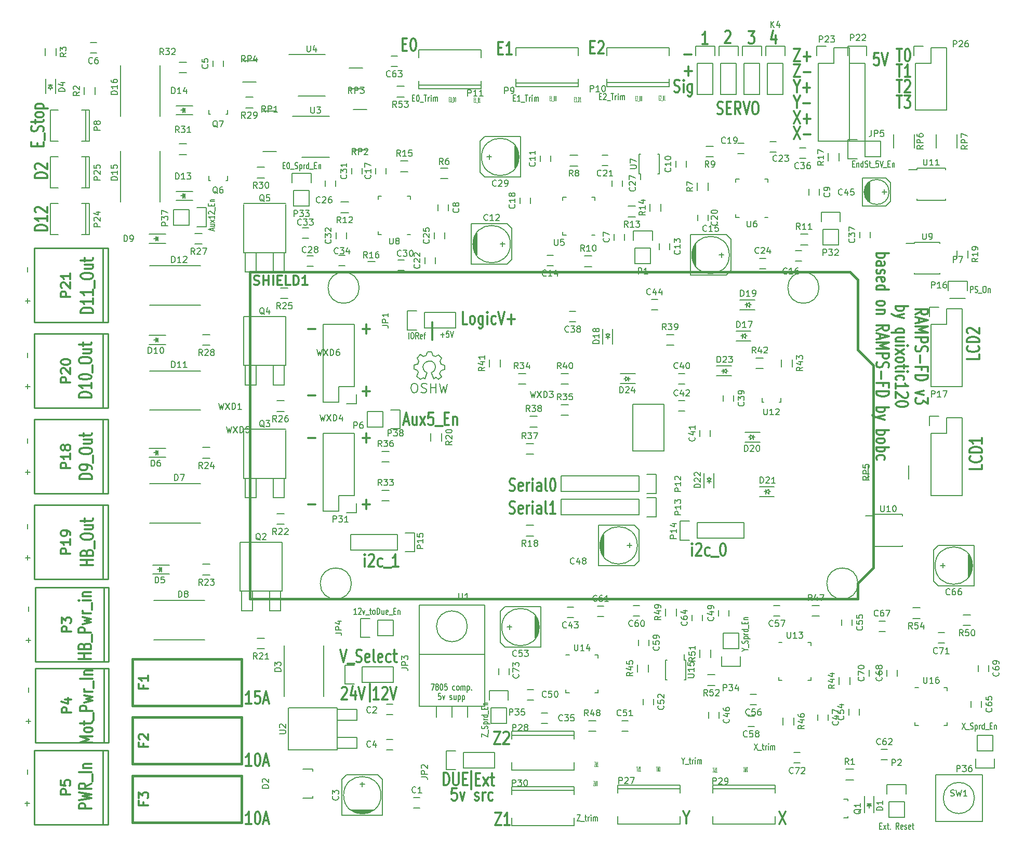
<source format=gto>
G04 #@! TF.FileFunction,Legend,Top*
%FSLAX46Y46*%
G04 Gerber Fmt 4.6, Leading zero omitted, Abs format (unit mm)*
G04 Created by KiCad (PCBNEW 4.0.1-stable) date Friday, April 08, 2016 'AMt' 02:22:46 AM*
%MOMM*%
G01*
G04 APERTURE LIST*
%ADD10C,0.020000*%
%ADD11C,0.304800*%
%ADD12C,0.190500*%
%ADD13C,0.063500*%
%ADD14C,0.152400*%
%ADD15C,0.150000*%
%ADD16C,0.381000*%
%ADD17C,0.200660*%
%ADD18C,0.127000*%
%ADD19C,0.254000*%
G04 APERTURE END LIST*
D10*
D11*
X173146357Y-109123238D02*
X173146357Y-107768571D01*
X173146357Y-107091238D02*
X173073786Y-107188000D01*
X173146357Y-107284762D01*
X173218929Y-107188000D01*
X173146357Y-107091238D01*
X173146357Y-107284762D01*
X173799500Y-107284762D02*
X173872071Y-107188000D01*
X174017214Y-107091238D01*
X174380071Y-107091238D01*
X174525214Y-107188000D01*
X174597785Y-107284762D01*
X174670357Y-107478286D01*
X174670357Y-107671810D01*
X174597785Y-107962095D01*
X173726928Y-109123238D01*
X174670357Y-109123238D01*
X175976643Y-109026476D02*
X175831500Y-109123238D01*
X175541214Y-109123238D01*
X175396072Y-109026476D01*
X175323500Y-108929714D01*
X175250929Y-108736190D01*
X175250929Y-108155619D01*
X175323500Y-107962095D01*
X175396072Y-107865333D01*
X175541214Y-107768571D01*
X175831500Y-107768571D01*
X175976643Y-107865333D01*
X176266929Y-109316762D02*
X177428072Y-109316762D01*
X178081215Y-107091238D02*
X178226358Y-107091238D01*
X178371501Y-107188000D01*
X178444072Y-107284762D01*
X178516643Y-107478286D01*
X178589215Y-107865333D01*
X178589215Y-108349143D01*
X178516643Y-108736190D01*
X178444072Y-108929714D01*
X178371501Y-109026476D01*
X178226358Y-109123238D01*
X178081215Y-109123238D01*
X177936072Y-109026476D01*
X177863501Y-108929714D01*
X177790929Y-108736190D01*
X177718358Y-108349143D01*
X177718358Y-107865333D01*
X177790929Y-107478286D01*
X177863501Y-107284762D01*
X177936072Y-107188000D01*
X178081215Y-107091238D01*
X143392071Y-102168476D02*
X143609785Y-102265238D01*
X143972642Y-102265238D01*
X144117785Y-102168476D01*
X144190356Y-102071714D01*
X144262928Y-101878190D01*
X144262928Y-101684667D01*
X144190356Y-101491143D01*
X144117785Y-101394381D01*
X143972642Y-101297619D01*
X143682356Y-101200857D01*
X143537214Y-101104095D01*
X143464642Y-101007333D01*
X143392071Y-100813810D01*
X143392071Y-100620286D01*
X143464642Y-100426762D01*
X143537214Y-100330000D01*
X143682356Y-100233238D01*
X144045214Y-100233238D01*
X144262928Y-100330000D01*
X145496643Y-102168476D02*
X145351500Y-102265238D01*
X145061214Y-102265238D01*
X144916071Y-102168476D01*
X144843500Y-101974952D01*
X144843500Y-101200857D01*
X144916071Y-101007333D01*
X145061214Y-100910571D01*
X145351500Y-100910571D01*
X145496643Y-101007333D01*
X145569214Y-101200857D01*
X145569214Y-101394381D01*
X144843500Y-101587905D01*
X146222357Y-102265238D02*
X146222357Y-100910571D01*
X146222357Y-101297619D02*
X146294929Y-101104095D01*
X146367500Y-101007333D01*
X146512643Y-100910571D01*
X146657786Y-100910571D01*
X147165786Y-102265238D02*
X147165786Y-100910571D01*
X147165786Y-100233238D02*
X147093215Y-100330000D01*
X147165786Y-100426762D01*
X147238358Y-100330000D01*
X147165786Y-100233238D01*
X147165786Y-100426762D01*
X148544643Y-102265238D02*
X148544643Y-101200857D01*
X148472072Y-101007333D01*
X148326929Y-100910571D01*
X148036643Y-100910571D01*
X147891500Y-101007333D01*
X148544643Y-102168476D02*
X148399500Y-102265238D01*
X148036643Y-102265238D01*
X147891500Y-102168476D01*
X147818929Y-101974952D01*
X147818929Y-101781429D01*
X147891500Y-101587905D01*
X148036643Y-101491143D01*
X148399500Y-101491143D01*
X148544643Y-101394381D01*
X149488071Y-102265238D02*
X149342929Y-102168476D01*
X149270357Y-101974952D01*
X149270357Y-100233238D01*
X150866929Y-102265238D02*
X149996072Y-102265238D01*
X150431500Y-102265238D02*
X150431500Y-100233238D01*
X150286357Y-100523524D01*
X150141215Y-100717048D01*
X149996072Y-100813810D01*
X143392071Y-98485476D02*
X143609785Y-98582238D01*
X143972642Y-98582238D01*
X144117785Y-98485476D01*
X144190356Y-98388714D01*
X144262928Y-98195190D01*
X144262928Y-98001667D01*
X144190356Y-97808143D01*
X144117785Y-97711381D01*
X143972642Y-97614619D01*
X143682356Y-97517857D01*
X143537214Y-97421095D01*
X143464642Y-97324333D01*
X143392071Y-97130810D01*
X143392071Y-96937286D01*
X143464642Y-96743762D01*
X143537214Y-96647000D01*
X143682356Y-96550238D01*
X144045214Y-96550238D01*
X144262928Y-96647000D01*
X145496643Y-98485476D02*
X145351500Y-98582238D01*
X145061214Y-98582238D01*
X144916071Y-98485476D01*
X144843500Y-98291952D01*
X144843500Y-97517857D01*
X144916071Y-97324333D01*
X145061214Y-97227571D01*
X145351500Y-97227571D01*
X145496643Y-97324333D01*
X145569214Y-97517857D01*
X145569214Y-97711381D01*
X144843500Y-97904905D01*
X146222357Y-98582238D02*
X146222357Y-97227571D01*
X146222357Y-97614619D02*
X146294929Y-97421095D01*
X146367500Y-97324333D01*
X146512643Y-97227571D01*
X146657786Y-97227571D01*
X147165786Y-98582238D02*
X147165786Y-97227571D01*
X147165786Y-96550238D02*
X147093215Y-96647000D01*
X147165786Y-96743762D01*
X147238358Y-96647000D01*
X147165786Y-96550238D01*
X147165786Y-96743762D01*
X148544643Y-98582238D02*
X148544643Y-97517857D01*
X148472072Y-97324333D01*
X148326929Y-97227571D01*
X148036643Y-97227571D01*
X147891500Y-97324333D01*
X148544643Y-98485476D02*
X148399500Y-98582238D01*
X148036643Y-98582238D01*
X147891500Y-98485476D01*
X147818929Y-98291952D01*
X147818929Y-98098429D01*
X147891500Y-97904905D01*
X148036643Y-97808143D01*
X148399500Y-97808143D01*
X148544643Y-97711381D01*
X149488071Y-98582238D02*
X149342929Y-98485476D01*
X149270357Y-98291952D01*
X149270357Y-96550238D01*
X150358929Y-96550238D02*
X150504072Y-96550238D01*
X150649215Y-96647000D01*
X150721786Y-96743762D01*
X150794357Y-96937286D01*
X150866929Y-97324333D01*
X150866929Y-97808143D01*
X150794357Y-98195190D01*
X150721786Y-98388714D01*
X150649215Y-98485476D01*
X150504072Y-98582238D01*
X150358929Y-98582238D01*
X150213786Y-98485476D01*
X150141215Y-98388714D01*
X150068643Y-98195190D01*
X149996072Y-97808143D01*
X149996072Y-97324333D01*
X150068643Y-96937286D01*
X150141215Y-96743762D01*
X150213786Y-96647000D01*
X150358929Y-96550238D01*
X119806357Y-110901238D02*
X119806357Y-109546571D01*
X119806357Y-108869238D02*
X119733786Y-108966000D01*
X119806357Y-109062762D01*
X119878929Y-108966000D01*
X119806357Y-108869238D01*
X119806357Y-109062762D01*
X120459500Y-109062762D02*
X120532071Y-108966000D01*
X120677214Y-108869238D01*
X121040071Y-108869238D01*
X121185214Y-108966000D01*
X121257785Y-109062762D01*
X121330357Y-109256286D01*
X121330357Y-109449810D01*
X121257785Y-109740095D01*
X120386928Y-110901238D01*
X121330357Y-110901238D01*
X122636643Y-110804476D02*
X122491500Y-110901238D01*
X122201214Y-110901238D01*
X122056072Y-110804476D01*
X121983500Y-110707714D01*
X121910929Y-110514190D01*
X121910929Y-109933619D01*
X121983500Y-109740095D01*
X122056072Y-109643333D01*
X122201214Y-109546571D01*
X122491500Y-109546571D01*
X122636643Y-109643333D01*
X122926929Y-111094762D02*
X124088072Y-111094762D01*
X125249215Y-110901238D02*
X124378358Y-110901238D01*
X124813786Y-110901238D02*
X124813786Y-108869238D01*
X124668643Y-109159524D01*
X124523501Y-109353048D01*
X124378358Y-109449810D01*
D12*
X132179786Y-73097571D02*
X132760357Y-73097571D01*
X132470071Y-73484619D02*
X132470071Y-72710524D01*
X133486072Y-72468619D02*
X133123215Y-72468619D01*
X133086929Y-72952429D01*
X133123215Y-72904048D01*
X133195786Y-72855667D01*
X133377215Y-72855667D01*
X133449786Y-72904048D01*
X133486072Y-72952429D01*
X133522357Y-73049190D01*
X133522357Y-73291095D01*
X133486072Y-73387857D01*
X133449786Y-73436238D01*
X133377215Y-73484619D01*
X133195786Y-73484619D01*
X133123215Y-73436238D01*
X133086929Y-73387857D01*
X133740071Y-72468619D02*
X133994071Y-73484619D01*
X134248071Y-72468619D01*
D11*
X130810000Y-73923071D02*
X130810000Y-71020214D01*
D12*
X126945572Y-73738619D02*
X126945572Y-72722619D01*
X127453571Y-72722619D02*
X127598714Y-72722619D01*
X127671286Y-72771000D01*
X127743857Y-72867762D01*
X127780143Y-73061286D01*
X127780143Y-73399952D01*
X127743857Y-73593476D01*
X127671286Y-73690238D01*
X127598714Y-73738619D01*
X127453571Y-73738619D01*
X127381000Y-73690238D01*
X127308429Y-73593476D01*
X127272143Y-73399952D01*
X127272143Y-73061286D01*
X127308429Y-72867762D01*
X127381000Y-72771000D01*
X127453571Y-72722619D01*
X128542143Y-73738619D02*
X128288143Y-73254810D01*
X128106715Y-73738619D02*
X128106715Y-72722619D01*
X128397000Y-72722619D01*
X128469572Y-72771000D01*
X128505857Y-72819381D01*
X128542143Y-72916143D01*
X128542143Y-73061286D01*
X128505857Y-73158048D01*
X128469572Y-73206429D01*
X128397000Y-73254810D01*
X128106715Y-73254810D01*
X129159000Y-73690238D02*
X129086429Y-73738619D01*
X128941286Y-73738619D01*
X128868715Y-73690238D01*
X128832429Y-73593476D01*
X128832429Y-73206429D01*
X128868715Y-73109667D01*
X128941286Y-73061286D01*
X129086429Y-73061286D01*
X129159000Y-73109667D01*
X129195286Y-73206429D01*
X129195286Y-73303190D01*
X128832429Y-73399952D01*
X129413000Y-73061286D02*
X129703286Y-73061286D01*
X129521858Y-73738619D02*
X129521858Y-72867762D01*
X129558143Y-72771000D01*
X129630715Y-72722619D01*
X129703286Y-72722619D01*
D11*
X136497786Y-71340738D02*
X135772072Y-71340738D01*
X135772072Y-69308738D01*
X137223500Y-71340738D02*
X137078358Y-71243976D01*
X137005786Y-71147214D01*
X136933215Y-70953690D01*
X136933215Y-70373119D01*
X137005786Y-70179595D01*
X137078358Y-70082833D01*
X137223500Y-69986071D01*
X137441215Y-69986071D01*
X137586358Y-70082833D01*
X137658929Y-70179595D01*
X137731500Y-70373119D01*
X137731500Y-70953690D01*
X137658929Y-71147214D01*
X137586358Y-71243976D01*
X137441215Y-71340738D01*
X137223500Y-71340738D01*
X139037786Y-69986071D02*
X139037786Y-71631024D01*
X138965215Y-71824548D01*
X138892643Y-71921310D01*
X138747500Y-72018071D01*
X138529786Y-72018071D01*
X138384643Y-71921310D01*
X139037786Y-71243976D02*
X138892643Y-71340738D01*
X138602357Y-71340738D01*
X138457215Y-71243976D01*
X138384643Y-71147214D01*
X138312072Y-70953690D01*
X138312072Y-70373119D01*
X138384643Y-70179595D01*
X138457215Y-70082833D01*
X138602357Y-69986071D01*
X138892643Y-69986071D01*
X139037786Y-70082833D01*
X139763500Y-71340738D02*
X139763500Y-69986071D01*
X139763500Y-69308738D02*
X139690929Y-69405500D01*
X139763500Y-69502262D01*
X139836072Y-69405500D01*
X139763500Y-69308738D01*
X139763500Y-69502262D01*
X141142357Y-71243976D02*
X140997214Y-71340738D01*
X140706928Y-71340738D01*
X140561786Y-71243976D01*
X140489214Y-71147214D01*
X140416643Y-70953690D01*
X140416643Y-70373119D01*
X140489214Y-70179595D01*
X140561786Y-70082833D01*
X140706928Y-69986071D01*
X140997214Y-69986071D01*
X141142357Y-70082833D01*
X141577786Y-69308738D02*
X142085786Y-71340738D01*
X142593786Y-69308738D01*
X143101786Y-70566643D02*
X144262929Y-70566643D01*
X143682358Y-71340738D02*
X143682358Y-69792548D01*
X219930738Y-76327000D02*
X219930738Y-77052714D01*
X217898738Y-77052714D01*
X219737214Y-74948143D02*
X219833976Y-75020714D01*
X219930738Y-75238428D01*
X219930738Y-75383571D01*
X219833976Y-75601286D01*
X219640452Y-75746428D01*
X219446929Y-75819000D01*
X219059881Y-75891571D01*
X218769595Y-75891571D01*
X218382548Y-75819000D01*
X218189024Y-75746428D01*
X217995500Y-75601286D01*
X217898738Y-75383571D01*
X217898738Y-75238428D01*
X217995500Y-75020714D01*
X218092262Y-74948143D01*
X219930738Y-74295000D02*
X217898738Y-74295000D01*
X217898738Y-73932143D01*
X217995500Y-73714428D01*
X218189024Y-73569286D01*
X218382548Y-73496714D01*
X218769595Y-73424143D01*
X219059881Y-73424143D01*
X219446929Y-73496714D01*
X219640452Y-73569286D01*
X219833976Y-73714428D01*
X219930738Y-73932143D01*
X219930738Y-74295000D01*
X218092262Y-72843571D02*
X217995500Y-72771000D01*
X217898738Y-72625857D01*
X217898738Y-72263000D01*
X217995500Y-72117857D01*
X218092262Y-72045286D01*
X218285786Y-71972714D01*
X218479310Y-71972714D01*
X218769595Y-72045286D01*
X219930738Y-72916143D01*
X219930738Y-71972714D01*
X220375238Y-94297500D02*
X220375238Y-95023214D01*
X218343238Y-95023214D01*
X220181714Y-92918643D02*
X220278476Y-92991214D01*
X220375238Y-93208928D01*
X220375238Y-93354071D01*
X220278476Y-93571786D01*
X220084952Y-93716928D01*
X219891429Y-93789500D01*
X219504381Y-93862071D01*
X219214095Y-93862071D01*
X218827048Y-93789500D01*
X218633524Y-93716928D01*
X218440000Y-93571786D01*
X218343238Y-93354071D01*
X218343238Y-93208928D01*
X218440000Y-92991214D01*
X218536762Y-92918643D01*
X220375238Y-92265500D02*
X218343238Y-92265500D01*
X218343238Y-91902643D01*
X218440000Y-91684928D01*
X218633524Y-91539786D01*
X218827048Y-91467214D01*
X219214095Y-91394643D01*
X219504381Y-91394643D01*
X219891429Y-91467214D01*
X220084952Y-91539786D01*
X220278476Y-91684928D01*
X220375238Y-91902643D01*
X220375238Y-92265500D01*
X220375238Y-89943214D02*
X220375238Y-90814071D01*
X220375238Y-90378643D02*
X218343238Y-90378643D01*
X218633524Y-90523786D01*
X218827048Y-90668928D01*
X218923810Y-90814071D01*
D12*
X218494429Y-66182119D02*
X218494429Y-65166119D01*
X218784714Y-65166119D01*
X218857286Y-65214500D01*
X218893571Y-65262881D01*
X218929857Y-65359643D01*
X218929857Y-65504786D01*
X218893571Y-65601548D01*
X218857286Y-65649929D01*
X218784714Y-65698310D01*
X218494429Y-65698310D01*
X219220143Y-66133738D02*
X219329000Y-66182119D01*
X219510429Y-66182119D01*
X219583000Y-66133738D01*
X219619286Y-66085357D01*
X219655571Y-65988595D01*
X219655571Y-65891833D01*
X219619286Y-65795071D01*
X219583000Y-65746690D01*
X219510429Y-65698310D01*
X219365286Y-65649929D01*
X219292714Y-65601548D01*
X219256429Y-65553167D01*
X219220143Y-65456405D01*
X219220143Y-65359643D01*
X219256429Y-65262881D01*
X219292714Y-65214500D01*
X219365286Y-65166119D01*
X219546714Y-65166119D01*
X219655571Y-65214500D01*
X219800714Y-66278881D02*
X220381285Y-66278881D01*
X220707856Y-65166119D02*
X220852999Y-65166119D01*
X220925571Y-65214500D01*
X220998142Y-65311262D01*
X221034428Y-65504786D01*
X221034428Y-65843452D01*
X220998142Y-66036976D01*
X220925571Y-66133738D01*
X220852999Y-66182119D01*
X220707856Y-66182119D01*
X220635285Y-66133738D01*
X220562714Y-66036976D01*
X220526428Y-65843452D01*
X220526428Y-65504786D01*
X220562714Y-65311262D01*
X220635285Y-65214500D01*
X220707856Y-65166119D01*
X221361000Y-65504786D02*
X221361000Y-66182119D01*
X221361000Y-65601548D02*
X221397285Y-65553167D01*
X221469857Y-65504786D01*
X221578714Y-65504786D01*
X221651285Y-65553167D01*
X221687571Y-65649929D01*
X221687571Y-66182119D01*
D11*
X170216286Y-33397976D02*
X170434000Y-33494738D01*
X170796857Y-33494738D01*
X170942000Y-33397976D01*
X171014571Y-33301214D01*
X171087143Y-33107690D01*
X171087143Y-32914167D01*
X171014571Y-32720643D01*
X170942000Y-32623881D01*
X170796857Y-32527119D01*
X170506571Y-32430357D01*
X170361429Y-32333595D01*
X170288857Y-32236833D01*
X170216286Y-32043310D01*
X170216286Y-31849786D01*
X170288857Y-31656262D01*
X170361429Y-31559500D01*
X170506571Y-31462738D01*
X170869429Y-31462738D01*
X171087143Y-31559500D01*
X171740286Y-33494738D02*
X171740286Y-32140071D01*
X171740286Y-31462738D02*
X171667715Y-31559500D01*
X171740286Y-31656262D01*
X171812858Y-31559500D01*
X171740286Y-31462738D01*
X171740286Y-31656262D01*
X173119143Y-32140071D02*
X173119143Y-33785024D01*
X173046572Y-33978548D01*
X172974000Y-34075310D01*
X172828857Y-34172071D01*
X172611143Y-34172071D01*
X172466000Y-34075310D01*
X173119143Y-33397976D02*
X172974000Y-33494738D01*
X172683714Y-33494738D01*
X172538572Y-33397976D01*
X172466000Y-33301214D01*
X172393429Y-33107690D01*
X172393429Y-32527119D01*
X172466000Y-32333595D01*
X172538572Y-32236833D01*
X172683714Y-32140071D01*
X172974000Y-32140071D01*
X173119143Y-32236833D01*
X171948929Y-30053643D02*
X173110072Y-30053643D01*
X172529501Y-30827738D02*
X172529501Y-29279548D01*
X171885429Y-27386643D02*
X173046572Y-27386643D01*
X186726286Y-24202571D02*
X186726286Y-25557238D01*
X186363429Y-23428476D02*
X186000572Y-24879905D01*
X186944000Y-24879905D01*
X182308500Y-23525238D02*
X183251929Y-23525238D01*
X182743929Y-24299333D01*
X182961643Y-24299333D01*
X183106786Y-24396095D01*
X183179357Y-24492857D01*
X183251929Y-24686381D01*
X183251929Y-25170190D01*
X183179357Y-25363714D01*
X183106786Y-25460476D01*
X182961643Y-25557238D01*
X182526215Y-25557238D01*
X182381072Y-25460476D01*
X182308500Y-25363714D01*
X178507572Y-23655262D02*
X178580143Y-23558500D01*
X178725286Y-23461738D01*
X179088143Y-23461738D01*
X179233286Y-23558500D01*
X179305857Y-23655262D01*
X179378429Y-23848786D01*
X179378429Y-24042310D01*
X179305857Y-24332595D01*
X178435000Y-25493738D01*
X179378429Y-25493738D01*
X175695429Y-25620738D02*
X174824572Y-25620738D01*
X175260000Y-25620738D02*
X175260000Y-23588738D01*
X175114857Y-23879024D01*
X174969715Y-24072548D01*
X174824572Y-24169310D01*
X141568714Y-26270857D02*
X142076714Y-26270857D01*
X142294428Y-27335238D02*
X141568714Y-27335238D01*
X141568714Y-25303238D01*
X142294428Y-25303238D01*
X143745857Y-27335238D02*
X142875000Y-27335238D01*
X143310428Y-27335238D02*
X143310428Y-25303238D01*
X143165285Y-25593524D01*
X143020143Y-25787048D01*
X142875000Y-25883810D01*
X156554714Y-26143857D02*
X157062714Y-26143857D01*
X157280428Y-27208238D02*
X156554714Y-27208238D01*
X156554714Y-25176238D01*
X157280428Y-25176238D01*
X157861000Y-25369762D02*
X157933571Y-25273000D01*
X158078714Y-25176238D01*
X158441571Y-25176238D01*
X158586714Y-25273000D01*
X158659285Y-25369762D01*
X158731857Y-25563286D01*
X158731857Y-25756810D01*
X158659285Y-26047095D01*
X157788428Y-27208238D01*
X158731857Y-27208238D01*
D12*
X158051501Y-34217429D02*
X158305501Y-34217429D01*
X158414358Y-34749619D02*
X158051501Y-34749619D01*
X158051501Y-33733619D01*
X158414358Y-33733619D01*
X158704644Y-33830381D02*
X158740930Y-33782000D01*
X158813501Y-33733619D01*
X158994930Y-33733619D01*
X159067501Y-33782000D01*
X159103787Y-33830381D01*
X159140072Y-33927143D01*
X159140072Y-34023905D01*
X159103787Y-34169048D01*
X158668358Y-34749619D01*
X159140072Y-34749619D01*
X159285215Y-34846381D02*
X159865786Y-34846381D01*
X159938357Y-33733619D02*
X160373786Y-33733619D01*
X160156072Y-34749619D02*
X160156072Y-33733619D01*
X160627786Y-34749619D02*
X160627786Y-34072286D01*
X160627786Y-34265810D02*
X160664071Y-34169048D01*
X160700357Y-34120667D01*
X160772928Y-34072286D01*
X160845500Y-34072286D01*
X161099500Y-34749619D02*
X161099500Y-34072286D01*
X161099500Y-33733619D02*
X161063214Y-33782000D01*
X161099500Y-33830381D01*
X161135785Y-33782000D01*
X161099500Y-33733619D01*
X161099500Y-33830381D01*
X161462357Y-34749619D02*
X161462357Y-34072286D01*
X161462357Y-34169048D02*
X161498642Y-34120667D01*
X161571214Y-34072286D01*
X161680071Y-34072286D01*
X161752642Y-34120667D01*
X161788928Y-34217429D01*
X161788928Y-34749619D01*
X161788928Y-34217429D02*
X161825214Y-34120667D01*
X161897785Y-34072286D01*
X162006642Y-34072286D01*
X162079214Y-34120667D01*
X162115499Y-34217429D01*
X162115499Y-34749619D01*
D13*
X163881404Y-34489571D02*
X163966071Y-34489571D01*
X164002357Y-34888714D02*
X163881404Y-34888714D01*
X163881404Y-34126714D01*
X164002357Y-34126714D01*
X164099119Y-34199286D02*
X164111214Y-34163000D01*
X164135405Y-34126714D01*
X164195881Y-34126714D01*
X164220071Y-34163000D01*
X164232167Y-34199286D01*
X164244262Y-34271857D01*
X164244262Y-34344429D01*
X164232167Y-34453286D01*
X164087024Y-34888714D01*
X164244262Y-34888714D01*
X164292643Y-34961286D02*
X164486167Y-34961286D01*
X164546643Y-34888714D02*
X164546643Y-34126714D01*
X164607119Y-34126714D01*
X164643405Y-34163000D01*
X164667596Y-34235571D01*
X164679691Y-34308143D01*
X164691786Y-34453286D01*
X164691786Y-34562143D01*
X164679691Y-34707286D01*
X164667596Y-34779857D01*
X164643405Y-34852429D01*
X164607119Y-34888714D01*
X164546643Y-34888714D01*
X164849024Y-34126714D02*
X164873215Y-34126714D01*
X164897405Y-34163000D01*
X164909500Y-34199286D01*
X164921596Y-34271857D01*
X164933691Y-34417000D01*
X164933691Y-34598429D01*
X164921596Y-34743571D01*
X164909500Y-34816143D01*
X164897405Y-34852429D01*
X164873215Y-34888714D01*
X164849024Y-34888714D01*
X164824834Y-34852429D01*
X164812738Y-34816143D01*
X164800643Y-34743571D01*
X164788548Y-34598429D01*
X164788548Y-34417000D01*
X164800643Y-34271857D01*
X164812738Y-34199286D01*
X164824834Y-34163000D01*
X164849024Y-34126714D01*
X167691404Y-34426071D02*
X167776071Y-34426071D01*
X167812357Y-34825214D02*
X167691404Y-34825214D01*
X167691404Y-34063214D01*
X167812357Y-34063214D01*
X167909119Y-34135786D02*
X167921214Y-34099500D01*
X167945405Y-34063214D01*
X168005881Y-34063214D01*
X168030071Y-34099500D01*
X168042167Y-34135786D01*
X168054262Y-34208357D01*
X168054262Y-34280929D01*
X168042167Y-34389786D01*
X167897024Y-34825214D01*
X168054262Y-34825214D01*
X168102643Y-34897786D02*
X168296167Y-34897786D01*
X168356643Y-34825214D02*
X168356643Y-34063214D01*
X168417119Y-34063214D01*
X168453405Y-34099500D01*
X168477596Y-34172071D01*
X168489691Y-34244643D01*
X168501786Y-34389786D01*
X168501786Y-34498643D01*
X168489691Y-34643786D01*
X168477596Y-34716357D01*
X168453405Y-34788929D01*
X168417119Y-34825214D01*
X168356643Y-34825214D01*
X168743691Y-34825214D02*
X168598548Y-34825214D01*
X168671119Y-34825214D02*
X168671119Y-34063214D01*
X168646929Y-34172071D01*
X168622738Y-34244643D01*
X168598548Y-34280929D01*
X153911904Y-34616571D02*
X153996571Y-34616571D01*
X154032857Y-35015714D02*
X153911904Y-35015714D01*
X153911904Y-34253714D01*
X154032857Y-34253714D01*
X154274762Y-35015714D02*
X154129619Y-35015714D01*
X154202190Y-35015714D02*
X154202190Y-34253714D01*
X154178000Y-34362571D01*
X154153809Y-34435143D01*
X154129619Y-34471429D01*
X154323143Y-35088286D02*
X154516667Y-35088286D01*
X154577143Y-35015714D02*
X154577143Y-34253714D01*
X154637619Y-34253714D01*
X154673905Y-34290000D01*
X154698096Y-34362571D01*
X154710191Y-34435143D01*
X154722286Y-34580286D01*
X154722286Y-34689143D01*
X154710191Y-34834286D01*
X154698096Y-34906857D01*
X154673905Y-34979429D01*
X154637619Y-35015714D01*
X154577143Y-35015714D01*
X154964191Y-35015714D02*
X154819048Y-35015714D01*
X154891619Y-35015714D02*
X154891619Y-34253714D01*
X154867429Y-34362571D01*
X154843238Y-34435143D01*
X154819048Y-34471429D01*
X149911404Y-34489571D02*
X149996071Y-34489571D01*
X150032357Y-34888714D02*
X149911404Y-34888714D01*
X149911404Y-34126714D01*
X150032357Y-34126714D01*
X150274262Y-34888714D02*
X150129119Y-34888714D01*
X150201690Y-34888714D02*
X150201690Y-34126714D01*
X150177500Y-34235571D01*
X150153309Y-34308143D01*
X150129119Y-34344429D01*
X150322643Y-34961286D02*
X150516167Y-34961286D01*
X150576643Y-34888714D02*
X150576643Y-34126714D01*
X150637119Y-34126714D01*
X150673405Y-34163000D01*
X150697596Y-34235571D01*
X150709691Y-34308143D01*
X150721786Y-34453286D01*
X150721786Y-34562143D01*
X150709691Y-34707286D01*
X150697596Y-34779857D01*
X150673405Y-34852429D01*
X150637119Y-34888714D01*
X150576643Y-34888714D01*
X150879024Y-34126714D02*
X150903215Y-34126714D01*
X150927405Y-34163000D01*
X150939500Y-34199286D01*
X150951596Y-34271857D01*
X150963691Y-34417000D01*
X150963691Y-34598429D01*
X150951596Y-34743571D01*
X150939500Y-34816143D01*
X150927405Y-34852429D01*
X150903215Y-34888714D01*
X150879024Y-34888714D01*
X150854834Y-34852429D01*
X150842738Y-34816143D01*
X150830643Y-34743571D01*
X150818548Y-34598429D01*
X150818548Y-34417000D01*
X150830643Y-34271857D01*
X150842738Y-34199286D01*
X150854834Y-34163000D01*
X150879024Y-34126714D01*
D12*
X144018001Y-34471429D02*
X144272001Y-34471429D01*
X144380858Y-35003619D02*
X144018001Y-35003619D01*
X144018001Y-33987619D01*
X144380858Y-33987619D01*
X145106572Y-35003619D02*
X144671144Y-35003619D01*
X144888858Y-35003619D02*
X144888858Y-33987619D01*
X144816287Y-34132762D01*
X144743715Y-34229524D01*
X144671144Y-34277905D01*
X145251715Y-35100381D02*
X145832286Y-35100381D01*
X145904857Y-33987619D02*
X146340286Y-33987619D01*
X146122572Y-35003619D02*
X146122572Y-33987619D01*
X146594286Y-35003619D02*
X146594286Y-34326286D01*
X146594286Y-34519810D02*
X146630571Y-34423048D01*
X146666857Y-34374667D01*
X146739428Y-34326286D01*
X146812000Y-34326286D01*
X147066000Y-35003619D02*
X147066000Y-34326286D01*
X147066000Y-33987619D02*
X147029714Y-34036000D01*
X147066000Y-34084381D01*
X147102285Y-34036000D01*
X147066000Y-33987619D01*
X147066000Y-34084381D01*
X147428857Y-35003619D02*
X147428857Y-34326286D01*
X147428857Y-34423048D02*
X147465142Y-34374667D01*
X147537714Y-34326286D01*
X147646571Y-34326286D01*
X147719142Y-34374667D01*
X147755428Y-34471429D01*
X147755428Y-35003619D01*
X147755428Y-34471429D02*
X147791714Y-34374667D01*
X147864285Y-34326286D01*
X147973142Y-34326286D01*
X148045714Y-34374667D01*
X148081999Y-34471429D01*
X148081999Y-35003619D01*
D13*
X137528904Y-34743571D02*
X137613571Y-34743571D01*
X137649857Y-35142714D02*
X137528904Y-35142714D01*
X137528904Y-34380714D01*
X137649857Y-34380714D01*
X137891762Y-35142714D02*
X137746619Y-35142714D01*
X137819190Y-35142714D02*
X137819190Y-34380714D01*
X137795000Y-34489571D01*
X137770809Y-34562143D01*
X137746619Y-34598429D01*
X137940143Y-35215286D02*
X138133667Y-35215286D01*
X138194143Y-35142714D02*
X138194143Y-34380714D01*
X138254619Y-34380714D01*
X138290905Y-34417000D01*
X138315096Y-34489571D01*
X138327191Y-34562143D01*
X138339286Y-34707286D01*
X138339286Y-34816143D01*
X138327191Y-34961286D01*
X138315096Y-35033857D01*
X138290905Y-35106429D01*
X138254619Y-35142714D01*
X138194143Y-35142714D01*
X138581191Y-35142714D02*
X138436048Y-35142714D01*
X138508619Y-35142714D02*
X138508619Y-34380714D01*
X138484429Y-34489571D01*
X138460238Y-34562143D01*
X138436048Y-34598429D01*
D11*
X125947714Y-25699357D02*
X126455714Y-25699357D01*
X126673428Y-26763738D02*
X125947714Y-26763738D01*
X125947714Y-24731738D01*
X126673428Y-24731738D01*
X127616857Y-24731738D02*
X127762000Y-24731738D01*
X127907143Y-24828500D01*
X127979714Y-24925262D01*
X128052285Y-25118786D01*
X128124857Y-25505833D01*
X128124857Y-25989643D01*
X128052285Y-26376690D01*
X127979714Y-26570214D01*
X127907143Y-26666976D01*
X127762000Y-26763738D01*
X127616857Y-26763738D01*
X127471714Y-26666976D01*
X127399143Y-26570214D01*
X127326571Y-26376690D01*
X127254000Y-25989643D01*
X127254000Y-25505833D01*
X127326571Y-25118786D01*
X127399143Y-24925262D01*
X127471714Y-24828500D01*
X127616857Y-24731738D01*
D13*
X133528404Y-34680071D02*
X133613071Y-34680071D01*
X133649357Y-35079214D02*
X133528404Y-35079214D01*
X133528404Y-34317214D01*
X133649357Y-34317214D01*
X133806595Y-34317214D02*
X133830786Y-34317214D01*
X133854976Y-34353500D01*
X133867071Y-34389786D01*
X133879167Y-34462357D01*
X133891262Y-34607500D01*
X133891262Y-34788929D01*
X133879167Y-34934071D01*
X133867071Y-35006643D01*
X133854976Y-35042929D01*
X133830786Y-35079214D01*
X133806595Y-35079214D01*
X133782405Y-35042929D01*
X133770309Y-35006643D01*
X133758214Y-34934071D01*
X133746119Y-34788929D01*
X133746119Y-34607500D01*
X133758214Y-34462357D01*
X133770309Y-34389786D01*
X133782405Y-34353500D01*
X133806595Y-34317214D01*
X133939643Y-35151786D02*
X134133167Y-35151786D01*
X134193643Y-35079214D02*
X134193643Y-34317214D01*
X134254119Y-34317214D01*
X134290405Y-34353500D01*
X134314596Y-34426071D01*
X134326691Y-34498643D01*
X134338786Y-34643786D01*
X134338786Y-34752643D01*
X134326691Y-34897786D01*
X134314596Y-34970357D01*
X134290405Y-35042929D01*
X134254119Y-35079214D01*
X134193643Y-35079214D01*
X134496024Y-34317214D02*
X134520215Y-34317214D01*
X134544405Y-34353500D01*
X134556500Y-34389786D01*
X134568596Y-34462357D01*
X134580691Y-34607500D01*
X134580691Y-34788929D01*
X134568596Y-34934071D01*
X134556500Y-35006643D01*
X134544405Y-35042929D01*
X134520215Y-35079214D01*
X134496024Y-35079214D01*
X134471834Y-35042929D01*
X134459738Y-35006643D01*
X134447643Y-34934071D01*
X134435548Y-34788929D01*
X134435548Y-34607500D01*
X134447643Y-34462357D01*
X134459738Y-34389786D01*
X134471834Y-34353500D01*
X134496024Y-34317214D01*
D12*
X127571501Y-34471429D02*
X127825501Y-34471429D01*
X127934358Y-35003619D02*
X127571501Y-35003619D01*
X127571501Y-33987619D01*
X127934358Y-33987619D01*
X128406072Y-33987619D02*
X128478644Y-33987619D01*
X128551215Y-34036000D01*
X128587501Y-34084381D01*
X128623787Y-34181143D01*
X128660072Y-34374667D01*
X128660072Y-34616571D01*
X128623787Y-34810095D01*
X128587501Y-34906857D01*
X128551215Y-34955238D01*
X128478644Y-35003619D01*
X128406072Y-35003619D01*
X128333501Y-34955238D01*
X128297215Y-34906857D01*
X128260930Y-34810095D01*
X128224644Y-34616571D01*
X128224644Y-34374667D01*
X128260930Y-34181143D01*
X128297215Y-34084381D01*
X128333501Y-34036000D01*
X128406072Y-33987619D01*
X128805215Y-35100381D02*
X129385786Y-35100381D01*
X129458357Y-33987619D02*
X129893786Y-33987619D01*
X129676072Y-35003619D02*
X129676072Y-33987619D01*
X130147786Y-35003619D02*
X130147786Y-34326286D01*
X130147786Y-34519810D02*
X130184071Y-34423048D01*
X130220357Y-34374667D01*
X130292928Y-34326286D01*
X130365500Y-34326286D01*
X130619500Y-35003619D02*
X130619500Y-34326286D01*
X130619500Y-33987619D02*
X130583214Y-34036000D01*
X130619500Y-34084381D01*
X130655785Y-34036000D01*
X130619500Y-33987619D01*
X130619500Y-34084381D01*
X130982357Y-35003619D02*
X130982357Y-34326286D01*
X130982357Y-34423048D02*
X131018642Y-34374667D01*
X131091214Y-34326286D01*
X131200071Y-34326286D01*
X131272642Y-34374667D01*
X131308928Y-34471429D01*
X131308928Y-35003619D01*
X131308928Y-34471429D02*
X131345214Y-34374667D01*
X131417785Y-34326286D01*
X131526642Y-34326286D01*
X131599214Y-34374667D01*
X131635499Y-34471429D01*
X131635499Y-35003619D01*
X106453215Y-45456929D02*
X106707215Y-45456929D01*
X106816072Y-45989119D02*
X106453215Y-45989119D01*
X106453215Y-44973119D01*
X106816072Y-44973119D01*
X107287786Y-44973119D02*
X107360358Y-44973119D01*
X107432929Y-45021500D01*
X107469215Y-45069881D01*
X107505501Y-45166643D01*
X107541786Y-45360167D01*
X107541786Y-45602071D01*
X107505501Y-45795595D01*
X107469215Y-45892357D01*
X107432929Y-45940738D01*
X107360358Y-45989119D01*
X107287786Y-45989119D01*
X107215215Y-45940738D01*
X107178929Y-45892357D01*
X107142644Y-45795595D01*
X107106358Y-45602071D01*
X107106358Y-45360167D01*
X107142644Y-45166643D01*
X107178929Y-45069881D01*
X107215215Y-45021500D01*
X107287786Y-44973119D01*
X107686929Y-46085881D02*
X108267500Y-46085881D01*
X108412643Y-45940738D02*
X108521500Y-45989119D01*
X108702929Y-45989119D01*
X108775500Y-45940738D01*
X108811786Y-45892357D01*
X108848071Y-45795595D01*
X108848071Y-45698833D01*
X108811786Y-45602071D01*
X108775500Y-45553690D01*
X108702929Y-45505310D01*
X108557786Y-45456929D01*
X108485214Y-45408548D01*
X108448929Y-45360167D01*
X108412643Y-45263405D01*
X108412643Y-45166643D01*
X108448929Y-45069881D01*
X108485214Y-45021500D01*
X108557786Y-44973119D01*
X108739214Y-44973119D01*
X108848071Y-45021500D01*
X109174643Y-45311786D02*
X109174643Y-46327786D01*
X109174643Y-45360167D02*
X109247214Y-45311786D01*
X109392357Y-45311786D01*
X109464928Y-45360167D01*
X109501214Y-45408548D01*
X109537500Y-45505310D01*
X109537500Y-45795595D01*
X109501214Y-45892357D01*
X109464928Y-45940738D01*
X109392357Y-45989119D01*
X109247214Y-45989119D01*
X109174643Y-45940738D01*
X109864072Y-45989119D02*
X109864072Y-45311786D01*
X109864072Y-45505310D02*
X109900357Y-45408548D01*
X109936643Y-45360167D01*
X110009214Y-45311786D01*
X110081786Y-45311786D01*
X110662357Y-45989119D02*
X110662357Y-44973119D01*
X110662357Y-45940738D02*
X110589786Y-45989119D01*
X110444643Y-45989119D01*
X110372071Y-45940738D01*
X110335786Y-45892357D01*
X110299500Y-45795595D01*
X110299500Y-45505310D01*
X110335786Y-45408548D01*
X110372071Y-45360167D01*
X110444643Y-45311786D01*
X110589786Y-45311786D01*
X110662357Y-45360167D01*
X110843786Y-46085881D02*
X111424357Y-46085881D01*
X111605786Y-45456929D02*
X111859786Y-45456929D01*
X111968643Y-45989119D02*
X111605786Y-45989119D01*
X111605786Y-44973119D01*
X111968643Y-44973119D01*
X112295215Y-45311786D02*
X112295215Y-45989119D01*
X112295215Y-45408548D02*
X112331500Y-45360167D01*
X112404072Y-45311786D01*
X112512929Y-45311786D01*
X112585500Y-45360167D01*
X112621786Y-45456929D01*
X112621786Y-45989119D01*
D11*
X66402857Y-42372643D02*
X66402857Y-41864643D01*
X67467238Y-41646929D02*
X67467238Y-42372643D01*
X65435238Y-42372643D01*
X65435238Y-41646929D01*
X67660762Y-41356643D02*
X67660762Y-40195500D01*
X67370476Y-39905214D02*
X67467238Y-39687500D01*
X67467238Y-39324643D01*
X67370476Y-39179500D01*
X67273714Y-39106929D01*
X67080190Y-39034357D01*
X66886667Y-39034357D01*
X66693143Y-39106929D01*
X66596381Y-39179500D01*
X66499619Y-39324643D01*
X66402857Y-39614929D01*
X66306095Y-39760071D01*
X66209333Y-39832643D01*
X66015810Y-39905214D01*
X65822286Y-39905214D01*
X65628762Y-39832643D01*
X65532000Y-39760071D01*
X65435238Y-39614929D01*
X65435238Y-39252071D01*
X65532000Y-39034357D01*
X66112571Y-38598928D02*
X66112571Y-38018357D01*
X65435238Y-38381214D02*
X67176952Y-38381214D01*
X67370476Y-38308642D01*
X67467238Y-38163500D01*
X67467238Y-38018357D01*
X67467238Y-37292643D02*
X67370476Y-37437785D01*
X67273714Y-37510357D01*
X67080190Y-37582928D01*
X66499619Y-37582928D01*
X66306095Y-37510357D01*
X66209333Y-37437785D01*
X66112571Y-37292643D01*
X66112571Y-37074928D01*
X66209333Y-36929785D01*
X66306095Y-36857214D01*
X66499619Y-36784643D01*
X67080190Y-36784643D01*
X67273714Y-36857214D01*
X67370476Y-36929785D01*
X67467238Y-37074928D01*
X67467238Y-37292643D01*
X66112571Y-36131500D02*
X68144571Y-36131500D01*
X66209333Y-36131500D02*
X66112571Y-35986357D01*
X66112571Y-35696071D01*
X66209333Y-35550928D01*
X66306095Y-35478357D01*
X66499619Y-35405786D01*
X67080190Y-35405786D01*
X67273714Y-35478357D01*
X67370476Y-35550928D01*
X67467238Y-35696071D01*
X67467238Y-35986357D01*
X67370476Y-36131500D01*
X68038738Y-47479857D02*
X66006738Y-47479857D01*
X66006738Y-47117000D01*
X66103500Y-46899285D01*
X66297024Y-46754143D01*
X66490548Y-46681571D01*
X66877595Y-46609000D01*
X67167881Y-46609000D01*
X67554929Y-46681571D01*
X67748452Y-46754143D01*
X67941976Y-46899285D01*
X68038738Y-47117000D01*
X68038738Y-47479857D01*
X66200262Y-46028428D02*
X66103500Y-45955857D01*
X66006738Y-45810714D01*
X66006738Y-45447857D01*
X66103500Y-45302714D01*
X66200262Y-45230143D01*
X66393786Y-45157571D01*
X66587310Y-45157571D01*
X66877595Y-45230143D01*
X68038738Y-46101000D01*
X68038738Y-45157571D01*
X68038738Y-56016072D02*
X66006738Y-56016072D01*
X66006738Y-55653215D01*
X66103500Y-55435500D01*
X66297024Y-55290358D01*
X66490548Y-55217786D01*
X66877595Y-55145215D01*
X67167881Y-55145215D01*
X67554929Y-55217786D01*
X67748452Y-55290358D01*
X67941976Y-55435500D01*
X68038738Y-55653215D01*
X68038738Y-56016072D01*
X68038738Y-53693786D02*
X68038738Y-54564643D01*
X68038738Y-54129215D02*
X66006738Y-54129215D01*
X66297024Y-54274358D01*
X66490548Y-54419500D01*
X66587310Y-54564643D01*
X66200262Y-53113214D02*
X66103500Y-53040643D01*
X66006738Y-52895500D01*
X66006738Y-52532643D01*
X66103500Y-52387500D01*
X66200262Y-52314929D01*
X66393786Y-52242357D01*
X66587310Y-52242357D01*
X66877595Y-52314929D01*
X68038738Y-53185786D01*
X68038738Y-52242357D01*
X75531738Y-69505286D02*
X73499738Y-69505286D01*
X73499738Y-69142429D01*
X73596500Y-68924714D01*
X73790024Y-68779572D01*
X73983548Y-68707000D01*
X74370595Y-68634429D01*
X74660881Y-68634429D01*
X75047929Y-68707000D01*
X75241452Y-68779572D01*
X75434976Y-68924714D01*
X75531738Y-69142429D01*
X75531738Y-69505286D01*
X75531738Y-67183000D02*
X75531738Y-68053857D01*
X75531738Y-67618429D02*
X73499738Y-67618429D01*
X73790024Y-67763572D01*
X73983548Y-67908714D01*
X74080310Y-68053857D01*
X75531738Y-65731571D02*
X75531738Y-66602428D01*
X75531738Y-66167000D02*
X73499738Y-66167000D01*
X73790024Y-66312143D01*
X73983548Y-66457285D01*
X74080310Y-66602428D01*
X75725262Y-65441285D02*
X75725262Y-64280142D01*
X73499738Y-63626999D02*
X73499738Y-63336713D01*
X73596500Y-63191571D01*
X73790024Y-63046428D01*
X74177071Y-62973856D01*
X74854405Y-62973856D01*
X75241452Y-63046428D01*
X75434976Y-63191571D01*
X75531738Y-63336713D01*
X75531738Y-63626999D01*
X75434976Y-63772142D01*
X75241452Y-63917285D01*
X74854405Y-63989856D01*
X74177071Y-63989856D01*
X73790024Y-63917285D01*
X73596500Y-63772142D01*
X73499738Y-63626999D01*
X74177071Y-61667571D02*
X75531738Y-61667571D01*
X74177071Y-62320714D02*
X75241452Y-62320714D01*
X75434976Y-62248142D01*
X75531738Y-62103000D01*
X75531738Y-61885285D01*
X75434976Y-61740142D01*
X75338214Y-61667571D01*
X74177071Y-61159571D02*
X74177071Y-60579000D01*
X73499738Y-60941857D02*
X75241452Y-60941857D01*
X75434976Y-60869285D01*
X75531738Y-60724143D01*
X75531738Y-60579000D01*
X75214238Y-83284786D02*
X73182238Y-83284786D01*
X73182238Y-82921929D01*
X73279000Y-82704214D01*
X73472524Y-82559072D01*
X73666048Y-82486500D01*
X74053095Y-82413929D01*
X74343381Y-82413929D01*
X74730429Y-82486500D01*
X74923952Y-82559072D01*
X75117476Y-82704214D01*
X75214238Y-82921929D01*
X75214238Y-83284786D01*
X75214238Y-80962500D02*
X75214238Y-81833357D01*
X75214238Y-81397929D02*
X73182238Y-81397929D01*
X73472524Y-81543072D01*
X73666048Y-81688214D01*
X73762810Y-81833357D01*
X73182238Y-80019071D02*
X73182238Y-79873928D01*
X73279000Y-79728785D01*
X73375762Y-79656214D01*
X73569286Y-79583643D01*
X73956333Y-79511071D01*
X74440143Y-79511071D01*
X74827190Y-79583643D01*
X75020714Y-79656214D01*
X75117476Y-79728785D01*
X75214238Y-79873928D01*
X75214238Y-80019071D01*
X75117476Y-80164214D01*
X75020714Y-80236785D01*
X74827190Y-80309357D01*
X74440143Y-80381928D01*
X73956333Y-80381928D01*
X73569286Y-80309357D01*
X73375762Y-80236785D01*
X73279000Y-80164214D01*
X73182238Y-80019071D01*
X75407762Y-79220785D02*
X75407762Y-78059642D01*
X73182238Y-77406499D02*
X73182238Y-77116213D01*
X73279000Y-76971071D01*
X73472524Y-76825928D01*
X73859571Y-76753356D01*
X74536905Y-76753356D01*
X74923952Y-76825928D01*
X75117476Y-76971071D01*
X75214238Y-77116213D01*
X75214238Y-77406499D01*
X75117476Y-77551642D01*
X74923952Y-77696785D01*
X74536905Y-77769356D01*
X73859571Y-77769356D01*
X73472524Y-77696785D01*
X73279000Y-77551642D01*
X73182238Y-77406499D01*
X73859571Y-75447071D02*
X75214238Y-75447071D01*
X73859571Y-76100214D02*
X74923952Y-76100214D01*
X75117476Y-76027642D01*
X75214238Y-75882500D01*
X75214238Y-75664785D01*
X75117476Y-75519642D01*
X75020714Y-75447071D01*
X73859571Y-74939071D02*
X73859571Y-74358500D01*
X73182238Y-74721357D02*
X74923952Y-74721357D01*
X75117476Y-74648785D01*
X75214238Y-74503643D01*
X75214238Y-74358500D01*
X75341238Y-96592571D02*
X73309238Y-96592571D01*
X73309238Y-96229714D01*
X73406000Y-96011999D01*
X73599524Y-95866857D01*
X73793048Y-95794285D01*
X74180095Y-95721714D01*
X74470381Y-95721714D01*
X74857429Y-95794285D01*
X75050952Y-95866857D01*
X75244476Y-96011999D01*
X75341238Y-96229714D01*
X75341238Y-96592571D01*
X75341238Y-94995999D02*
X75341238Y-94705714D01*
X75244476Y-94560571D01*
X75147714Y-94487999D01*
X74857429Y-94342857D01*
X74470381Y-94270285D01*
X73696286Y-94270285D01*
X73502762Y-94342857D01*
X73406000Y-94415428D01*
X73309238Y-94560571D01*
X73309238Y-94850857D01*
X73406000Y-94995999D01*
X73502762Y-95068571D01*
X73696286Y-95141142D01*
X74180095Y-95141142D01*
X74373619Y-95068571D01*
X74470381Y-94995999D01*
X74567143Y-94850857D01*
X74567143Y-94560571D01*
X74470381Y-94415428D01*
X74373619Y-94342857D01*
X74180095Y-94270285D01*
X75534762Y-93979999D02*
X75534762Y-92818856D01*
X73309238Y-92165713D02*
X73309238Y-91875427D01*
X73406000Y-91730285D01*
X73599524Y-91585142D01*
X73986571Y-91512570D01*
X74663905Y-91512570D01*
X75050952Y-91585142D01*
X75244476Y-91730285D01*
X75341238Y-91875427D01*
X75341238Y-92165713D01*
X75244476Y-92310856D01*
X75050952Y-92455999D01*
X74663905Y-92528570D01*
X73986571Y-92528570D01*
X73599524Y-92455999D01*
X73406000Y-92310856D01*
X73309238Y-92165713D01*
X73986571Y-90206285D02*
X75341238Y-90206285D01*
X73986571Y-90859428D02*
X75050952Y-90859428D01*
X75244476Y-90786856D01*
X75341238Y-90641714D01*
X75341238Y-90423999D01*
X75244476Y-90278856D01*
X75147714Y-90206285D01*
X73986571Y-89698285D02*
X73986571Y-89117714D01*
X73309238Y-89480571D02*
X75050952Y-89480571D01*
X75244476Y-89407999D01*
X75341238Y-89262857D01*
X75341238Y-89117714D01*
X75531738Y-110698642D02*
X73499738Y-110698642D01*
X74467357Y-110698642D02*
X74467357Y-109827785D01*
X75531738Y-109827785D02*
X73499738Y-109827785D01*
X74467357Y-108594071D02*
X74564119Y-108376357D01*
X74660881Y-108303785D01*
X74854405Y-108231214D01*
X75144690Y-108231214D01*
X75338214Y-108303785D01*
X75434976Y-108376357D01*
X75531738Y-108521499D01*
X75531738Y-109102071D01*
X73499738Y-109102071D01*
X73499738Y-108594071D01*
X73596500Y-108448928D01*
X73693262Y-108376357D01*
X73886786Y-108303785D01*
X74080310Y-108303785D01*
X74273833Y-108376357D01*
X74370595Y-108448928D01*
X74467357Y-108594071D01*
X74467357Y-109102071D01*
X75725262Y-107940928D02*
X75725262Y-106779785D01*
X73499738Y-106126642D02*
X73499738Y-105836356D01*
X73596500Y-105691214D01*
X73790024Y-105546071D01*
X74177071Y-105473499D01*
X74854405Y-105473499D01*
X75241452Y-105546071D01*
X75434976Y-105691214D01*
X75531738Y-105836356D01*
X75531738Y-106126642D01*
X75434976Y-106271785D01*
X75241452Y-106416928D01*
X74854405Y-106489499D01*
X74177071Y-106489499D01*
X73790024Y-106416928D01*
X73596500Y-106271785D01*
X73499738Y-106126642D01*
X74177071Y-104167214D02*
X75531738Y-104167214D01*
X74177071Y-104820357D02*
X75241452Y-104820357D01*
X75434976Y-104747785D01*
X75531738Y-104602643D01*
X75531738Y-104384928D01*
X75434976Y-104239785D01*
X75338214Y-104167214D01*
X74177071Y-103659214D02*
X74177071Y-103078643D01*
X73499738Y-103441500D02*
X75241452Y-103441500D01*
X75434976Y-103368928D01*
X75531738Y-103223786D01*
X75531738Y-103078643D01*
X75150738Y-125965857D02*
X73118738Y-125965857D01*
X74086357Y-125965857D02*
X74086357Y-125095000D01*
X75150738Y-125095000D02*
X73118738Y-125095000D01*
X74086357Y-123861286D02*
X74183119Y-123643572D01*
X74279881Y-123571000D01*
X74473405Y-123498429D01*
X74763690Y-123498429D01*
X74957214Y-123571000D01*
X75053976Y-123643572D01*
X75150738Y-123788714D01*
X75150738Y-124369286D01*
X73118738Y-124369286D01*
X73118738Y-123861286D01*
X73215500Y-123716143D01*
X73312262Y-123643572D01*
X73505786Y-123571000D01*
X73699310Y-123571000D01*
X73892833Y-123643572D01*
X73989595Y-123716143D01*
X74086357Y-123861286D01*
X74086357Y-124369286D01*
X75344262Y-123208143D02*
X75344262Y-122047000D01*
X75150738Y-121684143D02*
X73118738Y-121684143D01*
X73118738Y-121103571D01*
X73215500Y-120958429D01*
X73312262Y-120885857D01*
X73505786Y-120813286D01*
X73796071Y-120813286D01*
X73989595Y-120885857D01*
X74086357Y-120958429D01*
X74183119Y-121103571D01*
X74183119Y-121684143D01*
X73796071Y-120305286D02*
X75150738Y-120015000D01*
X74183119Y-119724714D01*
X75150738Y-119434429D01*
X73796071Y-119144143D01*
X75150738Y-118563572D02*
X73796071Y-118563572D01*
X74183119Y-118563572D02*
X73989595Y-118491000D01*
X73892833Y-118418429D01*
X73796071Y-118273286D01*
X73796071Y-118128143D01*
X75344262Y-117983000D02*
X75344262Y-116821857D01*
X75150738Y-116459000D02*
X73796071Y-116459000D01*
X73118738Y-116459000D02*
X73215500Y-116531571D01*
X73312262Y-116459000D01*
X73215500Y-116386428D01*
X73118738Y-116459000D01*
X73312262Y-116459000D01*
X73796071Y-115733286D02*
X75150738Y-115733286D01*
X73989595Y-115733286D02*
X73892833Y-115660714D01*
X73796071Y-115515572D01*
X73796071Y-115297857D01*
X73892833Y-115152714D01*
X74086357Y-115080143D01*
X75150738Y-115080143D01*
X75404738Y-139609285D02*
X73372738Y-139609285D01*
X74824167Y-139101285D01*
X73372738Y-138593285D01*
X75404738Y-138593285D01*
X75404738Y-137649857D02*
X75307976Y-137794999D01*
X75211214Y-137867571D01*
X75017690Y-137940142D01*
X74437119Y-137940142D01*
X74243595Y-137867571D01*
X74146833Y-137794999D01*
X74050071Y-137649857D01*
X74050071Y-137432142D01*
X74146833Y-137286999D01*
X74243595Y-137214428D01*
X74437119Y-137141857D01*
X75017690Y-137141857D01*
X75211214Y-137214428D01*
X75307976Y-137286999D01*
X75404738Y-137432142D01*
X75404738Y-137649857D01*
X74050071Y-136706428D02*
X74050071Y-136125857D01*
X73372738Y-136488714D02*
X75114452Y-136488714D01*
X75307976Y-136416142D01*
X75404738Y-136271000D01*
X75404738Y-136125857D01*
X75598262Y-135980714D02*
X75598262Y-134819571D01*
X75404738Y-134456714D02*
X73372738Y-134456714D01*
X73372738Y-133876142D01*
X73469500Y-133731000D01*
X73566262Y-133658428D01*
X73759786Y-133585857D01*
X74050071Y-133585857D01*
X74243595Y-133658428D01*
X74340357Y-133731000D01*
X74437119Y-133876142D01*
X74437119Y-134456714D01*
X74050071Y-133077857D02*
X75404738Y-132787571D01*
X74437119Y-132497285D01*
X75404738Y-132207000D01*
X74050071Y-131916714D01*
X75404738Y-131336143D02*
X74050071Y-131336143D01*
X74437119Y-131336143D02*
X74243595Y-131263571D01*
X74146833Y-131191000D01*
X74050071Y-131045857D01*
X74050071Y-130900714D01*
X75598262Y-130755571D02*
X75598262Y-129594428D01*
X75404738Y-129231571D02*
X73372738Y-129231571D01*
X74050071Y-128505857D02*
X75404738Y-128505857D01*
X74243595Y-128505857D02*
X74146833Y-128433285D01*
X74050071Y-128288143D01*
X74050071Y-128070428D01*
X74146833Y-127925285D01*
X74340357Y-127852714D01*
X75404738Y-127852714D01*
X75214238Y-150413357D02*
X73182238Y-150413357D01*
X73182238Y-149832785D01*
X73279000Y-149687643D01*
X73375762Y-149615071D01*
X73569286Y-149542500D01*
X73859571Y-149542500D01*
X74053095Y-149615071D01*
X74149857Y-149687643D01*
X74246619Y-149832785D01*
X74246619Y-150413357D01*
X73182238Y-149034500D02*
X75214238Y-148671643D01*
X73762810Y-148381357D01*
X75214238Y-148091071D01*
X73182238Y-147728214D01*
X75214238Y-146276786D02*
X74246619Y-146784786D01*
X75214238Y-147147643D02*
X73182238Y-147147643D01*
X73182238Y-146567071D01*
X73279000Y-146421929D01*
X73375762Y-146349357D01*
X73569286Y-146276786D01*
X73859571Y-146276786D01*
X74053095Y-146349357D01*
X74149857Y-146421929D01*
X74246619Y-146567071D01*
X74246619Y-147147643D01*
X75407762Y-145986500D02*
X75407762Y-144825357D01*
X75214238Y-144462500D02*
X73182238Y-144462500D01*
X73859571Y-143736786D02*
X75214238Y-143736786D01*
X74053095Y-143736786D02*
X73956333Y-143664214D01*
X73859571Y-143519072D01*
X73859571Y-143301357D01*
X73956333Y-143156214D01*
X74149857Y-143083643D01*
X75214238Y-143083643D01*
D12*
X138826119Y-138702143D02*
X138826119Y-138194143D01*
X139842119Y-138702143D01*
X139842119Y-138194143D01*
X139938881Y-138085286D02*
X139938881Y-137504715D01*
X139793738Y-137359572D02*
X139842119Y-137250715D01*
X139842119Y-137069286D01*
X139793738Y-136996715D01*
X139745357Y-136960429D01*
X139648595Y-136924144D01*
X139551833Y-136924144D01*
X139455071Y-136960429D01*
X139406690Y-136996715D01*
X139358310Y-137069286D01*
X139309929Y-137214429D01*
X139261548Y-137287001D01*
X139213167Y-137323286D01*
X139116405Y-137359572D01*
X139019643Y-137359572D01*
X138922881Y-137323286D01*
X138874500Y-137287001D01*
X138826119Y-137214429D01*
X138826119Y-137033001D01*
X138874500Y-136924144D01*
X139164786Y-136597572D02*
X140180786Y-136597572D01*
X139213167Y-136597572D02*
X139164786Y-136525001D01*
X139164786Y-136379858D01*
X139213167Y-136307287D01*
X139261548Y-136271001D01*
X139358310Y-136234715D01*
X139648595Y-136234715D01*
X139745357Y-136271001D01*
X139793738Y-136307287D01*
X139842119Y-136379858D01*
X139842119Y-136525001D01*
X139793738Y-136597572D01*
X139842119Y-135908143D02*
X139164786Y-135908143D01*
X139358310Y-135908143D02*
X139261548Y-135871858D01*
X139213167Y-135835572D01*
X139164786Y-135763001D01*
X139164786Y-135690429D01*
X139842119Y-135109858D02*
X138826119Y-135109858D01*
X139793738Y-135109858D02*
X139842119Y-135182429D01*
X139842119Y-135327572D01*
X139793738Y-135400144D01*
X139745357Y-135436429D01*
X139648595Y-135472715D01*
X139358310Y-135472715D01*
X139261548Y-135436429D01*
X139213167Y-135400144D01*
X139164786Y-135327572D01*
X139164786Y-135182429D01*
X139213167Y-135109858D01*
X139938881Y-134928429D02*
X139938881Y-134347858D01*
X139309929Y-134166429D02*
X139309929Y-133912429D01*
X139842119Y-133803572D02*
X139842119Y-134166429D01*
X138826119Y-134166429D01*
X138826119Y-133803572D01*
X139164786Y-133477000D02*
X139842119Y-133477000D01*
X139261548Y-133477000D02*
X139213167Y-133440715D01*
X139164786Y-133368143D01*
X139164786Y-133259286D01*
X139213167Y-133186715D01*
X139309929Y-133150429D01*
X139842119Y-133150429D01*
X181776310Y-124478143D02*
X182260119Y-124478143D01*
X181244119Y-124732143D02*
X181776310Y-124478143D01*
X181244119Y-124224143D01*
X182356881Y-124151571D02*
X182356881Y-123571000D01*
X182211738Y-123425857D02*
X182260119Y-123317000D01*
X182260119Y-123135571D01*
X182211738Y-123063000D01*
X182163357Y-123026714D01*
X182066595Y-122990429D01*
X181969833Y-122990429D01*
X181873071Y-123026714D01*
X181824690Y-123063000D01*
X181776310Y-123135571D01*
X181727929Y-123280714D01*
X181679548Y-123353286D01*
X181631167Y-123389571D01*
X181534405Y-123425857D01*
X181437643Y-123425857D01*
X181340881Y-123389571D01*
X181292500Y-123353286D01*
X181244119Y-123280714D01*
X181244119Y-123099286D01*
X181292500Y-122990429D01*
X181582786Y-122663857D02*
X182598786Y-122663857D01*
X181631167Y-122663857D02*
X181582786Y-122591286D01*
X181582786Y-122446143D01*
X181631167Y-122373572D01*
X181679548Y-122337286D01*
X181776310Y-122301000D01*
X182066595Y-122301000D01*
X182163357Y-122337286D01*
X182211738Y-122373572D01*
X182260119Y-122446143D01*
X182260119Y-122591286D01*
X182211738Y-122663857D01*
X182260119Y-121974428D02*
X181582786Y-121974428D01*
X181776310Y-121974428D02*
X181679548Y-121938143D01*
X181631167Y-121901857D01*
X181582786Y-121829286D01*
X181582786Y-121756714D01*
X182260119Y-121176143D02*
X181244119Y-121176143D01*
X182211738Y-121176143D02*
X182260119Y-121248714D01*
X182260119Y-121393857D01*
X182211738Y-121466429D01*
X182163357Y-121502714D01*
X182066595Y-121539000D01*
X181776310Y-121539000D01*
X181679548Y-121502714D01*
X181631167Y-121466429D01*
X181582786Y-121393857D01*
X181582786Y-121248714D01*
X181631167Y-121176143D01*
X182356881Y-120994714D02*
X182356881Y-120414143D01*
X181727929Y-120232714D02*
X181727929Y-119978714D01*
X182260119Y-119869857D02*
X182260119Y-120232714D01*
X181244119Y-120232714D01*
X181244119Y-119869857D01*
X181582786Y-119543285D02*
X182260119Y-119543285D01*
X181679548Y-119543285D02*
X181631167Y-119507000D01*
X181582786Y-119434428D01*
X181582786Y-119325571D01*
X181631167Y-119253000D01*
X181727929Y-119216714D01*
X182260119Y-119216714D01*
X217151857Y-136413119D02*
X217659857Y-137429119D01*
X217659857Y-136413119D02*
X217151857Y-137429119D01*
X217768714Y-137525881D02*
X218349285Y-137525881D01*
X218494428Y-137380738D02*
X218603285Y-137429119D01*
X218784714Y-137429119D01*
X218857285Y-137380738D01*
X218893571Y-137332357D01*
X218929856Y-137235595D01*
X218929856Y-137138833D01*
X218893571Y-137042071D01*
X218857285Y-136993690D01*
X218784714Y-136945310D01*
X218639571Y-136896929D01*
X218566999Y-136848548D01*
X218530714Y-136800167D01*
X218494428Y-136703405D01*
X218494428Y-136606643D01*
X218530714Y-136509881D01*
X218566999Y-136461500D01*
X218639571Y-136413119D01*
X218820999Y-136413119D01*
X218929856Y-136461500D01*
X219256428Y-136751786D02*
X219256428Y-137767786D01*
X219256428Y-136800167D02*
X219328999Y-136751786D01*
X219474142Y-136751786D01*
X219546713Y-136800167D01*
X219582999Y-136848548D01*
X219619285Y-136945310D01*
X219619285Y-137235595D01*
X219582999Y-137332357D01*
X219546713Y-137380738D01*
X219474142Y-137429119D01*
X219328999Y-137429119D01*
X219256428Y-137380738D01*
X219945857Y-137429119D02*
X219945857Y-136751786D01*
X219945857Y-136945310D02*
X219982142Y-136848548D01*
X220018428Y-136800167D01*
X220090999Y-136751786D01*
X220163571Y-136751786D01*
X220744142Y-137429119D02*
X220744142Y-136413119D01*
X220744142Y-137380738D02*
X220671571Y-137429119D01*
X220526428Y-137429119D01*
X220453856Y-137380738D01*
X220417571Y-137332357D01*
X220381285Y-137235595D01*
X220381285Y-136945310D01*
X220417571Y-136848548D01*
X220453856Y-136800167D01*
X220526428Y-136751786D01*
X220671571Y-136751786D01*
X220744142Y-136800167D01*
X220925571Y-137525881D02*
X221506142Y-137525881D01*
X221687571Y-136896929D02*
X221941571Y-136896929D01*
X222050428Y-137429119D02*
X221687571Y-137429119D01*
X221687571Y-136413119D01*
X222050428Y-136413119D01*
X222377000Y-136751786D02*
X222377000Y-137429119D01*
X222377000Y-136848548D02*
X222413285Y-136800167D01*
X222485857Y-136751786D01*
X222594714Y-136751786D01*
X222667285Y-136800167D01*
X222703571Y-136896929D01*
X222703571Y-137429119D01*
X203717072Y-153216429D02*
X203971072Y-153216429D01*
X204079929Y-153748619D02*
X203717072Y-153748619D01*
X203717072Y-152732619D01*
X204079929Y-152732619D01*
X204333929Y-153748619D02*
X204733072Y-153071286D01*
X204333929Y-153071286D02*
X204733072Y-153748619D01*
X204914500Y-153071286D02*
X205204786Y-153071286D01*
X205023358Y-152732619D02*
X205023358Y-153603476D01*
X205059643Y-153700238D01*
X205132215Y-153748619D01*
X205204786Y-153748619D01*
X205458787Y-153651857D02*
X205495072Y-153700238D01*
X205458787Y-153748619D01*
X205422501Y-153700238D01*
X205458787Y-153651857D01*
X205458787Y-153748619D01*
X206837643Y-153748619D02*
X206583643Y-153264810D01*
X206402215Y-153748619D02*
X206402215Y-152732619D01*
X206692500Y-152732619D01*
X206765072Y-152781000D01*
X206801357Y-152829381D01*
X206837643Y-152926143D01*
X206837643Y-153071286D01*
X206801357Y-153168048D01*
X206765072Y-153216429D01*
X206692500Y-153264810D01*
X206402215Y-153264810D01*
X207454500Y-153700238D02*
X207381929Y-153748619D01*
X207236786Y-153748619D01*
X207164215Y-153700238D01*
X207127929Y-153603476D01*
X207127929Y-153216429D01*
X207164215Y-153119667D01*
X207236786Y-153071286D01*
X207381929Y-153071286D01*
X207454500Y-153119667D01*
X207490786Y-153216429D01*
X207490786Y-153313190D01*
X207127929Y-153409952D01*
X207781072Y-153700238D02*
X207853643Y-153748619D01*
X207998786Y-153748619D01*
X208071358Y-153700238D01*
X208107643Y-153603476D01*
X208107643Y-153555095D01*
X208071358Y-153458333D01*
X207998786Y-153409952D01*
X207889929Y-153409952D01*
X207817358Y-153361571D01*
X207781072Y-153264810D01*
X207781072Y-153216429D01*
X207817358Y-153119667D01*
X207889929Y-153071286D01*
X207998786Y-153071286D01*
X208071358Y-153119667D01*
X208724500Y-153700238D02*
X208651929Y-153748619D01*
X208506786Y-153748619D01*
X208434215Y-153700238D01*
X208397929Y-153603476D01*
X208397929Y-153216429D01*
X208434215Y-153119667D01*
X208506786Y-153071286D01*
X208651929Y-153071286D01*
X208724500Y-153119667D01*
X208760786Y-153216429D01*
X208760786Y-153313190D01*
X208397929Y-153409952D01*
X208978500Y-153071286D02*
X209268786Y-153071286D01*
X209087358Y-152732619D02*
X209087358Y-153603476D01*
X209123643Y-153700238D01*
X209196215Y-153748619D01*
X209268786Y-153748619D01*
D14*
X183288215Y-139778619D02*
X183796215Y-140794619D01*
X183796215Y-139778619D02*
X183288215Y-140794619D01*
X183905072Y-140891381D02*
X184485643Y-140891381D01*
X184558214Y-140117286D02*
X184848500Y-140117286D01*
X184667072Y-139778619D02*
X184667072Y-140649476D01*
X184703357Y-140746238D01*
X184775929Y-140794619D01*
X184848500Y-140794619D01*
X185102501Y-140794619D02*
X185102501Y-140117286D01*
X185102501Y-140310810D02*
X185138786Y-140214048D01*
X185175072Y-140165667D01*
X185247643Y-140117286D01*
X185320215Y-140117286D01*
X185574215Y-140794619D02*
X185574215Y-140117286D01*
X185574215Y-139778619D02*
X185537929Y-139827000D01*
X185574215Y-139875381D01*
X185610500Y-139827000D01*
X185574215Y-139778619D01*
X185574215Y-139875381D01*
X185937072Y-140794619D02*
X185937072Y-140117286D01*
X185937072Y-140214048D02*
X185973357Y-140165667D01*
X186045929Y-140117286D01*
X186154786Y-140117286D01*
X186227357Y-140165667D01*
X186263643Y-140262429D01*
X186263643Y-140794619D01*
X186263643Y-140262429D02*
X186299929Y-140165667D01*
X186372500Y-140117286D01*
X186481357Y-140117286D01*
X186553929Y-140165667D01*
X186590214Y-140262429D01*
X186590214Y-140794619D01*
D13*
X176526976Y-143664214D02*
X176696309Y-144426214D01*
X176696309Y-143664214D02*
X176526976Y-144426214D01*
X176901928Y-144426214D02*
X176901928Y-143664214D01*
X176901928Y-144389929D02*
X176877738Y-144426214D01*
X176829357Y-144426214D01*
X176805166Y-144389929D01*
X176793071Y-144353643D01*
X176780976Y-144281071D01*
X176780976Y-144063357D01*
X176793071Y-143990786D01*
X176805166Y-143954500D01*
X176829357Y-143918214D01*
X176877738Y-143918214D01*
X176901928Y-143954500D01*
X177155929Y-144426214D02*
X177010786Y-144426214D01*
X177083357Y-144426214D02*
X177083357Y-143664214D01*
X177059167Y-143773071D01*
X177034976Y-143845643D01*
X177010786Y-143881929D01*
X181479976Y-143600714D02*
X181649309Y-144362714D01*
X181649309Y-143600714D02*
X181479976Y-144362714D01*
X181854928Y-144362714D02*
X181854928Y-143600714D01*
X181854928Y-144326429D02*
X181830738Y-144362714D01*
X181782357Y-144362714D01*
X181758166Y-144326429D01*
X181746071Y-144290143D01*
X181733976Y-144217571D01*
X181733976Y-143999857D01*
X181746071Y-143927286D01*
X181758166Y-143891000D01*
X181782357Y-143854714D01*
X181830738Y-143854714D01*
X181854928Y-143891000D01*
X182024262Y-143600714D02*
X182048453Y-143600714D01*
X182072643Y-143637000D01*
X182084738Y-143673286D01*
X182096834Y-143745857D01*
X182108929Y-143891000D01*
X182108929Y-144072429D01*
X182096834Y-144217571D01*
X182084738Y-144290143D01*
X182072643Y-144326429D01*
X182048453Y-144362714D01*
X182024262Y-144362714D01*
X182000072Y-144326429D01*
X181987976Y-144290143D01*
X181975881Y-144217571D01*
X181963786Y-144072429D01*
X181963786Y-143891000D01*
X181975881Y-143745857D01*
X181987976Y-143673286D01*
X182000072Y-143637000D01*
X182024262Y-143600714D01*
D11*
X187325000Y-150906238D02*
X188341000Y-152938238D01*
X188341000Y-150906238D02*
X187325000Y-152938238D01*
X172212000Y-151843619D02*
X172212000Y-152811238D01*
X171704000Y-150779238D02*
X172212000Y-151843619D01*
X172720000Y-150779238D01*
D14*
X118472857Y-118696619D02*
X118037429Y-118696619D01*
X118255143Y-118696619D02*
X118255143Y-117680619D01*
X118182572Y-117825762D01*
X118110000Y-117922524D01*
X118037429Y-117970905D01*
X118763143Y-117777381D02*
X118799429Y-117729000D01*
X118872000Y-117680619D01*
X119053429Y-117680619D01*
X119126000Y-117729000D01*
X119162286Y-117777381D01*
X119198571Y-117874143D01*
X119198571Y-117970905D01*
X119162286Y-118116048D01*
X118726857Y-118696619D01*
X119198571Y-118696619D01*
X119452571Y-118019286D02*
X119634000Y-118696619D01*
X119815428Y-118019286D01*
X119924285Y-118793381D02*
X120504856Y-118793381D01*
X120577427Y-118019286D02*
X120867713Y-118019286D01*
X120686285Y-117680619D02*
X120686285Y-118551476D01*
X120722570Y-118648238D01*
X120795142Y-118696619D01*
X120867713Y-118696619D01*
X121230571Y-118696619D02*
X121157999Y-118648238D01*
X121121714Y-118599857D01*
X121085428Y-118503095D01*
X121085428Y-118212810D01*
X121121714Y-118116048D01*
X121157999Y-118067667D01*
X121230571Y-118019286D01*
X121339428Y-118019286D01*
X121411999Y-118067667D01*
X121448285Y-118116048D01*
X121484571Y-118212810D01*
X121484571Y-118503095D01*
X121448285Y-118599857D01*
X121411999Y-118648238D01*
X121339428Y-118696619D01*
X121230571Y-118696619D01*
X121811143Y-118696619D02*
X121811143Y-117680619D01*
X121992571Y-117680619D01*
X122101428Y-117729000D01*
X122174000Y-117825762D01*
X122210285Y-117922524D01*
X122246571Y-118116048D01*
X122246571Y-118261190D01*
X122210285Y-118454714D01*
X122174000Y-118551476D01*
X122101428Y-118648238D01*
X121992571Y-118696619D01*
X121811143Y-118696619D01*
X122899714Y-118019286D02*
X122899714Y-118696619D01*
X122573143Y-118019286D02*
X122573143Y-118551476D01*
X122609428Y-118648238D01*
X122682000Y-118696619D01*
X122790857Y-118696619D01*
X122863428Y-118648238D01*
X122899714Y-118599857D01*
X123552857Y-118648238D02*
X123480286Y-118696619D01*
X123335143Y-118696619D01*
X123262572Y-118648238D01*
X123226286Y-118551476D01*
X123226286Y-118164429D01*
X123262572Y-118067667D01*
X123335143Y-118019286D01*
X123480286Y-118019286D01*
X123552857Y-118067667D01*
X123589143Y-118164429D01*
X123589143Y-118261190D01*
X123226286Y-118357952D01*
X123734286Y-118793381D02*
X124314857Y-118793381D01*
X124496286Y-118164429D02*
X124750286Y-118164429D01*
X124859143Y-118696619D02*
X124496286Y-118696619D01*
X124496286Y-117680619D01*
X124859143Y-117680619D01*
X125185715Y-118019286D02*
X125185715Y-118696619D01*
X125185715Y-118116048D02*
X125222000Y-118067667D01*
X125294572Y-118019286D01*
X125403429Y-118019286D01*
X125476000Y-118067667D01*
X125512286Y-118164429D01*
X125512286Y-118696619D01*
D11*
X115787714Y-124490238D02*
X116295714Y-126522238D01*
X116803714Y-124490238D01*
X116948857Y-126715762D02*
X118110000Y-126715762D01*
X118400286Y-126425476D02*
X118618000Y-126522238D01*
X118980857Y-126522238D01*
X119126000Y-126425476D01*
X119198571Y-126328714D01*
X119271143Y-126135190D01*
X119271143Y-125941667D01*
X119198571Y-125748143D01*
X119126000Y-125651381D01*
X118980857Y-125554619D01*
X118690571Y-125457857D01*
X118545429Y-125361095D01*
X118472857Y-125264333D01*
X118400286Y-125070810D01*
X118400286Y-124877286D01*
X118472857Y-124683762D01*
X118545429Y-124587000D01*
X118690571Y-124490238D01*
X119053429Y-124490238D01*
X119271143Y-124587000D01*
X120504858Y-126425476D02*
X120359715Y-126522238D01*
X120069429Y-126522238D01*
X119924286Y-126425476D01*
X119851715Y-126231952D01*
X119851715Y-125457857D01*
X119924286Y-125264333D01*
X120069429Y-125167571D01*
X120359715Y-125167571D01*
X120504858Y-125264333D01*
X120577429Y-125457857D01*
X120577429Y-125651381D01*
X119851715Y-125844905D01*
X121448286Y-126522238D02*
X121303144Y-126425476D01*
X121230572Y-126231952D01*
X121230572Y-124490238D01*
X122609430Y-126425476D02*
X122464287Y-126522238D01*
X122174001Y-126522238D01*
X122028858Y-126425476D01*
X121956287Y-126231952D01*
X121956287Y-125457857D01*
X122028858Y-125264333D01*
X122174001Y-125167571D01*
X122464287Y-125167571D01*
X122609430Y-125264333D01*
X122682001Y-125457857D01*
X122682001Y-125651381D01*
X121956287Y-125844905D01*
X123988287Y-126425476D02*
X123843144Y-126522238D01*
X123552858Y-126522238D01*
X123407716Y-126425476D01*
X123335144Y-126328714D01*
X123262573Y-126135190D01*
X123262573Y-125554619D01*
X123335144Y-125361095D01*
X123407716Y-125264333D01*
X123552858Y-125167571D01*
X123843144Y-125167571D01*
X123988287Y-125264333D01*
X124423716Y-125167571D02*
X125004287Y-125167571D01*
X124641430Y-124490238D02*
X124641430Y-126231952D01*
X124714002Y-126425476D01*
X124859144Y-126522238D01*
X125004287Y-126522238D01*
D14*
X130583215Y-130037719D02*
X131091215Y-130037719D01*
X130764644Y-131053719D01*
X131490358Y-130473148D02*
X131417786Y-130424767D01*
X131381501Y-130376386D01*
X131345215Y-130279624D01*
X131345215Y-130231243D01*
X131381501Y-130134481D01*
X131417786Y-130086100D01*
X131490358Y-130037719D01*
X131635501Y-130037719D01*
X131708072Y-130086100D01*
X131744358Y-130134481D01*
X131780643Y-130231243D01*
X131780643Y-130279624D01*
X131744358Y-130376386D01*
X131708072Y-130424767D01*
X131635501Y-130473148D01*
X131490358Y-130473148D01*
X131417786Y-130521529D01*
X131381501Y-130569910D01*
X131345215Y-130666671D01*
X131345215Y-130860195D01*
X131381501Y-130956957D01*
X131417786Y-131005338D01*
X131490358Y-131053719D01*
X131635501Y-131053719D01*
X131708072Y-131005338D01*
X131744358Y-130956957D01*
X131780643Y-130860195D01*
X131780643Y-130666671D01*
X131744358Y-130569910D01*
X131708072Y-130521529D01*
X131635501Y-130473148D01*
X132252357Y-130037719D02*
X132324929Y-130037719D01*
X132397500Y-130086100D01*
X132433786Y-130134481D01*
X132470072Y-130231243D01*
X132506357Y-130424767D01*
X132506357Y-130666671D01*
X132470072Y-130860195D01*
X132433786Y-130956957D01*
X132397500Y-131005338D01*
X132324929Y-131053719D01*
X132252357Y-131053719D01*
X132179786Y-131005338D01*
X132143500Y-130956957D01*
X132107215Y-130860195D01*
X132070929Y-130666671D01*
X132070929Y-130424767D01*
X132107215Y-130231243D01*
X132143500Y-130134481D01*
X132179786Y-130086100D01*
X132252357Y-130037719D01*
X133195786Y-130037719D02*
X132832929Y-130037719D01*
X132796643Y-130521529D01*
X132832929Y-130473148D01*
X132905500Y-130424767D01*
X133086929Y-130424767D01*
X133159500Y-130473148D01*
X133195786Y-130521529D01*
X133232071Y-130618290D01*
X133232071Y-130860195D01*
X133195786Y-130956957D01*
X133159500Y-131005338D01*
X133086929Y-131053719D01*
X132905500Y-131053719D01*
X132832929Y-131005338D01*
X132796643Y-130956957D01*
X134465785Y-131005338D02*
X134393214Y-131053719D01*
X134248071Y-131053719D01*
X134175499Y-131005338D01*
X134139214Y-130956957D01*
X134102928Y-130860195D01*
X134102928Y-130569910D01*
X134139214Y-130473148D01*
X134175499Y-130424767D01*
X134248071Y-130376386D01*
X134393214Y-130376386D01*
X134465785Y-130424767D01*
X134901214Y-131053719D02*
X134828642Y-131005338D01*
X134792357Y-130956957D01*
X134756071Y-130860195D01*
X134756071Y-130569910D01*
X134792357Y-130473148D01*
X134828642Y-130424767D01*
X134901214Y-130376386D01*
X135010071Y-130376386D01*
X135082642Y-130424767D01*
X135118928Y-130473148D01*
X135155214Y-130569910D01*
X135155214Y-130860195D01*
X135118928Y-130956957D01*
X135082642Y-131005338D01*
X135010071Y-131053719D01*
X134901214Y-131053719D01*
X135481786Y-131053719D02*
X135481786Y-130376386D01*
X135481786Y-130473148D02*
X135518071Y-130424767D01*
X135590643Y-130376386D01*
X135699500Y-130376386D01*
X135772071Y-130424767D01*
X135808357Y-130521529D01*
X135808357Y-131053719D01*
X135808357Y-130521529D02*
X135844643Y-130424767D01*
X135917214Y-130376386D01*
X136026071Y-130376386D01*
X136098643Y-130424767D01*
X136134928Y-130521529D01*
X136134928Y-131053719D01*
X136497786Y-130376386D02*
X136497786Y-131392386D01*
X136497786Y-130424767D02*
X136570357Y-130376386D01*
X136715500Y-130376386D01*
X136788071Y-130424767D01*
X136824357Y-130473148D01*
X136860643Y-130569910D01*
X136860643Y-130860195D01*
X136824357Y-130956957D01*
X136788071Y-131005338D01*
X136715500Y-131053719D01*
X136570357Y-131053719D01*
X136497786Y-131005338D01*
X137187215Y-130956957D02*
X137223500Y-131005338D01*
X137187215Y-131053719D01*
X137150929Y-131005338D01*
X137187215Y-130956957D01*
X137187215Y-131053719D01*
X132179786Y-131612519D02*
X131816929Y-131612519D01*
X131780643Y-132096329D01*
X131816929Y-132047948D01*
X131889500Y-131999567D01*
X132070929Y-131999567D01*
X132143500Y-132047948D01*
X132179786Y-132096329D01*
X132216071Y-132193090D01*
X132216071Y-132434995D01*
X132179786Y-132531757D01*
X132143500Y-132580138D01*
X132070929Y-132628519D01*
X131889500Y-132628519D01*
X131816929Y-132580138D01*
X131780643Y-132531757D01*
X132470071Y-131951186D02*
X132651500Y-132628519D01*
X132832928Y-131951186D01*
X133667499Y-132580138D02*
X133740070Y-132628519D01*
X133885213Y-132628519D01*
X133957785Y-132580138D01*
X133994070Y-132483376D01*
X133994070Y-132434995D01*
X133957785Y-132338233D01*
X133885213Y-132289852D01*
X133776356Y-132289852D01*
X133703785Y-132241471D01*
X133667499Y-132144710D01*
X133667499Y-132096329D01*
X133703785Y-131999567D01*
X133776356Y-131951186D01*
X133885213Y-131951186D01*
X133957785Y-131999567D01*
X134647213Y-131951186D02*
X134647213Y-132628519D01*
X134320642Y-131951186D02*
X134320642Y-132483376D01*
X134356927Y-132580138D01*
X134429499Y-132628519D01*
X134538356Y-132628519D01*
X134610927Y-132580138D01*
X134647213Y-132531757D01*
X135010071Y-131951186D02*
X135010071Y-132967186D01*
X135010071Y-131999567D02*
X135082642Y-131951186D01*
X135227785Y-131951186D01*
X135300356Y-131999567D01*
X135336642Y-132047948D01*
X135372928Y-132144710D01*
X135372928Y-132434995D01*
X135336642Y-132531757D01*
X135300356Y-132580138D01*
X135227785Y-132628519D01*
X135082642Y-132628519D01*
X135010071Y-132580138D01*
X135699500Y-131951186D02*
X135699500Y-132967186D01*
X135699500Y-131999567D02*
X135772071Y-131951186D01*
X135917214Y-131951186D01*
X135989785Y-131999567D01*
X136026071Y-132047948D01*
X136062357Y-132144710D01*
X136062357Y-132434995D01*
X136026071Y-132531757D01*
X135989785Y-132580138D01*
X135917214Y-132628519D01*
X135772071Y-132628519D01*
X135699500Y-132580138D01*
D11*
X134746999Y-147032738D02*
X134021285Y-147032738D01*
X133948714Y-148000357D01*
X134021285Y-147903595D01*
X134166428Y-147806833D01*
X134529285Y-147806833D01*
X134674428Y-147903595D01*
X134746999Y-148000357D01*
X134819571Y-148193881D01*
X134819571Y-148677690D01*
X134746999Y-148871214D01*
X134674428Y-148967976D01*
X134529285Y-149064738D01*
X134166428Y-149064738D01*
X134021285Y-148967976D01*
X133948714Y-148871214D01*
X135327571Y-147710071D02*
X135690428Y-149064738D01*
X136053286Y-147710071D01*
X137722429Y-148967976D02*
X137867572Y-149064738D01*
X138157857Y-149064738D01*
X138303000Y-148967976D01*
X138375572Y-148774452D01*
X138375572Y-148677690D01*
X138303000Y-148484167D01*
X138157857Y-148387405D01*
X137940143Y-148387405D01*
X137795000Y-148290643D01*
X137722429Y-148097119D01*
X137722429Y-148000357D01*
X137795000Y-147806833D01*
X137940143Y-147710071D01*
X138157857Y-147710071D01*
X138303000Y-147806833D01*
X139028714Y-149064738D02*
X139028714Y-147710071D01*
X139028714Y-148097119D02*
X139101286Y-147903595D01*
X139173857Y-147806833D01*
X139319000Y-147710071D01*
X139464143Y-147710071D01*
X140625286Y-148967976D02*
X140480143Y-149064738D01*
X140189857Y-149064738D01*
X140044715Y-148967976D01*
X139972143Y-148871214D01*
X139899572Y-148677690D01*
X139899572Y-148097119D01*
X139972143Y-147903595D01*
X140044715Y-147806833D01*
X140189857Y-147710071D01*
X140480143Y-147710071D01*
X140625286Y-147806833D01*
X140879285Y-137825238D02*
X141895285Y-137825238D01*
X140879285Y-139857238D01*
X141895285Y-139857238D01*
X142403286Y-138018762D02*
X142475857Y-137922000D01*
X142621000Y-137825238D01*
X142983857Y-137825238D01*
X143129000Y-137922000D01*
X143201571Y-138018762D01*
X143274143Y-138212286D01*
X143274143Y-138405810D01*
X143201571Y-138696095D01*
X142330714Y-139857238D01*
X143274143Y-139857238D01*
X141006285Y-151033238D02*
X142022285Y-151033238D01*
X141006285Y-153065238D01*
X142022285Y-153065238D01*
X143401143Y-153065238D02*
X142530286Y-153065238D01*
X142965714Y-153065238D02*
X142965714Y-151033238D01*
X142820571Y-151323524D01*
X142675429Y-151517048D01*
X142530286Y-151613810D01*
D14*
X171667714Y-142596810D02*
X171667714Y-143080619D01*
X171413714Y-142064619D02*
X171667714Y-142596810D01*
X171921714Y-142064619D01*
X171994286Y-143177381D02*
X172574857Y-143177381D01*
X172647428Y-142403286D02*
X172937714Y-142403286D01*
X172756286Y-142064619D02*
X172756286Y-142935476D01*
X172792571Y-143032238D01*
X172865143Y-143080619D01*
X172937714Y-143080619D01*
X173191715Y-143080619D02*
X173191715Y-142403286D01*
X173191715Y-142596810D02*
X173228000Y-142500048D01*
X173264286Y-142451667D01*
X173336857Y-142403286D01*
X173409429Y-142403286D01*
X173663429Y-143080619D02*
X173663429Y-142403286D01*
X173663429Y-142064619D02*
X173627143Y-142113000D01*
X173663429Y-142161381D01*
X173699714Y-142113000D01*
X173663429Y-142064619D01*
X173663429Y-142161381D01*
X174026286Y-143080619D02*
X174026286Y-142403286D01*
X174026286Y-142500048D02*
X174062571Y-142451667D01*
X174135143Y-142403286D01*
X174244000Y-142403286D01*
X174316571Y-142451667D01*
X174352857Y-142548429D01*
X174352857Y-143080619D01*
X174352857Y-142548429D02*
X174389143Y-142451667D01*
X174461714Y-142403286D01*
X174570571Y-142403286D01*
X174643143Y-142451667D01*
X174679428Y-142548429D01*
X174679428Y-143080619D01*
D13*
X167340643Y-143936357D02*
X167340643Y-144299214D01*
X167255976Y-143537214D02*
X167340643Y-143936357D01*
X167425310Y-143537214D01*
X167618833Y-144299214D02*
X167618833Y-143537214D01*
X167618833Y-144262929D02*
X167594643Y-144299214D01*
X167546262Y-144299214D01*
X167522071Y-144262929D01*
X167509976Y-144226643D01*
X167497881Y-144154071D01*
X167497881Y-143936357D01*
X167509976Y-143863786D01*
X167522071Y-143827500D01*
X167546262Y-143791214D01*
X167594643Y-143791214D01*
X167618833Y-143827500D01*
X167788167Y-143537214D02*
X167812358Y-143537214D01*
X167836548Y-143573500D01*
X167848643Y-143609786D01*
X167860739Y-143682357D01*
X167872834Y-143827500D01*
X167872834Y-144008929D01*
X167860739Y-144154071D01*
X167848643Y-144226643D01*
X167836548Y-144262929D01*
X167812358Y-144299214D01*
X167788167Y-144299214D01*
X167763977Y-144262929D01*
X167751881Y-144226643D01*
X167739786Y-144154071D01*
X167727691Y-144008929D01*
X167727691Y-143827500D01*
X167739786Y-143682357D01*
X167751881Y-143609786D01*
X167763977Y-143573500D01*
X167788167Y-143537214D01*
X164165643Y-143936357D02*
X164165643Y-144299214D01*
X164080976Y-143537214D02*
X164165643Y-143936357D01*
X164250310Y-143537214D01*
X164443833Y-144299214D02*
X164443833Y-143537214D01*
X164443833Y-144262929D02*
X164419643Y-144299214D01*
X164371262Y-144299214D01*
X164347071Y-144262929D01*
X164334976Y-144226643D01*
X164322881Y-144154071D01*
X164322881Y-143936357D01*
X164334976Y-143863786D01*
X164347071Y-143827500D01*
X164371262Y-143791214D01*
X164419643Y-143791214D01*
X164443833Y-143827500D01*
X164697834Y-144299214D02*
X164552691Y-144299214D01*
X164625262Y-144299214D02*
X164625262Y-143537214D01*
X164601072Y-143646071D01*
X164576881Y-143718643D01*
X164552691Y-143754929D01*
X157159476Y-142775214D02*
X157328809Y-142775214D01*
X157159476Y-143537214D01*
X157328809Y-143537214D01*
X157534428Y-143537214D02*
X157534428Y-142775214D01*
X157534428Y-143500929D02*
X157510238Y-143537214D01*
X157461857Y-143537214D01*
X157437666Y-143500929D01*
X157425571Y-143464643D01*
X157413476Y-143392071D01*
X157413476Y-143174357D01*
X157425571Y-143101786D01*
X157437666Y-143065500D01*
X157461857Y-143029214D01*
X157510238Y-143029214D01*
X157534428Y-143065500D01*
X157788429Y-143537214D02*
X157643286Y-143537214D01*
X157715857Y-143537214D02*
X157715857Y-142775214D01*
X157691667Y-142884071D01*
X157667476Y-142956643D01*
X157643286Y-142992929D01*
X157032476Y-145886714D02*
X157201809Y-145886714D01*
X157032476Y-146648714D01*
X157201809Y-146648714D01*
X157407428Y-146648714D02*
X157407428Y-145886714D01*
X157407428Y-146612429D02*
X157383238Y-146648714D01*
X157334857Y-146648714D01*
X157310666Y-146612429D01*
X157298571Y-146576143D01*
X157286476Y-146503571D01*
X157286476Y-146285857D01*
X157298571Y-146213286D01*
X157310666Y-146177000D01*
X157334857Y-146140714D01*
X157383238Y-146140714D01*
X157407428Y-146177000D01*
X157576762Y-145886714D02*
X157600953Y-145886714D01*
X157625143Y-145923000D01*
X157637238Y-145959286D01*
X157649334Y-146031857D01*
X157661429Y-146177000D01*
X157661429Y-146358429D01*
X157649334Y-146503571D01*
X157637238Y-146576143D01*
X157625143Y-146612429D01*
X157600953Y-146648714D01*
X157576762Y-146648714D01*
X157552572Y-146612429D01*
X157540476Y-146576143D01*
X157528381Y-146503571D01*
X157516286Y-146358429D01*
X157516286Y-146177000D01*
X157528381Y-146031857D01*
X157540476Y-145959286D01*
X157552572Y-145923000D01*
X157576762Y-145886714D01*
D14*
X154395715Y-151399119D02*
X154903715Y-151399119D01*
X154395715Y-152415119D01*
X154903715Y-152415119D01*
X155012572Y-152511881D02*
X155593143Y-152511881D01*
X155665714Y-151737786D02*
X155956000Y-151737786D01*
X155774572Y-151399119D02*
X155774572Y-152269976D01*
X155810857Y-152366738D01*
X155883429Y-152415119D01*
X155956000Y-152415119D01*
X156210001Y-152415119D02*
X156210001Y-151737786D01*
X156210001Y-151931310D02*
X156246286Y-151834548D01*
X156282572Y-151786167D01*
X156355143Y-151737786D01*
X156427715Y-151737786D01*
X156681715Y-152415119D02*
X156681715Y-151737786D01*
X156681715Y-151399119D02*
X156645429Y-151447500D01*
X156681715Y-151495881D01*
X156718000Y-151447500D01*
X156681715Y-151399119D01*
X156681715Y-151495881D01*
X157044572Y-152415119D02*
X157044572Y-151737786D01*
X157044572Y-151834548D02*
X157080857Y-151786167D01*
X157153429Y-151737786D01*
X157262286Y-151737786D01*
X157334857Y-151786167D01*
X157371143Y-151882929D01*
X157371143Y-152415119D01*
X157371143Y-151882929D02*
X157407429Y-151786167D01*
X157480000Y-151737786D01*
X157588857Y-151737786D01*
X157661429Y-151786167D01*
X157697714Y-151882929D01*
X157697714Y-152415119D01*
D11*
X126201715Y-87206667D02*
X126927429Y-87206667D01*
X126056572Y-87787238D02*
X126564572Y-85755238D01*
X127072572Y-87787238D01*
X128233715Y-86432571D02*
X128233715Y-87787238D01*
X127580572Y-86432571D02*
X127580572Y-87496952D01*
X127653144Y-87690476D01*
X127798286Y-87787238D01*
X128016001Y-87787238D01*
X128161144Y-87690476D01*
X128233715Y-87593714D01*
X128814286Y-87787238D02*
X129612572Y-86432571D01*
X128814286Y-86432571D02*
X129612572Y-87787238D01*
X130918857Y-85755238D02*
X130193143Y-85755238D01*
X130120572Y-86722857D01*
X130193143Y-86626095D01*
X130338286Y-86529333D01*
X130701143Y-86529333D01*
X130846286Y-86626095D01*
X130918857Y-86722857D01*
X130991429Y-86916381D01*
X130991429Y-87400190D01*
X130918857Y-87593714D01*
X130846286Y-87690476D01*
X130701143Y-87787238D01*
X130338286Y-87787238D01*
X130193143Y-87690476D01*
X130120572Y-87593714D01*
X131281715Y-87980762D02*
X132442858Y-87980762D01*
X132805715Y-86722857D02*
X133313715Y-86722857D01*
X133531429Y-87787238D02*
X132805715Y-87787238D01*
X132805715Y-85755238D01*
X133531429Y-85755238D01*
X134184572Y-86432571D02*
X134184572Y-87787238D01*
X134184572Y-86626095D02*
X134257144Y-86529333D01*
X134402286Y-86432571D01*
X134620001Y-86432571D01*
X134765144Y-86529333D01*
X134837715Y-86722857D01*
X134837715Y-87787238D01*
D12*
X95038333Y-56070500D02*
X95038333Y-55707643D01*
X95328619Y-56143072D02*
X94312619Y-55889072D01*
X95328619Y-55635072D01*
X94651286Y-55054500D02*
X95328619Y-55054500D01*
X94651286Y-55381071D02*
X95183476Y-55381071D01*
X95280238Y-55344786D01*
X95328619Y-55272214D01*
X95328619Y-55163357D01*
X95280238Y-55090786D01*
X95231857Y-55054500D01*
X95328619Y-54764214D02*
X94651286Y-54365071D01*
X94651286Y-54764214D02*
X95328619Y-54365071D01*
X95328619Y-53675643D02*
X95328619Y-54111071D01*
X95328619Y-53893357D02*
X94312619Y-53893357D01*
X94457762Y-53965928D01*
X94554524Y-54038500D01*
X94602905Y-54111071D01*
X94409381Y-53385357D02*
X94361000Y-53349071D01*
X94312619Y-53276500D01*
X94312619Y-53095071D01*
X94361000Y-53022500D01*
X94409381Y-52986214D01*
X94506143Y-52949929D01*
X94602905Y-52949929D01*
X94748048Y-52986214D01*
X95328619Y-53421643D01*
X95328619Y-52949929D01*
X95425381Y-52804786D02*
X95425381Y-52224215D01*
X94796429Y-52042786D02*
X94796429Y-51788786D01*
X95328619Y-51679929D02*
X95328619Y-52042786D01*
X94312619Y-52042786D01*
X94312619Y-51679929D01*
X94651286Y-51353357D02*
X95328619Y-51353357D01*
X94748048Y-51353357D02*
X94699667Y-51317072D01*
X94651286Y-51244500D01*
X94651286Y-51135643D01*
X94699667Y-51063072D01*
X94796429Y-51026786D01*
X95328619Y-51026786D01*
D11*
X209494362Y-69795571D02*
X210461981Y-69287571D01*
X209494362Y-68924714D02*
X211526362Y-68924714D01*
X211526362Y-69505286D01*
X211429600Y-69650428D01*
X211332838Y-69723000D01*
X211139314Y-69795571D01*
X210849029Y-69795571D01*
X210655505Y-69723000D01*
X210558743Y-69650428D01*
X210461981Y-69505286D01*
X210461981Y-68924714D01*
X210074933Y-70376143D02*
X210074933Y-71101857D01*
X209494362Y-70231000D02*
X211526362Y-70739000D01*
X209494362Y-71247000D01*
X209494362Y-71755000D02*
X211526362Y-71755000D01*
X210074933Y-72263000D01*
X211526362Y-72771000D01*
X209494362Y-72771000D01*
X209494362Y-73496714D02*
X211526362Y-73496714D01*
X211526362Y-74077286D01*
X211429600Y-74222428D01*
X211332838Y-74295000D01*
X211139314Y-74367571D01*
X210849029Y-74367571D01*
X210655505Y-74295000D01*
X210558743Y-74222428D01*
X210461981Y-74077286D01*
X210461981Y-73496714D01*
X209591124Y-74948143D02*
X209494362Y-75165857D01*
X209494362Y-75528714D01*
X209591124Y-75673857D01*
X209687886Y-75746428D01*
X209881410Y-75819000D01*
X210074933Y-75819000D01*
X210268457Y-75746428D01*
X210365219Y-75673857D01*
X210461981Y-75528714D01*
X210558743Y-75238428D01*
X210655505Y-75093286D01*
X210752267Y-75020714D01*
X210945790Y-74948143D01*
X211139314Y-74948143D01*
X211332838Y-75020714D01*
X211429600Y-75093286D01*
X211526362Y-75238428D01*
X211526362Y-75601286D01*
X211429600Y-75819000D01*
X210268457Y-76472143D02*
X210268457Y-77633286D01*
X210558743Y-78867000D02*
X210558743Y-78359000D01*
X209494362Y-78359000D02*
X211526362Y-78359000D01*
X211526362Y-79084714D01*
X209494362Y-79665286D02*
X211526362Y-79665286D01*
X211526362Y-80028143D01*
X211429600Y-80245858D01*
X211236076Y-80391000D01*
X211042552Y-80463572D01*
X210655505Y-80536143D01*
X210365219Y-80536143D01*
X209978171Y-80463572D01*
X209784648Y-80391000D01*
X209591124Y-80245858D01*
X209494362Y-80028143D01*
X209494362Y-79665286D01*
X210849029Y-82205286D02*
X209494362Y-82568143D01*
X210849029Y-82931001D01*
X211526362Y-83366429D02*
X211526362Y-84309858D01*
X210752267Y-83801858D01*
X210752267Y-84019572D01*
X210655505Y-84164715D01*
X210558743Y-84237286D01*
X210365219Y-84309858D01*
X209881410Y-84309858D01*
X209687886Y-84237286D01*
X209591124Y-84164715D01*
X209494362Y-84019572D01*
X209494362Y-83584144D01*
X209591124Y-83439001D01*
X209687886Y-83366429D01*
X206344762Y-68416714D02*
X208376762Y-68416714D01*
X207602667Y-68416714D02*
X207699429Y-68561857D01*
X207699429Y-68852143D01*
X207602667Y-68997286D01*
X207505905Y-69069857D01*
X207312381Y-69142428D01*
X206731810Y-69142428D01*
X206538286Y-69069857D01*
X206441524Y-68997286D01*
X206344762Y-68852143D01*
X206344762Y-68561857D01*
X206441524Y-68416714D01*
X207699429Y-69650428D02*
X206344762Y-70013285D01*
X207699429Y-70376143D02*
X206344762Y-70013285D01*
X205860952Y-69868143D01*
X205764190Y-69795571D01*
X205667429Y-69650428D01*
X207699429Y-72771000D02*
X205667429Y-72771000D01*
X206441524Y-72771000D02*
X206344762Y-72625857D01*
X206344762Y-72335571D01*
X206441524Y-72190429D01*
X206538286Y-72117857D01*
X206731810Y-72045286D01*
X207312381Y-72045286D01*
X207505905Y-72117857D01*
X207602667Y-72190429D01*
X207699429Y-72335571D01*
X207699429Y-72625857D01*
X207602667Y-72771000D01*
X207699429Y-74149857D02*
X206344762Y-74149857D01*
X207699429Y-73496714D02*
X206635048Y-73496714D01*
X206441524Y-73569286D01*
X206344762Y-73714428D01*
X206344762Y-73932143D01*
X206441524Y-74077286D01*
X206538286Y-74149857D01*
X206344762Y-74875571D02*
X207699429Y-74875571D01*
X208376762Y-74875571D02*
X208280000Y-74803000D01*
X208183238Y-74875571D01*
X208280000Y-74948143D01*
X208376762Y-74875571D01*
X208183238Y-74875571D01*
X206344762Y-75456142D02*
X207699429Y-76254428D01*
X207699429Y-75456142D02*
X206344762Y-76254428D01*
X206344762Y-77052713D02*
X206441524Y-76907571D01*
X206538286Y-76834999D01*
X206731810Y-76762428D01*
X207312381Y-76762428D01*
X207505905Y-76834999D01*
X207602667Y-76907571D01*
X207699429Y-77052713D01*
X207699429Y-77270428D01*
X207602667Y-77415571D01*
X207505905Y-77488142D01*
X207312381Y-77560713D01*
X206731810Y-77560713D01*
X206538286Y-77488142D01*
X206441524Y-77415571D01*
X206344762Y-77270428D01*
X206344762Y-77052713D01*
X207699429Y-77996142D02*
X207699429Y-78576713D01*
X208376762Y-78213856D02*
X206635048Y-78213856D01*
X206441524Y-78286428D01*
X206344762Y-78431570D01*
X206344762Y-78576713D01*
X206344762Y-79084713D02*
X207699429Y-79084713D01*
X208376762Y-79084713D02*
X208280000Y-79012142D01*
X208183238Y-79084713D01*
X208280000Y-79157285D01*
X208376762Y-79084713D01*
X208183238Y-79084713D01*
X206441524Y-80463570D02*
X206344762Y-80318427D01*
X206344762Y-80028141D01*
X206441524Y-79882999D01*
X206538286Y-79810427D01*
X206731810Y-79737856D01*
X207312381Y-79737856D01*
X207505905Y-79810427D01*
X207602667Y-79882999D01*
X207699429Y-80028141D01*
X207699429Y-80318427D01*
X207602667Y-80463570D01*
X206344762Y-81914999D02*
X206344762Y-81044142D01*
X206344762Y-81479570D02*
X208376762Y-81479570D01*
X208086476Y-81334427D01*
X207892952Y-81189285D01*
X207796190Y-81044142D01*
X208183238Y-82495571D02*
X208280000Y-82568142D01*
X208376762Y-82713285D01*
X208376762Y-83076142D01*
X208280000Y-83221285D01*
X208183238Y-83293856D01*
X207989714Y-83366428D01*
X207796190Y-83366428D01*
X207505905Y-83293856D01*
X206344762Y-82422999D01*
X206344762Y-83366428D01*
X208376762Y-84309857D02*
X208376762Y-84455000D01*
X208280000Y-84600143D01*
X208183238Y-84672714D01*
X207989714Y-84745285D01*
X207602667Y-84817857D01*
X207118857Y-84817857D01*
X206731810Y-84745285D01*
X206538286Y-84672714D01*
X206441524Y-84600143D01*
X206344762Y-84455000D01*
X206344762Y-84309857D01*
X206441524Y-84164714D01*
X206538286Y-84092143D01*
X206731810Y-84019571D01*
X207118857Y-83947000D01*
X207602667Y-83947000D01*
X207989714Y-84019571D01*
X208183238Y-84092143D01*
X208280000Y-84164714D01*
X208376762Y-84309857D01*
X203195162Y-59780714D02*
X205227162Y-59780714D01*
X204453067Y-59780714D02*
X204549829Y-59925857D01*
X204549829Y-60216143D01*
X204453067Y-60361286D01*
X204356305Y-60433857D01*
X204162781Y-60506428D01*
X203582210Y-60506428D01*
X203388686Y-60433857D01*
X203291924Y-60361286D01*
X203195162Y-60216143D01*
X203195162Y-59925857D01*
X203291924Y-59780714D01*
X203195162Y-61812714D02*
X204259543Y-61812714D01*
X204453067Y-61740143D01*
X204549829Y-61595000D01*
X204549829Y-61304714D01*
X204453067Y-61159571D01*
X203291924Y-61812714D02*
X203195162Y-61667571D01*
X203195162Y-61304714D01*
X203291924Y-61159571D01*
X203485448Y-61087000D01*
X203678971Y-61087000D01*
X203872495Y-61159571D01*
X203969257Y-61304714D01*
X203969257Y-61667571D01*
X204066019Y-61812714D01*
X203291924Y-62465857D02*
X203195162Y-62611000D01*
X203195162Y-62901285D01*
X203291924Y-63046428D01*
X203485448Y-63119000D01*
X203582210Y-63119000D01*
X203775733Y-63046428D01*
X203872495Y-62901285D01*
X203872495Y-62683571D01*
X203969257Y-62538428D01*
X204162781Y-62465857D01*
X204259543Y-62465857D01*
X204453067Y-62538428D01*
X204549829Y-62683571D01*
X204549829Y-62901285D01*
X204453067Y-63046428D01*
X203291924Y-64352714D02*
X203195162Y-64207571D01*
X203195162Y-63917285D01*
X203291924Y-63772142D01*
X203485448Y-63699571D01*
X204259543Y-63699571D01*
X204453067Y-63772142D01*
X204549829Y-63917285D01*
X204549829Y-64207571D01*
X204453067Y-64352714D01*
X204259543Y-64425285D01*
X204066019Y-64425285D01*
X203872495Y-63699571D01*
X203195162Y-65731571D02*
X205227162Y-65731571D01*
X203291924Y-65731571D02*
X203195162Y-65586428D01*
X203195162Y-65296142D01*
X203291924Y-65151000D01*
X203388686Y-65078428D01*
X203582210Y-65005857D01*
X204162781Y-65005857D01*
X204356305Y-65078428D01*
X204453067Y-65151000D01*
X204549829Y-65296142D01*
X204549829Y-65586428D01*
X204453067Y-65731571D01*
X203195162Y-67836142D02*
X203291924Y-67691000D01*
X203388686Y-67618428D01*
X203582210Y-67545857D01*
X204162781Y-67545857D01*
X204356305Y-67618428D01*
X204453067Y-67691000D01*
X204549829Y-67836142D01*
X204549829Y-68053857D01*
X204453067Y-68199000D01*
X204356305Y-68271571D01*
X204162781Y-68344142D01*
X203582210Y-68344142D01*
X203388686Y-68271571D01*
X203291924Y-68199000D01*
X203195162Y-68053857D01*
X203195162Y-67836142D01*
X204549829Y-68997285D02*
X203195162Y-68997285D01*
X204356305Y-68997285D02*
X204453067Y-69069857D01*
X204549829Y-69214999D01*
X204549829Y-69432714D01*
X204453067Y-69577857D01*
X204259543Y-69650428D01*
X203195162Y-69650428D01*
X203195162Y-72408142D02*
X204162781Y-71900142D01*
X203195162Y-71537285D02*
X205227162Y-71537285D01*
X205227162Y-72117857D01*
X205130400Y-72262999D01*
X205033638Y-72335571D01*
X204840114Y-72408142D01*
X204549829Y-72408142D01*
X204356305Y-72335571D01*
X204259543Y-72262999D01*
X204162781Y-72117857D01*
X204162781Y-71537285D01*
X203775733Y-72988714D02*
X203775733Y-73714428D01*
X203195162Y-72843571D02*
X205227162Y-73351571D01*
X203195162Y-73859571D01*
X203195162Y-74367571D02*
X205227162Y-74367571D01*
X203775733Y-74875571D01*
X205227162Y-75383571D01*
X203195162Y-75383571D01*
X203195162Y-76109285D02*
X205227162Y-76109285D01*
X205227162Y-76689857D01*
X205130400Y-76834999D01*
X205033638Y-76907571D01*
X204840114Y-76980142D01*
X204549829Y-76980142D01*
X204356305Y-76907571D01*
X204259543Y-76834999D01*
X204162781Y-76689857D01*
X204162781Y-76109285D01*
X203291924Y-77560714D02*
X203195162Y-77778428D01*
X203195162Y-78141285D01*
X203291924Y-78286428D01*
X203388686Y-78358999D01*
X203582210Y-78431571D01*
X203775733Y-78431571D01*
X203969257Y-78358999D01*
X204066019Y-78286428D01*
X204162781Y-78141285D01*
X204259543Y-77850999D01*
X204356305Y-77705857D01*
X204453067Y-77633285D01*
X204646590Y-77560714D01*
X204840114Y-77560714D01*
X205033638Y-77633285D01*
X205130400Y-77705857D01*
X205227162Y-77850999D01*
X205227162Y-78213857D01*
X205130400Y-78431571D01*
X203969257Y-79084714D02*
X203969257Y-80245857D01*
X204259543Y-81479571D02*
X204259543Y-80971571D01*
X203195162Y-80971571D02*
X205227162Y-80971571D01*
X205227162Y-81697285D01*
X203195162Y-82277857D02*
X205227162Y-82277857D01*
X205227162Y-82640714D01*
X205130400Y-82858429D01*
X204936876Y-83003571D01*
X204743352Y-83076143D01*
X204356305Y-83148714D01*
X204066019Y-83148714D01*
X203678971Y-83076143D01*
X203485448Y-83003571D01*
X203291924Y-82858429D01*
X203195162Y-82640714D01*
X203195162Y-82277857D01*
X203195162Y-84963000D02*
X205227162Y-84963000D01*
X204453067Y-84963000D02*
X204549829Y-85108143D01*
X204549829Y-85398429D01*
X204453067Y-85543572D01*
X204356305Y-85616143D01*
X204162781Y-85688714D01*
X203582210Y-85688714D01*
X203388686Y-85616143D01*
X203291924Y-85543572D01*
X203195162Y-85398429D01*
X203195162Y-85108143D01*
X203291924Y-84963000D01*
X204549829Y-86196714D02*
X203195162Y-86559571D01*
X204549829Y-86922429D02*
X203195162Y-86559571D01*
X202711352Y-86414429D01*
X202614590Y-86341857D01*
X202517829Y-86196714D01*
X203195162Y-88664143D02*
X205227162Y-88664143D01*
X204453067Y-88664143D02*
X204549829Y-88809286D01*
X204549829Y-89099572D01*
X204453067Y-89244715D01*
X204356305Y-89317286D01*
X204162781Y-89389857D01*
X203582210Y-89389857D01*
X203388686Y-89317286D01*
X203291924Y-89244715D01*
X203195162Y-89099572D01*
X203195162Y-88809286D01*
X203291924Y-88664143D01*
X203195162Y-90260714D02*
X203291924Y-90115572D01*
X203388686Y-90043000D01*
X203582210Y-89970429D01*
X204162781Y-89970429D01*
X204356305Y-90043000D01*
X204453067Y-90115572D01*
X204549829Y-90260714D01*
X204549829Y-90478429D01*
X204453067Y-90623572D01*
X204356305Y-90696143D01*
X204162781Y-90768714D01*
X203582210Y-90768714D01*
X203388686Y-90696143D01*
X203291924Y-90623572D01*
X203195162Y-90478429D01*
X203195162Y-90260714D01*
X203195162Y-91421857D02*
X205227162Y-91421857D01*
X204453067Y-91421857D02*
X204549829Y-91567000D01*
X204549829Y-91857286D01*
X204453067Y-92002429D01*
X204356305Y-92075000D01*
X204162781Y-92147571D01*
X203582210Y-92147571D01*
X203388686Y-92075000D01*
X203291924Y-92002429D01*
X203195162Y-91857286D01*
X203195162Y-91567000D01*
X203291924Y-91421857D01*
X203291924Y-93453857D02*
X203195162Y-93308714D01*
X203195162Y-93018428D01*
X203291924Y-92873286D01*
X203388686Y-92800714D01*
X203582210Y-92728143D01*
X204162781Y-92728143D01*
X204356305Y-92800714D01*
X204453067Y-92873286D01*
X204549829Y-93018428D01*
X204549829Y-93308714D01*
X204453067Y-93453857D01*
X206483857Y-34066238D02*
X207354714Y-34066238D01*
X206919285Y-36098238D02*
X206919285Y-34066238D01*
X207717571Y-34066238D02*
X208661000Y-34066238D01*
X208153000Y-34840333D01*
X208370714Y-34840333D01*
X208515857Y-34937095D01*
X208588428Y-35033857D01*
X208661000Y-35227381D01*
X208661000Y-35711190D01*
X208588428Y-35904714D01*
X208515857Y-36001476D01*
X208370714Y-36098238D01*
X207935286Y-36098238D01*
X207790143Y-36001476D01*
X207717571Y-35904714D01*
X206483857Y-31526238D02*
X207354714Y-31526238D01*
X206919285Y-33558238D02*
X206919285Y-31526238D01*
X207790143Y-31719762D02*
X207862714Y-31623000D01*
X208007857Y-31526238D01*
X208370714Y-31526238D01*
X208515857Y-31623000D01*
X208588428Y-31719762D01*
X208661000Y-31913286D01*
X208661000Y-32106810D01*
X208588428Y-32397095D01*
X207717571Y-33558238D01*
X208661000Y-33558238D01*
X206483857Y-28986238D02*
X207354714Y-28986238D01*
X206919285Y-31018238D02*
X206919285Y-28986238D01*
X208661000Y-31018238D02*
X207790143Y-31018238D01*
X208225571Y-31018238D02*
X208225571Y-28986238D01*
X208080428Y-29276524D01*
X207935286Y-29470048D01*
X207790143Y-29566810D01*
X206483857Y-26446238D02*
X207354714Y-26446238D01*
X206919285Y-28478238D02*
X206919285Y-26446238D01*
X208153000Y-26446238D02*
X208298143Y-26446238D01*
X208443286Y-26543000D01*
X208515857Y-26639762D01*
X208588428Y-26833286D01*
X208661000Y-27220333D01*
X208661000Y-27704143D01*
X208588428Y-28091190D01*
X208515857Y-28284714D01*
X208443286Y-28381476D01*
X208298143Y-28478238D01*
X208153000Y-28478238D01*
X208007857Y-28381476D01*
X207935286Y-28284714D01*
X207862714Y-28091190D01*
X207790143Y-27704143D01*
X207790143Y-27220333D01*
X207862714Y-26833286D01*
X207935286Y-26639762D01*
X208007857Y-26543000D01*
X208153000Y-26446238D01*
X189683571Y-39146238D02*
X190699571Y-41178238D01*
X190699571Y-39146238D02*
X189683571Y-41178238D01*
X191280143Y-40404143D02*
X192441286Y-40404143D01*
X189683571Y-36606238D02*
X190699571Y-38638238D01*
X190699571Y-36606238D02*
X189683571Y-38638238D01*
X191280143Y-37864143D02*
X192441286Y-37864143D01*
X191860715Y-38638238D02*
X191860715Y-37090048D01*
X190191572Y-35130619D02*
X190191572Y-36098238D01*
X189683572Y-34066238D02*
X190191572Y-35130619D01*
X190699572Y-34066238D01*
X191207572Y-35324143D02*
X192368715Y-35324143D01*
X190191572Y-32590619D02*
X190191572Y-33558238D01*
X189683572Y-31526238D02*
X190191572Y-32590619D01*
X190699572Y-31526238D01*
X191207572Y-32784143D02*
X192368715Y-32784143D01*
X191788144Y-33558238D02*
X191788144Y-32010048D01*
X189683571Y-28986238D02*
X190699571Y-28986238D01*
X189683571Y-31018238D01*
X190699571Y-31018238D01*
X191280143Y-30244143D02*
X192441286Y-30244143D01*
X189683571Y-26446238D02*
X190699571Y-26446238D01*
X189683571Y-28478238D01*
X190699571Y-28478238D01*
X191280143Y-27704143D02*
X192441286Y-27704143D01*
X191860715Y-28478238D02*
X191860715Y-26930048D01*
X177255715Y-37017476D02*
X177473429Y-37114238D01*
X177836286Y-37114238D01*
X177981429Y-37017476D01*
X178054000Y-36920714D01*
X178126572Y-36727190D01*
X178126572Y-36533667D01*
X178054000Y-36340143D01*
X177981429Y-36243381D01*
X177836286Y-36146619D01*
X177546000Y-36049857D01*
X177400858Y-35953095D01*
X177328286Y-35856333D01*
X177255715Y-35662810D01*
X177255715Y-35469286D01*
X177328286Y-35275762D01*
X177400858Y-35179000D01*
X177546000Y-35082238D01*
X177908858Y-35082238D01*
X178126572Y-35179000D01*
X178779715Y-36049857D02*
X179287715Y-36049857D01*
X179505429Y-37114238D02*
X178779715Y-37114238D01*
X178779715Y-35082238D01*
X179505429Y-35082238D01*
X181029429Y-37114238D02*
X180521429Y-36146619D01*
X180158572Y-37114238D02*
X180158572Y-35082238D01*
X180739144Y-35082238D01*
X180884286Y-35179000D01*
X180956858Y-35275762D01*
X181029429Y-35469286D01*
X181029429Y-35759571D01*
X180956858Y-35953095D01*
X180884286Y-36049857D01*
X180739144Y-36146619D01*
X180158572Y-36146619D01*
X181464858Y-35082238D02*
X181972858Y-37114238D01*
X182480858Y-35082238D01*
X183279144Y-35082238D02*
X183569430Y-35082238D01*
X183714572Y-35179000D01*
X183859715Y-35372524D01*
X183932287Y-35759571D01*
X183932287Y-36436905D01*
X183859715Y-36823952D01*
X183714572Y-37017476D01*
X183569430Y-37114238D01*
X183279144Y-37114238D01*
X183134001Y-37017476D01*
X182988858Y-36823952D01*
X182916287Y-36436905D01*
X182916287Y-35759571D01*
X182988858Y-35372524D01*
X183134001Y-35179000D01*
X183279144Y-35082238D01*
X203544714Y-27081238D02*
X202819000Y-27081238D01*
X202746429Y-28048857D01*
X202819000Y-27952095D01*
X202964143Y-27855333D01*
X203327000Y-27855333D01*
X203472143Y-27952095D01*
X203544714Y-28048857D01*
X203617286Y-28242381D01*
X203617286Y-28726190D01*
X203544714Y-28919714D01*
X203472143Y-29016476D01*
X203327000Y-29113238D01*
X202964143Y-29113238D01*
X202819000Y-29016476D01*
X202746429Y-28919714D01*
X204052715Y-27081238D02*
X204560715Y-29113238D01*
X205068715Y-27081238D01*
X119434429Y-89934143D02*
X120595572Y-89934143D01*
X120015001Y-90708238D02*
X120015001Y-89160048D01*
X110544429Y-89934143D02*
X111705572Y-89934143D01*
X119434429Y-72154143D02*
X120595572Y-72154143D01*
X120015001Y-72928238D02*
X120015001Y-71380048D01*
X110544429Y-72154143D02*
X111705572Y-72154143D01*
X119434429Y-100729143D02*
X120595572Y-100729143D01*
X120015001Y-101503238D02*
X120015001Y-99955048D01*
X119434429Y-82314143D02*
X120595572Y-82314143D01*
X120015001Y-83088238D02*
X120015001Y-81540048D01*
X110544429Y-82949143D02*
X111705572Y-82949143D01*
X110544429Y-100729143D02*
X111705572Y-100729143D01*
D12*
X199299286Y-45202929D02*
X199553286Y-45202929D01*
X199662143Y-45735119D02*
X199299286Y-45735119D01*
X199299286Y-44719119D01*
X199662143Y-44719119D01*
X199988715Y-45057786D02*
X199988715Y-45735119D01*
X199988715Y-45154548D02*
X200025000Y-45106167D01*
X200097572Y-45057786D01*
X200206429Y-45057786D01*
X200279000Y-45106167D01*
X200315286Y-45202929D01*
X200315286Y-45735119D01*
X201004715Y-45735119D02*
X201004715Y-44719119D01*
X201004715Y-45686738D02*
X200932144Y-45735119D01*
X200787001Y-45735119D01*
X200714429Y-45686738D01*
X200678144Y-45638357D01*
X200641858Y-45541595D01*
X200641858Y-45251310D01*
X200678144Y-45154548D01*
X200714429Y-45106167D01*
X200787001Y-45057786D01*
X200932144Y-45057786D01*
X201004715Y-45106167D01*
X201331287Y-45686738D02*
X201440144Y-45735119D01*
X201621573Y-45735119D01*
X201694144Y-45686738D01*
X201730430Y-45638357D01*
X201766715Y-45541595D01*
X201766715Y-45444833D01*
X201730430Y-45348071D01*
X201694144Y-45299690D01*
X201621573Y-45251310D01*
X201476430Y-45202929D01*
X201403858Y-45154548D01*
X201367573Y-45106167D01*
X201331287Y-45009405D01*
X201331287Y-44912643D01*
X201367573Y-44815881D01*
X201403858Y-44767500D01*
X201476430Y-44719119D01*
X201657858Y-44719119D01*
X201766715Y-44767500D01*
X201984429Y-45057786D02*
X202274715Y-45057786D01*
X202093287Y-44719119D02*
X202093287Y-45589976D01*
X202129572Y-45686738D01*
X202202144Y-45735119D01*
X202274715Y-45735119D01*
X202347287Y-45831881D02*
X202927858Y-45831881D01*
X203472144Y-44719119D02*
X203109287Y-44719119D01*
X203073001Y-45202929D01*
X203109287Y-45154548D01*
X203181858Y-45106167D01*
X203363287Y-45106167D01*
X203435858Y-45154548D01*
X203472144Y-45202929D01*
X203508429Y-45299690D01*
X203508429Y-45541595D01*
X203472144Y-45638357D01*
X203435858Y-45686738D01*
X203363287Y-45735119D01*
X203181858Y-45735119D01*
X203109287Y-45686738D01*
X203073001Y-45638357D01*
X203726143Y-44719119D02*
X203980143Y-45735119D01*
X204234143Y-44719119D01*
X204306715Y-45831881D02*
X204887286Y-45831881D01*
X205068715Y-45202929D02*
X205322715Y-45202929D01*
X205431572Y-45735119D02*
X205068715Y-45735119D01*
X205068715Y-44719119D01*
X205431572Y-44719119D01*
X205758144Y-45057786D02*
X205758144Y-45735119D01*
X205758144Y-45154548D02*
X205794429Y-45106167D01*
X205867001Y-45057786D01*
X205975858Y-45057786D01*
X206048429Y-45106167D01*
X206084715Y-45202929D01*
X206084715Y-45735119D01*
D11*
X137160000Y-147202071D02*
X137160000Y-144299214D01*
X132669643Y-146588238D02*
X132669643Y-144556238D01*
X133032500Y-144556238D01*
X133250215Y-144653000D01*
X133395357Y-144846524D01*
X133467929Y-145040048D01*
X133540500Y-145427095D01*
X133540500Y-145717381D01*
X133467929Y-146104429D01*
X133395357Y-146297952D01*
X133250215Y-146491476D01*
X133032500Y-146588238D01*
X132669643Y-146588238D01*
X134193643Y-144556238D02*
X134193643Y-146201190D01*
X134266215Y-146394714D01*
X134338786Y-146491476D01*
X134483929Y-146588238D01*
X134774215Y-146588238D01*
X134919357Y-146491476D01*
X134991929Y-146394714D01*
X135064500Y-146201190D01*
X135064500Y-144556238D01*
X135790214Y-145523857D02*
X136298214Y-145523857D01*
X136515928Y-146588238D02*
X135790214Y-146588238D01*
X135790214Y-144556238D01*
X136515928Y-144556238D01*
X137876643Y-145587357D02*
X138384643Y-145587357D01*
X138602357Y-146651738D02*
X137876643Y-146651738D01*
X137876643Y-144619738D01*
X138602357Y-144619738D01*
X139110357Y-146651738D02*
X139908643Y-145297071D01*
X139110357Y-145297071D02*
X139908643Y-146651738D01*
X140271500Y-145297071D02*
X140852071Y-145297071D01*
X140489214Y-144619738D02*
X140489214Y-146361452D01*
X140561786Y-146554976D01*
X140706928Y-146651738D01*
X140852071Y-146651738D01*
X120586500Y-132914571D02*
X120586500Y-130011714D01*
X122056071Y-132554738D02*
X121185214Y-132554738D01*
X121620642Y-132554738D02*
X121620642Y-130522738D01*
X121475499Y-130813024D01*
X121330357Y-131006548D01*
X121185214Y-131103310D01*
X122636643Y-130716262D02*
X122709214Y-130619500D01*
X122854357Y-130522738D01*
X123217214Y-130522738D01*
X123362357Y-130619500D01*
X123434928Y-130716262D01*
X123507500Y-130909786D01*
X123507500Y-131103310D01*
X123434928Y-131393595D01*
X122564071Y-132554738D01*
X123507500Y-132554738D01*
X123942929Y-130522738D02*
X124450929Y-132554738D01*
X124958929Y-130522738D01*
X116041714Y-130716262D02*
X116114285Y-130619500D01*
X116259428Y-130522738D01*
X116622285Y-130522738D01*
X116767428Y-130619500D01*
X116839999Y-130716262D01*
X116912571Y-130909786D01*
X116912571Y-131103310D01*
X116839999Y-131393595D01*
X115969142Y-132554738D01*
X116912571Y-132554738D01*
X118218857Y-131200071D02*
X118218857Y-132554738D01*
X117856000Y-130425976D02*
X117493143Y-131877405D01*
X118436571Y-131877405D01*
X118799429Y-130522738D02*
X119307429Y-132554738D01*
X119815429Y-130522738D01*
X101291571Y-152938238D02*
X100420714Y-152938238D01*
X100856142Y-152938238D02*
X100856142Y-150906238D01*
X100710999Y-151196524D01*
X100565857Y-151390048D01*
X100420714Y-151486810D01*
X102235000Y-150906238D02*
X102380143Y-150906238D01*
X102525286Y-151003000D01*
X102597857Y-151099762D01*
X102670428Y-151293286D01*
X102743000Y-151680333D01*
X102743000Y-152164143D01*
X102670428Y-152551190D01*
X102597857Y-152744714D01*
X102525286Y-152841476D01*
X102380143Y-152938238D01*
X102235000Y-152938238D01*
X102089857Y-152841476D01*
X102017286Y-152744714D01*
X101944714Y-152551190D01*
X101872143Y-152164143D01*
X101872143Y-151680333D01*
X101944714Y-151293286D01*
X102017286Y-151099762D01*
X102089857Y-151003000D01*
X102235000Y-150906238D01*
X103323572Y-152357667D02*
X104049286Y-152357667D01*
X103178429Y-152938238D02*
X103686429Y-150906238D01*
X104194429Y-152938238D01*
X101291571Y-143413238D02*
X100420714Y-143413238D01*
X100856142Y-143413238D02*
X100856142Y-141381238D01*
X100710999Y-141671524D01*
X100565857Y-141865048D01*
X100420714Y-141961810D01*
X102235000Y-141381238D02*
X102380143Y-141381238D01*
X102525286Y-141478000D01*
X102597857Y-141574762D01*
X102670428Y-141768286D01*
X102743000Y-142155333D01*
X102743000Y-142639143D01*
X102670428Y-143026190D01*
X102597857Y-143219714D01*
X102525286Y-143316476D01*
X102380143Y-143413238D01*
X102235000Y-143413238D01*
X102089857Y-143316476D01*
X102017286Y-143219714D01*
X101944714Y-143026190D01*
X101872143Y-142639143D01*
X101872143Y-142155333D01*
X101944714Y-141768286D01*
X102017286Y-141574762D01*
X102089857Y-141478000D01*
X102235000Y-141381238D01*
X103323572Y-142832667D02*
X104049286Y-142832667D01*
X103178429Y-143413238D02*
X103686429Y-141381238D01*
X104194429Y-143413238D01*
X101291571Y-133253238D02*
X100420714Y-133253238D01*
X100856142Y-133253238D02*
X100856142Y-131221238D01*
X100710999Y-131511524D01*
X100565857Y-131705048D01*
X100420714Y-131801810D01*
X102670428Y-131221238D02*
X101944714Y-131221238D01*
X101872143Y-132188857D01*
X101944714Y-132092095D01*
X102089857Y-131995333D01*
X102452714Y-131995333D01*
X102597857Y-132092095D01*
X102670428Y-132188857D01*
X102743000Y-132382381D01*
X102743000Y-132866190D01*
X102670428Y-133059714D01*
X102597857Y-133156476D01*
X102452714Y-133253238D01*
X102089857Y-133253238D01*
X101944714Y-133156476D01*
X101872143Y-133059714D01*
X103323572Y-132672667D02*
X104049286Y-132672667D01*
X103178429Y-133253238D02*
X103686429Y-131221238D01*
X104194429Y-133253238D01*
D15*
X128770000Y-148629000D02*
X127770000Y-148629000D01*
X127770000Y-150329000D02*
X128770000Y-150329000D01*
X124325000Y-133389000D02*
X123325000Y-133389000D01*
X123325000Y-135089000D02*
X124325000Y-135089000D01*
X118618000Y-151130000D02*
X120142000Y-151130000D01*
X120523000Y-151003000D02*
X118237000Y-151003000D01*
X117983000Y-150876000D02*
X120777000Y-150876000D01*
X121031000Y-150749000D02*
X117729000Y-150749000D01*
X117602000Y-150622000D02*
X121158000Y-150622000D01*
X116078000Y-151511000D02*
X122682000Y-151511000D01*
X122682000Y-151511000D02*
X122682000Y-145669000D01*
X122682000Y-145669000D02*
X121920000Y-144907000D01*
X121920000Y-144907000D02*
X116840000Y-144907000D01*
X116840000Y-144907000D02*
X116078000Y-145669000D01*
X116078000Y-145669000D02*
X116078000Y-151511000D01*
X119380000Y-146050000D02*
X119380000Y-146812000D01*
X118999000Y-146431000D02*
X119761000Y-146431000D01*
X122428000Y-148209000D02*
G75*
G03X122428000Y-148209000I-3048000J0D01*
G01*
X124325000Y-139104000D02*
X123325000Y-139104000D01*
X123325000Y-140804000D02*
X124325000Y-140804000D01*
X95035000Y-28329000D02*
X95035000Y-29329000D01*
X96735000Y-29329000D02*
X96735000Y-28329000D01*
X75065000Y-27139000D02*
X76065000Y-27139000D01*
X76065000Y-25439000D02*
X75065000Y-25439000D01*
X160440000Y-56650000D02*
X160440000Y-57650000D01*
X162140000Y-57650000D02*
X162140000Y-56650000D01*
X133438000Y-52824000D02*
X133438000Y-51824000D01*
X131738000Y-51824000D02*
X131738000Y-52824000D01*
X193890000Y-50284000D02*
X193890000Y-49284000D01*
X192190000Y-49284000D02*
X192190000Y-50284000D01*
X170473000Y-44712000D02*
X170473000Y-45712000D01*
X172173000Y-45712000D02*
X172173000Y-44712000D01*
X148375000Y-43823000D02*
X148375000Y-44823000D01*
X150075000Y-44823000D02*
X150075000Y-43823000D01*
X137541000Y-57531000D02*
X137541000Y-59055000D01*
X137668000Y-59436000D02*
X137668000Y-57150000D01*
X137795000Y-56896000D02*
X137795000Y-59690000D01*
X137922000Y-59944000D02*
X137922000Y-56642000D01*
X138049000Y-56515000D02*
X138049000Y-60071000D01*
X137160000Y-54991000D02*
X137160000Y-61595000D01*
X137160000Y-61595000D02*
X143002000Y-61595000D01*
X143002000Y-61595000D02*
X143764000Y-60833000D01*
X143764000Y-60833000D02*
X143764000Y-55753000D01*
X143764000Y-55753000D02*
X143002000Y-54991000D01*
X143002000Y-54991000D02*
X137160000Y-54991000D01*
X142621000Y-58293000D02*
X141859000Y-58293000D01*
X142240000Y-57912000D02*
X142240000Y-58674000D01*
X143510000Y-58293000D02*
G75*
G03X143510000Y-58293000I-3048000J0D01*
G01*
X169506000Y-59174000D02*
X169506000Y-58174000D01*
X167806000Y-58174000D02*
X167806000Y-59174000D01*
X149487000Y-61810000D02*
X150487000Y-61810000D01*
X150487000Y-60110000D02*
X149487000Y-60110000D01*
X173228000Y-59309000D02*
X173228000Y-60833000D01*
X173355000Y-61214000D02*
X173355000Y-58928000D01*
X173482000Y-58674000D02*
X173482000Y-61468000D01*
X173609000Y-61722000D02*
X173609000Y-58420000D01*
X173736000Y-58293000D02*
X173736000Y-61849000D01*
X172847000Y-56769000D02*
X172847000Y-63373000D01*
X172847000Y-63373000D02*
X178689000Y-63373000D01*
X178689000Y-63373000D02*
X179451000Y-62611000D01*
X179451000Y-62611000D02*
X179451000Y-57531000D01*
X179451000Y-57531000D02*
X178689000Y-56769000D01*
X178689000Y-56769000D02*
X172847000Y-56769000D01*
X178308000Y-60071000D02*
X177546000Y-60071000D01*
X177927000Y-59690000D02*
X177927000Y-60452000D01*
X179197000Y-60071000D02*
G75*
G03X179197000Y-60071000I-3048000J0D01*
G01*
X190000000Y-61048000D02*
X191000000Y-61048000D01*
X191000000Y-59348000D02*
X190000000Y-59348000D01*
X121578000Y-45855000D02*
X121578000Y-46855000D01*
X123278000Y-46855000D02*
X123278000Y-45855000D01*
X145073000Y-50681000D02*
X145073000Y-51681000D01*
X146773000Y-51681000D02*
X146773000Y-50681000D01*
X181602000Y-41822000D02*
X180602000Y-41822000D01*
X180602000Y-43522000D02*
X181602000Y-43522000D01*
X174029000Y-53475000D02*
X174029000Y-54475000D01*
X175729000Y-54475000D02*
X175729000Y-53475000D01*
X158440000Y-45490500D02*
X159440000Y-45490500D01*
X159440000Y-43790500D02*
X158440000Y-43790500D01*
X129579000Y-60460000D02*
X129579000Y-61460000D01*
X131279000Y-61460000D02*
X131279000Y-60460000D01*
X185809000Y-43268000D02*
X186809000Y-43268000D01*
X186809000Y-41568000D02*
X185809000Y-41568000D01*
X185158000Y-60618000D02*
X184158000Y-60618000D01*
X184158000Y-62318000D02*
X185158000Y-62318000D01*
X131103000Y-56396000D02*
X131103000Y-57396000D01*
X132803000Y-57396000D02*
X132803000Y-56396000D01*
X113323000Y-47887000D02*
X113323000Y-48887000D01*
X115023000Y-48887000D02*
X115023000Y-47887000D01*
X160059000Y-47887000D02*
X160059000Y-48887000D01*
X161759000Y-48887000D02*
X161759000Y-47887000D01*
X110371000Y-61937000D02*
X111371000Y-61937000D01*
X111371000Y-60237000D02*
X110371000Y-60237000D01*
X144780000Y-44831000D02*
X144780000Y-43307000D01*
X144653000Y-42926000D02*
X144653000Y-45212000D01*
X144526000Y-45466000D02*
X144526000Y-42672000D01*
X144399000Y-42418000D02*
X144399000Y-45720000D01*
X144272000Y-45847000D02*
X144272000Y-42291000D01*
X145161000Y-47371000D02*
X145161000Y-40767000D01*
X145161000Y-40767000D02*
X139319000Y-40767000D01*
X139319000Y-40767000D02*
X138557000Y-41529000D01*
X138557000Y-41529000D02*
X138557000Y-46609000D01*
X138557000Y-46609000D02*
X139319000Y-47371000D01*
X139319000Y-47371000D02*
X145161000Y-47371000D01*
X139700000Y-44069000D02*
X140462000Y-44069000D01*
X140081000Y-44450000D02*
X140081000Y-43688000D01*
X144907000Y-44069000D02*
G75*
G03X144907000Y-44069000I-3048000J0D01*
G01*
X125230000Y-62572000D02*
X126230000Y-62572000D01*
X126230000Y-60872000D02*
X125230000Y-60872000D01*
X117641000Y-45855000D02*
X117641000Y-46855000D01*
X119341000Y-46855000D02*
X119341000Y-45855000D01*
X115101000Y-56396000D02*
X115101000Y-57396000D01*
X116801000Y-57396000D02*
X116801000Y-56396000D01*
X110609000Y-55665000D02*
X109609000Y-55665000D01*
X109609000Y-57365000D02*
X110609000Y-57365000D01*
X115578000Y-61810000D02*
X116578000Y-61810000D01*
X116578000Y-60110000D02*
X115578000Y-60110000D01*
X149598000Y-134786000D02*
X148598000Y-134786000D01*
X148598000Y-136486000D02*
X149598000Y-136486000D01*
X190635000Y-44284000D02*
X191635000Y-44284000D01*
X191635000Y-42584000D02*
X190635000Y-42584000D01*
X200445000Y-56269000D02*
X200445000Y-57269000D01*
X202145000Y-57269000D02*
X202145000Y-56269000D01*
X153170000Y-70954000D02*
X154170000Y-70954000D01*
X154170000Y-69254000D02*
X153170000Y-69254000D01*
X179920000Y-83939000D02*
X179920000Y-82939000D01*
X178220000Y-82939000D02*
X178220000Y-83939000D01*
X171950000Y-79414000D02*
X170950000Y-79414000D01*
X170950000Y-81114000D02*
X171950000Y-81114000D01*
X174410000Y-88654000D02*
X174410000Y-89654000D01*
X176110000Y-89654000D02*
X176110000Y-88654000D01*
X171950000Y-83859000D02*
X170950000Y-83859000D01*
X170950000Y-85559000D02*
X171950000Y-85559000D01*
X152789000Y-119214000D02*
X153789000Y-119214000D01*
X153789000Y-117514000D02*
X152789000Y-117514000D01*
X167505000Y-67349000D02*
X166505000Y-67349000D01*
X166505000Y-69049000D02*
X167505000Y-69049000D01*
X204851000Y-49784000D02*
X204089000Y-49784000D01*
X204470000Y-49403000D02*
X204470000Y-50165000D01*
X204724000Y-52070000D02*
X200914000Y-52070000D01*
X205486000Y-48260000D02*
X205486000Y-51308000D01*
X204724000Y-52070000D02*
X205486000Y-51308000D01*
X204724000Y-47498000D02*
X200914000Y-47498000D01*
X204724000Y-47498000D02*
X205486000Y-48260000D01*
X201168000Y-49911000D02*
X201168000Y-49657000D01*
X201295000Y-49149000D02*
X201295000Y-50419000D01*
X201422000Y-50673000D02*
X201422000Y-48895000D01*
X201549000Y-50927000D02*
X201549000Y-48641000D01*
X201676000Y-48514000D02*
X201676000Y-51054000D01*
X201803000Y-51181000D02*
X201803000Y-48387000D01*
X201930000Y-48260000D02*
X201930000Y-51308000D01*
X202057000Y-48133000D02*
X202057000Y-51435000D01*
X200914000Y-47498000D02*
X200914000Y-52070000D01*
X205232000Y-49784000D02*
G75*
G03X205232000Y-49784000I-2032000J0D01*
G01*
X177507000Y-135628000D02*
X177507000Y-134628000D01*
X175807000Y-134628000D02*
X175807000Y-135628000D01*
X195287000Y-136009000D02*
X195287000Y-135009000D01*
X193587000Y-135009000D02*
X193587000Y-136009000D01*
X158242000Y-106680000D02*
X158242000Y-108204000D01*
X158369000Y-108585000D02*
X158369000Y-106299000D01*
X158496000Y-106045000D02*
X158496000Y-108839000D01*
X158623000Y-109093000D02*
X158623000Y-105791000D01*
X158750000Y-105664000D02*
X158750000Y-109220000D01*
X157861000Y-104140000D02*
X157861000Y-110744000D01*
X157861000Y-110744000D02*
X163703000Y-110744000D01*
X163703000Y-110744000D02*
X164465000Y-109982000D01*
X164465000Y-109982000D02*
X164465000Y-104902000D01*
X164465000Y-104902000D02*
X163703000Y-104140000D01*
X163703000Y-104140000D02*
X157861000Y-104140000D01*
X163322000Y-107442000D02*
X162560000Y-107442000D01*
X162941000Y-107061000D02*
X162941000Y-107823000D01*
X164211000Y-107442000D02*
G75*
G03X164211000Y-107442000I-3048000J0D01*
G01*
X177458000Y-117991000D02*
X177458000Y-118991000D01*
X179158000Y-118991000D02*
X179158000Y-117991000D01*
X147312000Y-130976000D02*
X146312000Y-130976000D01*
X146312000Y-132676000D02*
X147312000Y-132676000D01*
X162679000Y-136056000D02*
X161679000Y-136056000D01*
X161679000Y-137756000D02*
X162679000Y-137756000D01*
X166839000Y-133469000D02*
X166839000Y-132469000D01*
X165139000Y-132469000D02*
X165139000Y-133469000D01*
X148082000Y-121539000D02*
X148082000Y-120015000D01*
X147955000Y-119634000D02*
X147955000Y-121920000D01*
X147828000Y-122174000D02*
X147828000Y-119380000D01*
X147701000Y-119126000D02*
X147701000Y-122428000D01*
X147574000Y-122555000D02*
X147574000Y-118999000D01*
X148463000Y-124079000D02*
X148463000Y-117475000D01*
X148463000Y-117475000D02*
X142621000Y-117475000D01*
X142621000Y-117475000D02*
X141859000Y-118237000D01*
X141859000Y-118237000D02*
X141859000Y-123317000D01*
X141859000Y-123317000D02*
X142621000Y-124079000D01*
X142621000Y-124079000D02*
X148463000Y-124079000D01*
X143002000Y-120777000D02*
X143764000Y-120777000D01*
X143383000Y-121158000D02*
X143383000Y-120396000D01*
X148209000Y-120777000D02*
G75*
G03X148209000Y-120777000I-3048000J0D01*
G01*
X198667000Y-134120000D02*
X198667000Y-135120000D01*
X200367000Y-135120000D02*
X200367000Y-134120000D01*
X199224000Y-120515000D02*
X199224000Y-119515000D01*
X197524000Y-119515000D02*
X197524000Y-120515000D01*
X182634000Y-133438000D02*
X183634000Y-133438000D01*
X183634000Y-131738000D02*
X182634000Y-131738000D01*
X186444000Y-118960000D02*
X187444000Y-118960000D01*
X187444000Y-117260000D02*
X186444000Y-117260000D01*
X182253000Y-136994000D02*
X183253000Y-136994000D01*
X183253000Y-135294000D02*
X182253000Y-135294000D01*
X166077000Y-123817000D02*
X166077000Y-122817000D01*
X164377000Y-122817000D02*
X164377000Y-123817000D01*
X163584000Y-118960000D02*
X164584000Y-118960000D01*
X164584000Y-117260000D02*
X163584000Y-117260000D01*
X158742000Y-117387000D02*
X157742000Y-117387000D01*
X157742000Y-119087000D02*
X158742000Y-119087000D01*
X204970000Y-140755000D02*
X203970000Y-140755000D01*
X203970000Y-142455000D02*
X204970000Y-142455000D01*
X124087000Y-29298000D02*
X125087000Y-29298000D01*
X125087000Y-27598000D02*
X124087000Y-27598000D01*
X173140000Y-118753000D02*
X173140000Y-119753000D01*
X174840000Y-119753000D02*
X174840000Y-118753000D01*
X220306000Y-133850000D02*
X220306000Y-132850000D01*
X218606000Y-132850000D02*
X218606000Y-133850000D01*
X218694000Y-111506000D02*
X218694000Y-109982000D01*
X218567000Y-109601000D02*
X218567000Y-111887000D01*
X218440000Y-112141000D02*
X218440000Y-109347000D01*
X218313000Y-109093000D02*
X218313000Y-112395000D01*
X218186000Y-112522000D02*
X218186000Y-108966000D01*
X219075000Y-114046000D02*
X219075000Y-107442000D01*
X219075000Y-107442000D02*
X213233000Y-107442000D01*
X213233000Y-107442000D02*
X212471000Y-108204000D01*
X212471000Y-108204000D02*
X212471000Y-113284000D01*
X212471000Y-113284000D02*
X213233000Y-114046000D01*
X213233000Y-114046000D02*
X219075000Y-114046000D01*
X213614000Y-110744000D02*
X214376000Y-110744000D01*
X213995000Y-111125000D02*
X213995000Y-110363000D01*
X218821000Y-110744000D02*
G75*
G03X218821000Y-110744000I-3048000J0D01*
G01*
X204589000Y-119800000D02*
X203589000Y-119800000D01*
X203589000Y-121500000D02*
X204589000Y-121500000D01*
X204890000Y-127770000D02*
X204890000Y-128770000D01*
X206590000Y-128770000D02*
X206590000Y-127770000D01*
X221449000Y-128008000D02*
X221449000Y-127008000D01*
X219749000Y-127008000D02*
X219749000Y-128008000D01*
X201969000Y-127770000D02*
X201969000Y-128770000D01*
X203669000Y-128770000D02*
X203669000Y-127770000D01*
X213241000Y-123405000D02*
X214241000Y-123405000D01*
X214241000Y-121705000D02*
X213241000Y-121705000D01*
X189746000Y-142963000D02*
X190746000Y-142963000D01*
X190746000Y-141263000D02*
X189746000Y-141263000D01*
X141644000Y-127516000D02*
X141644000Y-128516000D01*
X143344000Y-128516000D02*
X143344000Y-127516000D01*
X201244000Y-148324000D02*
X201244000Y-151024000D01*
X202744000Y-148324000D02*
X202744000Y-151024000D01*
X201844000Y-149824000D02*
X202094000Y-149824000D01*
X202094000Y-149824000D02*
X201944000Y-149674000D01*
X202344000Y-149574000D02*
X201644000Y-149574000D01*
X201994000Y-149924000D02*
X201994000Y-150274000D01*
X201994000Y-149574000D02*
X202344000Y-149924000D01*
X202344000Y-149924000D02*
X201644000Y-149924000D01*
X201644000Y-149924000D02*
X201994000Y-149574000D01*
X109700000Y-143929000D02*
X111275000Y-143929000D01*
X111275000Y-144304000D02*
X111275000Y-143929000D01*
X109700000Y-148679000D02*
X111275000Y-148679000D01*
X111275000Y-148679000D02*
X111275000Y-148304000D01*
X113055000Y-123754000D02*
X113055000Y-132054000D01*
X106655000Y-132054000D02*
X106655000Y-123754000D01*
X68580000Y-32889000D02*
X68580000Y-33139000D01*
X68580000Y-32389000D02*
X68580000Y-32139000D01*
X68580000Y-32389000D02*
X68930000Y-32889000D01*
X68930000Y-32889000D02*
X68230000Y-32889000D01*
X68230000Y-32889000D02*
X68580000Y-32389000D01*
X68930000Y-32389000D02*
X68230000Y-32389000D01*
X67780000Y-31339000D02*
X67780000Y-33739000D01*
X69380000Y-31339000D02*
X69380000Y-33739000D01*
X87960000Y-110629000D02*
X85260000Y-110629000D01*
X87960000Y-112129000D02*
X85260000Y-112129000D01*
X86460000Y-111229000D02*
X86460000Y-111479000D01*
X86460000Y-111479000D02*
X86610000Y-111329000D01*
X86710000Y-111729000D02*
X86710000Y-111029000D01*
X86360000Y-111379000D02*
X86010000Y-111379000D01*
X86710000Y-111379000D02*
X86360000Y-111729000D01*
X86360000Y-111729000D02*
X86360000Y-111029000D01*
X86360000Y-111029000D02*
X86710000Y-111379000D01*
X87325000Y-91579000D02*
X84625000Y-91579000D01*
X87325000Y-93079000D02*
X84625000Y-93079000D01*
X85825000Y-92179000D02*
X85825000Y-92429000D01*
X85825000Y-92429000D02*
X85975000Y-92279000D01*
X86075000Y-92679000D02*
X86075000Y-91979000D01*
X85725000Y-92329000D02*
X85375000Y-92329000D01*
X86075000Y-92329000D02*
X85725000Y-92679000D01*
X85725000Y-92679000D02*
X85725000Y-91979000D01*
X85725000Y-91979000D02*
X86075000Y-92329000D01*
X93035000Y-103784000D02*
X84735000Y-103784000D01*
X84735000Y-97384000D02*
X93035000Y-97384000D01*
X93670000Y-122834000D02*
X85370000Y-122834000D01*
X85370000Y-116434000D02*
X93670000Y-116434000D01*
X87325000Y-56654000D02*
X84625000Y-56654000D01*
X87325000Y-58154000D02*
X84625000Y-58154000D01*
X85825000Y-57254000D02*
X85825000Y-57504000D01*
X85825000Y-57504000D02*
X85975000Y-57354000D01*
X86075000Y-57754000D02*
X86075000Y-57054000D01*
X85725000Y-57404000D02*
X85375000Y-57404000D01*
X86075000Y-57404000D02*
X85725000Y-57754000D01*
X85725000Y-57754000D02*
X85725000Y-57054000D01*
X85725000Y-57054000D02*
X86075000Y-57404000D01*
X87325000Y-73164000D02*
X84625000Y-73164000D01*
X87325000Y-74664000D02*
X84625000Y-74664000D01*
X85825000Y-73764000D02*
X85825000Y-74014000D01*
X85825000Y-74014000D02*
X85975000Y-73864000D01*
X86075000Y-74264000D02*
X86075000Y-73564000D01*
X85725000Y-73914000D02*
X85375000Y-73914000D01*
X86075000Y-73914000D02*
X85725000Y-74264000D01*
X85725000Y-74264000D02*
X85725000Y-73564000D01*
X85725000Y-73564000D02*
X86075000Y-73914000D01*
X93035000Y-85369000D02*
X84735000Y-85369000D01*
X84735000Y-78969000D02*
X93035000Y-78969000D01*
X93035000Y-68224000D02*
X84735000Y-68224000D01*
X84735000Y-61824000D02*
X93035000Y-61824000D01*
X91770000Y-49669000D02*
X89070000Y-49669000D01*
X91770000Y-51169000D02*
X89070000Y-51169000D01*
X90270000Y-50269000D02*
X90270000Y-50519000D01*
X90270000Y-50519000D02*
X90420000Y-50369000D01*
X90520000Y-50769000D02*
X90520000Y-50069000D01*
X90170000Y-50419000D02*
X89820000Y-50419000D01*
X90520000Y-50419000D02*
X90170000Y-50769000D01*
X90170000Y-50769000D02*
X90170000Y-50069000D01*
X90170000Y-50069000D02*
X90520000Y-50419000D01*
X91770000Y-35699000D02*
X89070000Y-35699000D01*
X91770000Y-37199000D02*
X89070000Y-37199000D01*
X90270000Y-36299000D02*
X90270000Y-36549000D01*
X90270000Y-36549000D02*
X90420000Y-36399000D01*
X90520000Y-36799000D02*
X90520000Y-36099000D01*
X90170000Y-36449000D02*
X89820000Y-36449000D01*
X90520000Y-36449000D02*
X90170000Y-36799000D01*
X90170000Y-36799000D02*
X90170000Y-36099000D01*
X90170000Y-36099000D02*
X90520000Y-36449000D01*
X86385000Y-43109000D02*
X86385000Y-51409000D01*
X79985000Y-51409000D02*
X79985000Y-43109000D01*
X86385000Y-29139000D02*
X86385000Y-37439000D01*
X79985000Y-37439000D02*
X79985000Y-29139000D01*
X181860000Y-73279000D02*
X182110000Y-73279000D01*
X181360000Y-73279000D02*
X181110000Y-73279000D01*
X181360000Y-73279000D02*
X181860000Y-72929000D01*
X181860000Y-72929000D02*
X181860000Y-73629000D01*
X181860000Y-73629000D02*
X181360000Y-73279000D01*
X181360000Y-72929000D02*
X181360000Y-73629000D01*
X180310000Y-74079000D02*
X182710000Y-74079000D01*
X180310000Y-72479000D02*
X182710000Y-72479000D01*
X159385000Y-73029000D02*
X159385000Y-72779000D01*
X159385000Y-73529000D02*
X159385000Y-73779000D01*
X159385000Y-73529000D02*
X159035000Y-73029000D01*
X159035000Y-73029000D02*
X159735000Y-73029000D01*
X159735000Y-73029000D02*
X159385000Y-73529000D01*
X159035000Y-73529000D02*
X159735000Y-73529000D01*
X160185000Y-74579000D02*
X160185000Y-72179000D01*
X158585000Y-74579000D02*
X158585000Y-72179000D01*
X182495000Y-68199000D02*
X182745000Y-68199000D01*
X181995000Y-68199000D02*
X181745000Y-68199000D01*
X181995000Y-68199000D02*
X182495000Y-67849000D01*
X182495000Y-67849000D02*
X182495000Y-68549000D01*
X182495000Y-68549000D02*
X181995000Y-68199000D01*
X181995000Y-67849000D02*
X181995000Y-68549000D01*
X180945000Y-68999000D02*
X183345000Y-68999000D01*
X180945000Y-67399000D02*
X183345000Y-67399000D01*
X182630000Y-89789000D02*
X182380000Y-89789000D01*
X183130000Y-89789000D02*
X183380000Y-89789000D01*
X183130000Y-89789000D02*
X182630000Y-90139000D01*
X182630000Y-90139000D02*
X182630000Y-89439000D01*
X182630000Y-89439000D02*
X183130000Y-89789000D01*
X183130000Y-90139000D02*
X183130000Y-89439000D01*
X184180000Y-88989000D02*
X181780000Y-88989000D01*
X184180000Y-90589000D02*
X181780000Y-90589000D01*
X185670000Y-98679000D02*
X185920000Y-98679000D01*
X185170000Y-98679000D02*
X184920000Y-98679000D01*
X185170000Y-98679000D02*
X185670000Y-98329000D01*
X185670000Y-98329000D02*
X185670000Y-99029000D01*
X185670000Y-99029000D02*
X185170000Y-98679000D01*
X185170000Y-98329000D02*
X185170000Y-99029000D01*
X184120000Y-99479000D02*
X186520000Y-99479000D01*
X184120000Y-97879000D02*
X186520000Y-97879000D01*
X175895000Y-96524000D02*
X175895000Y-96274000D01*
X175895000Y-97024000D02*
X175895000Y-97274000D01*
X175895000Y-97024000D02*
X175545000Y-96524000D01*
X175545000Y-96524000D02*
X176245000Y-96524000D01*
X176245000Y-96524000D02*
X175895000Y-97024000D01*
X175545000Y-97024000D02*
X176245000Y-97024000D01*
X176695000Y-98074000D02*
X176695000Y-95674000D01*
X175095000Y-98074000D02*
X175095000Y-95674000D01*
X178685000Y-78994000D02*
X178935000Y-78994000D01*
X178185000Y-78994000D02*
X177935000Y-78994000D01*
X178185000Y-78994000D02*
X178685000Y-78644000D01*
X178685000Y-78644000D02*
X178685000Y-79344000D01*
X178685000Y-79344000D02*
X178185000Y-78994000D01*
X178185000Y-78644000D02*
X178185000Y-79344000D01*
X177135000Y-79794000D02*
X179535000Y-79794000D01*
X177135000Y-78194000D02*
X179535000Y-78194000D01*
X162310000Y-80264000D02*
X162060000Y-80264000D01*
X162810000Y-80264000D02*
X163060000Y-80264000D01*
X162810000Y-80264000D02*
X162310000Y-80614000D01*
X162310000Y-80614000D02*
X162310000Y-79914000D01*
X162310000Y-79914000D02*
X162810000Y-80264000D01*
X162810000Y-80614000D02*
X162810000Y-79914000D01*
X163860000Y-79464000D02*
X161460000Y-79464000D01*
X163860000Y-81064000D02*
X161460000Y-81064000D01*
D16*
X99695000Y-133604000D02*
X81915000Y-133604000D01*
X81915000Y-133604000D02*
X81915000Y-125984000D01*
X81915000Y-125984000D02*
X99695000Y-125984000D01*
X99695000Y-125984000D02*
X99695000Y-133604000D01*
X99695000Y-143129000D02*
X81915000Y-143129000D01*
X81915000Y-143129000D02*
X81915000Y-135509000D01*
X81915000Y-135509000D02*
X99695000Y-135509000D01*
X99695000Y-135509000D02*
X99695000Y-143129000D01*
X99695000Y-152654000D02*
X81915000Y-152654000D01*
X81915000Y-152654000D02*
X81915000Y-145034000D01*
X81915000Y-145034000D02*
X99695000Y-145034000D01*
X99695000Y-145034000D02*
X99695000Y-152654000D01*
D15*
X129540000Y-72009000D02*
X134620000Y-72009000D01*
X134620000Y-72009000D02*
X134620000Y-69469000D01*
X134620000Y-69469000D02*
X129540000Y-69469000D01*
X126720000Y-69189000D02*
X128270000Y-69189000D01*
X129540000Y-69469000D02*
X129540000Y-72009000D01*
X128270000Y-72289000D02*
X126720000Y-72289000D01*
X126720000Y-72289000D02*
X126720000Y-69189000D01*
X135890000Y-143764000D02*
X140970000Y-143764000D01*
X140970000Y-143764000D02*
X140970000Y-141224000D01*
X140970000Y-141224000D02*
X135890000Y-141224000D01*
X133070000Y-140944000D02*
X134620000Y-140944000D01*
X135890000Y-141224000D02*
X135890000Y-143764000D01*
X134620000Y-144044000D02*
X133070000Y-144044000D01*
X133070000Y-144044000D02*
X133070000Y-140944000D01*
X119380000Y-129794000D02*
X124460000Y-129794000D01*
X124460000Y-129794000D02*
X124460000Y-127254000D01*
X124460000Y-127254000D02*
X119380000Y-127254000D01*
X116560000Y-126974000D02*
X118110000Y-126974000D01*
X119380000Y-127254000D02*
X119380000Y-129794000D01*
X118110000Y-130074000D02*
X116560000Y-130074000D01*
X116560000Y-130074000D02*
X116560000Y-126974000D01*
X121920000Y-119634000D02*
X124460000Y-119634000D01*
X119100000Y-119354000D02*
X120650000Y-119354000D01*
X121920000Y-119634000D02*
X121920000Y-122174000D01*
X120650000Y-122454000D02*
X119100000Y-122454000D01*
X119100000Y-122454000D02*
X119100000Y-119354000D01*
X121920000Y-122174000D02*
X124460000Y-122174000D01*
X124460000Y-122174000D02*
X124460000Y-119634000D01*
X201295000Y-41529000D02*
X203835000Y-41529000D01*
X198475000Y-41249000D02*
X200025000Y-41249000D01*
X201295000Y-41529000D02*
X201295000Y-44069000D01*
X200025000Y-44349000D02*
X198475000Y-44349000D01*
X198475000Y-44349000D02*
X198475000Y-41249000D01*
X201295000Y-44069000D02*
X203835000Y-44069000D01*
X203835000Y-44069000D02*
X203835000Y-41529000D01*
X166370000Y-58928000D02*
X166370000Y-61468000D01*
X166650000Y-56108000D02*
X166650000Y-57658000D01*
X166370000Y-58928000D02*
X163830000Y-58928000D01*
X163550000Y-57658000D02*
X163550000Y-56108000D01*
X163550000Y-56108000D02*
X166650000Y-56108000D01*
X163830000Y-58928000D02*
X163830000Y-61468000D01*
X163830000Y-61468000D02*
X166370000Y-61468000D01*
X207708000Y-149288000D02*
X207708000Y-151828000D01*
X207988000Y-146468000D02*
X207988000Y-148018000D01*
X207708000Y-149288000D02*
X205168000Y-149288000D01*
X204888000Y-148018000D02*
X204888000Y-146468000D01*
X204888000Y-146468000D02*
X207988000Y-146468000D01*
X205168000Y-149288000D02*
X205168000Y-151828000D01*
X205168000Y-151828000D02*
X207708000Y-151828000D01*
X113030000Y-84074000D02*
X113030000Y-71374000D01*
X113030000Y-71374000D02*
X118110000Y-71374000D01*
X118110000Y-71374000D02*
X118110000Y-81534000D01*
X113030000Y-84074000D02*
X115570000Y-84074000D01*
X116840000Y-84354000D02*
X118390000Y-84354000D01*
X115570000Y-84074000D02*
X115570000Y-81534000D01*
X115570000Y-81534000D02*
X118110000Y-81534000D01*
X118390000Y-84354000D02*
X118390000Y-82804000D01*
X217958000Y-64363000D02*
X217958000Y-65913000D01*
X214858000Y-65913000D02*
X214858000Y-64363000D01*
X214858000Y-64363000D02*
X217958000Y-64363000D01*
X215138000Y-67183000D02*
X217678000Y-67183000D01*
X74295000Y-36449000D02*
X74295000Y-41529000D01*
X68580000Y-41529000D02*
X69850000Y-41529000D01*
X74295000Y-41529000D02*
X73660000Y-41529000D01*
X69215000Y-36449000D02*
X69850000Y-36449000D01*
X74295000Y-36449000D02*
X73660000Y-36449000D01*
X74295000Y-36449000D02*
X74930000Y-36449000D01*
X74930000Y-36449000D02*
X74930000Y-41529000D01*
X74930000Y-41529000D02*
X74295000Y-41529000D01*
X68580000Y-41529000D02*
X68580000Y-36449000D01*
X68580000Y-36449000D02*
X69215000Y-36449000D01*
X144399000Y-32004000D02*
X154559000Y-32004000D01*
X144399000Y-27559000D02*
X144399000Y-26289000D01*
X154559000Y-31369000D02*
X154559000Y-32639000D01*
X154559000Y-32639000D02*
X144399000Y-32639000D01*
X144399000Y-32639000D02*
X144399000Y-31369000D01*
X144399000Y-26289000D02*
X154559000Y-26289000D01*
X154559000Y-26289000D02*
X154559000Y-27559000D01*
X159194000Y-31940500D02*
X169354000Y-31940500D01*
X159194000Y-27495500D02*
X159194000Y-26225500D01*
X169354000Y-31305500D02*
X169354000Y-32575500D01*
X169354000Y-32575500D02*
X159194000Y-32575500D01*
X159194000Y-32575500D02*
X159194000Y-31305500D01*
X159194000Y-26225500D02*
X169354000Y-26225500D01*
X169354000Y-26225500D02*
X169354000Y-27495500D01*
X128588000Y-32321500D02*
X138748000Y-32321500D01*
X128588000Y-27876500D02*
X128588000Y-26606500D01*
X138748000Y-31686500D02*
X138748000Y-32956500D01*
X138748000Y-32956500D02*
X128588000Y-32956500D01*
X128588000Y-32956500D02*
X128588000Y-31686500D01*
X128588000Y-26606500D02*
X138748000Y-26606500D01*
X138748000Y-26606500D02*
X138748000Y-27876500D01*
X164465000Y-98679000D02*
X151765000Y-98679000D01*
X151765000Y-98679000D02*
X151765000Y-96139000D01*
X151765000Y-96139000D02*
X164465000Y-96139000D01*
X167285000Y-98959000D02*
X165735000Y-98959000D01*
X164465000Y-98679000D02*
X164465000Y-96139000D01*
X165735000Y-95859000D02*
X167285000Y-95859000D01*
X167285000Y-95859000D02*
X167285000Y-98959000D01*
X164465000Y-102489000D02*
X151765000Y-102489000D01*
X151765000Y-102489000D02*
X151765000Y-99949000D01*
X151765000Y-99949000D02*
X164465000Y-99949000D01*
X167285000Y-102769000D02*
X165735000Y-102769000D01*
X164465000Y-102489000D02*
X164465000Y-99949000D01*
X165735000Y-99669000D02*
X167285000Y-99669000D01*
X167285000Y-99669000D02*
X167285000Y-102769000D01*
X173990000Y-106299000D02*
X181610000Y-106299000D01*
X173990000Y-103759000D02*
X181610000Y-103759000D01*
X171170000Y-103479000D02*
X172720000Y-103479000D01*
X181610000Y-106299000D02*
X181610000Y-103759000D01*
X173990000Y-103759000D02*
X173990000Y-106299000D01*
X172720000Y-106579000D02*
X171170000Y-106579000D01*
X171170000Y-106579000D02*
X171170000Y-103479000D01*
X125095000Y-105664000D02*
X117475000Y-105664000D01*
X125095000Y-108204000D02*
X117475000Y-108204000D01*
X127915000Y-108484000D02*
X126365000Y-108484000D01*
X117475000Y-105664000D02*
X117475000Y-108204000D01*
X125095000Y-108204000D02*
X125095000Y-105664000D01*
X126365000Y-105384000D02*
X127915000Y-105384000D01*
X127915000Y-105384000D02*
X127915000Y-108484000D01*
X217170000Y-68834000D02*
X217170000Y-81534000D01*
X217170000Y-81534000D02*
X212090000Y-81534000D01*
X212090000Y-81534000D02*
X212090000Y-71374000D01*
X217170000Y-68834000D02*
X214630000Y-68834000D01*
X213360000Y-68554000D02*
X211810000Y-68554000D01*
X214630000Y-68834000D02*
X214630000Y-71374000D01*
X214630000Y-71374000D02*
X212090000Y-71374000D01*
X211810000Y-68554000D02*
X211810000Y-70104000D01*
X217170000Y-86614000D02*
X217170000Y-99314000D01*
X217170000Y-99314000D02*
X212090000Y-99314000D01*
X212090000Y-99314000D02*
X212090000Y-89154000D01*
X217170000Y-86614000D02*
X214630000Y-86614000D01*
X213360000Y-86334000D02*
X211810000Y-86334000D01*
X214630000Y-86614000D02*
X214630000Y-89154000D01*
X214630000Y-89154000D02*
X212090000Y-89154000D01*
X211810000Y-86334000D02*
X211810000Y-87884000D01*
X201295000Y-28829000D02*
X201295000Y-41529000D01*
X201295000Y-41529000D02*
X198755000Y-41529000D01*
X198755000Y-41529000D02*
X198755000Y-28829000D01*
X201575000Y-26009000D02*
X201575000Y-27559000D01*
X201295000Y-28829000D02*
X198755000Y-28829000D01*
X198475000Y-27559000D02*
X198475000Y-26009000D01*
X198475000Y-26009000D02*
X201575000Y-26009000D01*
X198755000Y-41529000D02*
X198755000Y-26289000D01*
X193675000Y-28829000D02*
X193675000Y-41529000D01*
X198755000Y-41529000D02*
X193675000Y-41529000D01*
X198755000Y-26289000D02*
X196215000Y-26289000D01*
X194945000Y-26009000D02*
X193395000Y-26009000D01*
X196215000Y-26289000D02*
X196215000Y-28829000D01*
X196215000Y-28829000D02*
X193675000Y-28829000D01*
X193395000Y-26009000D02*
X193395000Y-27559000D01*
X74295000Y-51689000D02*
X74295000Y-56769000D01*
X68580000Y-56769000D02*
X69850000Y-56769000D01*
X74295000Y-56769000D02*
X73660000Y-56769000D01*
X69215000Y-51689000D02*
X69850000Y-51689000D01*
X74295000Y-51689000D02*
X73660000Y-51689000D01*
X74295000Y-51689000D02*
X74930000Y-51689000D01*
X74930000Y-51689000D02*
X74930000Y-56769000D01*
X74930000Y-56769000D02*
X74295000Y-56769000D01*
X68580000Y-56769000D02*
X68580000Y-51689000D01*
X68580000Y-51689000D02*
X69215000Y-51689000D01*
X74295000Y-44069000D02*
X74295000Y-49149000D01*
X68580000Y-49149000D02*
X69850000Y-49149000D01*
X74295000Y-49149000D02*
X73660000Y-49149000D01*
X69215000Y-44069000D02*
X69850000Y-44069000D01*
X74295000Y-44069000D02*
X73660000Y-44069000D01*
X74295000Y-44069000D02*
X74930000Y-44069000D01*
X74930000Y-44069000D02*
X74930000Y-49149000D01*
X74930000Y-49149000D02*
X74295000Y-49149000D01*
X68580000Y-49149000D02*
X68580000Y-44069000D01*
X68580000Y-44069000D02*
X69215000Y-44069000D01*
X209550000Y-28829000D02*
X209550000Y-36449000D01*
X209550000Y-36449000D02*
X214630000Y-36449000D01*
X214630000Y-36449000D02*
X214630000Y-26289000D01*
X214630000Y-26289000D02*
X212090000Y-26289000D01*
X210820000Y-26009000D02*
X209270000Y-26009000D01*
X212090000Y-26289000D02*
X212090000Y-28829000D01*
X212090000Y-28829000D02*
X209550000Y-28829000D01*
X209270000Y-26009000D02*
X209270000Y-27559000D01*
X171196000Y-147193000D02*
X161036000Y-147193000D01*
X171196000Y-151638000D02*
X171196000Y-152908000D01*
X161036000Y-147828000D02*
X161036000Y-146558000D01*
X161036000Y-146558000D02*
X171196000Y-146558000D01*
X171196000Y-146558000D02*
X171196000Y-147828000D01*
X171196000Y-152908000D02*
X161036000Y-152908000D01*
X161036000Y-152908000D02*
X161036000Y-151638000D01*
X153924000Y-138430000D02*
X143764000Y-138430000D01*
X153924000Y-142875000D02*
X153924000Y-144145000D01*
X143764000Y-139065000D02*
X143764000Y-137795000D01*
X143764000Y-137795000D02*
X153924000Y-137795000D01*
X153924000Y-137795000D02*
X153924000Y-139065000D01*
X153924000Y-144145000D02*
X143764000Y-144145000D01*
X143764000Y-144145000D02*
X143764000Y-142875000D01*
X186690000Y-147193000D02*
X176530000Y-147193000D01*
X186690000Y-151638000D02*
X186690000Y-152908000D01*
X176530000Y-147828000D02*
X176530000Y-146558000D01*
X176530000Y-146558000D02*
X186690000Y-146558000D01*
X186690000Y-146558000D02*
X186690000Y-147828000D01*
X186690000Y-152908000D02*
X176530000Y-152908000D01*
X176530000Y-152908000D02*
X176530000Y-151638000D01*
X153924000Y-147447000D02*
X143764000Y-147447000D01*
X153924000Y-151892000D02*
X153924000Y-153162000D01*
X143764000Y-148082000D02*
X143764000Y-146812000D01*
X143764000Y-146812000D02*
X153924000Y-146812000D01*
X153924000Y-146812000D02*
X153924000Y-148082000D01*
X153924000Y-153162000D02*
X143764000Y-153162000D01*
X143764000Y-153162000D02*
X143764000Y-151892000D01*
X113030000Y-101854000D02*
X113030000Y-89154000D01*
X113030000Y-89154000D02*
X118110000Y-89154000D01*
X118110000Y-89154000D02*
X118110000Y-99314000D01*
X113030000Y-101854000D02*
X115570000Y-101854000D01*
X116840000Y-102134000D02*
X118390000Y-102134000D01*
X115570000Y-101854000D02*
X115570000Y-99314000D01*
X115570000Y-99314000D02*
X118110000Y-99314000D01*
X118390000Y-102134000D02*
X118390000Y-100584000D01*
X196977000Y-55880000D02*
X196977000Y-58420000D01*
X197257000Y-53060000D02*
X197257000Y-54610000D01*
X196977000Y-55880000D02*
X194437000Y-55880000D01*
X194157000Y-54610000D02*
X194157000Y-53060000D01*
X194157000Y-53060000D02*
X197257000Y-53060000D01*
X194437000Y-55880000D02*
X194437000Y-58420000D01*
X194437000Y-58420000D02*
X196977000Y-58420000D01*
X110744000Y-49530000D02*
X110744000Y-52070000D01*
X111024000Y-46710000D02*
X111024000Y-48260000D01*
X110744000Y-49530000D02*
X108204000Y-49530000D01*
X107924000Y-48260000D02*
X107924000Y-46710000D01*
X107924000Y-46710000D02*
X111024000Y-46710000D01*
X108204000Y-49530000D02*
X108204000Y-52070000D01*
X108204000Y-52070000D02*
X110744000Y-52070000D01*
X178181000Y-124333000D02*
X178181000Y-121793000D01*
X177901000Y-127153000D02*
X177901000Y-125603000D01*
X178181000Y-124333000D02*
X180721000Y-124333000D01*
X181001000Y-125603000D02*
X181001000Y-127153000D01*
X181001000Y-127153000D02*
X177901000Y-127153000D01*
X180721000Y-124333000D02*
X180721000Y-121793000D01*
X180721000Y-121793000D02*
X178181000Y-121793000D01*
X142875000Y-133985000D02*
X142875000Y-136525000D01*
X143155000Y-131165000D02*
X143155000Y-132715000D01*
X142875000Y-133985000D02*
X140335000Y-133985000D01*
X140055000Y-132715000D02*
X140055000Y-131165000D01*
X140055000Y-131165000D02*
X143155000Y-131165000D01*
X140335000Y-133985000D02*
X140335000Y-136525000D01*
X140335000Y-136525000D02*
X142875000Y-136525000D01*
X219583000Y-140970000D02*
X219583000Y-138430000D01*
X219303000Y-143790000D02*
X219303000Y-142240000D01*
X219583000Y-140970000D02*
X222123000Y-140970000D01*
X222403000Y-142240000D02*
X222403000Y-143790000D01*
X222403000Y-143790000D02*
X219303000Y-143790000D01*
X222123000Y-140970000D02*
X222123000Y-138430000D01*
X222123000Y-138430000D02*
X219583000Y-138430000D01*
X198516240Y-151667160D02*
X198516240Y-151618900D01*
X197815200Y-148868180D02*
X198516240Y-148868180D01*
X198516240Y-148868180D02*
X198516240Y-149117100D01*
X198516240Y-151667160D02*
X198516240Y-151867820D01*
X198516240Y-151867820D02*
X197815200Y-151867820D01*
X104267000Y-114935000D02*
X104267000Y-118110000D01*
X104267000Y-118110000D02*
X106045000Y-118110000D01*
X106045000Y-118110000D02*
X106045000Y-114935000D01*
X99695000Y-114935000D02*
X99695000Y-118110000D01*
X99695000Y-118110000D02*
X101473000Y-118110000D01*
X101473000Y-118110000D02*
X101473000Y-114935000D01*
X106299000Y-108839000D02*
X106299000Y-114935000D01*
X106299000Y-114935000D02*
X99441000Y-114935000D01*
X99441000Y-114935000D02*
X99441000Y-107061000D01*
X99441000Y-106934000D02*
X106299000Y-106934000D01*
X106299000Y-107061000D02*
X106299000Y-108839000D01*
X104902000Y-96520000D02*
X104902000Y-99695000D01*
X104902000Y-99695000D02*
X106680000Y-99695000D01*
X106680000Y-99695000D02*
X106680000Y-96520000D01*
X100330000Y-96520000D02*
X100330000Y-99695000D01*
X100330000Y-99695000D02*
X102108000Y-99695000D01*
X102108000Y-99695000D02*
X102108000Y-96520000D01*
X106934000Y-90424000D02*
X106934000Y-96520000D01*
X106934000Y-96520000D02*
X100076000Y-96520000D01*
X100076000Y-96520000D02*
X100076000Y-88646000D01*
X100076000Y-88519000D02*
X106934000Y-88519000D01*
X106934000Y-88646000D02*
X106934000Y-90424000D01*
X104902000Y-78105000D02*
X104902000Y-81280000D01*
X104902000Y-81280000D02*
X106680000Y-81280000D01*
X106680000Y-81280000D02*
X106680000Y-78105000D01*
X100330000Y-78105000D02*
X100330000Y-81280000D01*
X100330000Y-81280000D02*
X102108000Y-81280000D01*
X102108000Y-81280000D02*
X102108000Y-78105000D01*
X106934000Y-72009000D02*
X106934000Y-78105000D01*
X106934000Y-78105000D02*
X100076000Y-78105000D01*
X100076000Y-78105000D02*
X100076000Y-70231000D01*
X100076000Y-70104000D02*
X106934000Y-70104000D01*
X106934000Y-70231000D02*
X106934000Y-72009000D01*
X104902000Y-59690000D02*
X104902000Y-62865000D01*
X104902000Y-62865000D02*
X106680000Y-62865000D01*
X106680000Y-62865000D02*
X106680000Y-59690000D01*
X100330000Y-59690000D02*
X100330000Y-62865000D01*
X100330000Y-62865000D02*
X102108000Y-62865000D01*
X102108000Y-62865000D02*
X102108000Y-59690000D01*
X106934000Y-53594000D02*
X106934000Y-59690000D01*
X106934000Y-59690000D02*
X100076000Y-59690000D01*
X100076000Y-59690000D02*
X100076000Y-51816000D01*
X100076000Y-51689000D02*
X106934000Y-51689000D01*
X106934000Y-51816000D02*
X106934000Y-53594000D01*
X94585840Y-47894240D02*
X94634100Y-47894240D01*
X97384820Y-47193200D02*
X97384820Y-47894240D01*
X97384820Y-47894240D02*
X97135900Y-47894240D01*
X94585840Y-47894240D02*
X94385180Y-47894240D01*
X94385180Y-47894240D02*
X94385180Y-47193200D01*
X94585840Y-37099240D02*
X94634100Y-37099240D01*
X97384820Y-36398200D02*
X97384820Y-37099240D01*
X97384820Y-37099240D02*
X97135900Y-37099240D01*
X94585840Y-37099240D02*
X94385180Y-37099240D01*
X94385180Y-37099240D02*
X94385180Y-36398200D01*
X199418000Y-145719000D02*
X198218000Y-145719000D01*
X198218000Y-143969000D02*
X199418000Y-143969000D01*
X75805000Y-32674000D02*
X75805000Y-33874000D01*
X74055000Y-33874000D02*
X74055000Y-32674000D01*
X67705000Y-27524000D02*
X67705000Y-26324000D01*
X69455000Y-26324000D02*
X69455000Y-27524000D01*
X132115000Y-45861000D02*
X133315000Y-45861000D01*
X133315000Y-47611000D02*
X132115000Y-47611000D01*
X175754000Y-48295000D02*
X175754000Y-49495000D01*
X174004000Y-49495000D02*
X174004000Y-48295000D01*
X153260000Y-43765500D02*
X154460000Y-43765500D01*
X154460000Y-45515500D02*
X153260000Y-45515500D01*
X175422000Y-42305000D02*
X176622000Y-42305000D01*
X176622000Y-44055000D02*
X175422000Y-44055000D01*
X156810000Y-61962000D02*
X155610000Y-61962000D01*
X155610000Y-60212000D02*
X156810000Y-60212000D01*
X191989000Y-58406000D02*
X190789000Y-58406000D01*
X190789000Y-56656000D02*
X191989000Y-56656000D01*
X115922000Y-51385500D02*
X117122000Y-51385500D01*
X117122000Y-53135500D02*
X115922000Y-53135500D01*
X162722000Y-52084000D02*
X163922000Y-52084000D01*
X163922000Y-53834000D02*
X162722000Y-53834000D01*
X168007000Y-51724000D02*
X168007000Y-52924000D01*
X166257000Y-52924000D02*
X166257000Y-51724000D01*
X126838000Y-46468000D02*
X125638000Y-46468000D01*
X125638000Y-44718000D02*
X126838000Y-44718000D01*
X120304000Y-61101000D02*
X121504000Y-61101000D01*
X121504000Y-62851000D02*
X120304000Y-62851000D01*
X195340000Y-44669000D02*
X195340000Y-43469000D01*
X197090000Y-43469000D02*
X197090000Y-44669000D01*
X146085000Y-104154000D02*
X147285000Y-104154000D01*
X147285000Y-105904000D02*
X146085000Y-105904000D01*
X216295000Y-60544000D02*
X216295000Y-59344000D01*
X218045000Y-59344000D02*
X218045000Y-60544000D01*
X130570000Y-90389000D02*
X130570000Y-89189000D01*
X132320000Y-89189000D02*
X132320000Y-90389000D01*
X102270000Y-122569000D02*
X103470000Y-122569000D01*
X103470000Y-124319000D02*
X102270000Y-124319000D01*
X105445000Y-102249000D02*
X106645000Y-102249000D01*
X106645000Y-103999000D02*
X105445000Y-103999000D01*
X93380000Y-110504000D02*
X94580000Y-110504000D01*
X94580000Y-112254000D02*
X93380000Y-112254000D01*
X93380000Y-91454000D02*
X94580000Y-91454000D01*
X94580000Y-93204000D02*
X93380000Y-93204000D01*
X106080000Y-65419000D02*
X107280000Y-65419000D01*
X107280000Y-67169000D02*
X106080000Y-67169000D01*
X105445000Y-83834000D02*
X106645000Y-83834000D01*
X106645000Y-85584000D02*
X105445000Y-85584000D01*
X92110000Y-56529000D02*
X93310000Y-56529000D01*
X93310000Y-58279000D02*
X92110000Y-58279000D01*
X93380000Y-73039000D02*
X94580000Y-73039000D01*
X94580000Y-74789000D02*
X93380000Y-74789000D01*
X100365000Y-34304000D02*
X101565000Y-34304000D01*
X101565000Y-36054000D02*
X100365000Y-36054000D01*
X102270000Y-45734000D02*
X103470000Y-45734000D01*
X103470000Y-47484000D02*
X102270000Y-47484000D01*
X90770000Y-43674000D02*
X89570000Y-43674000D01*
X89570000Y-41924000D02*
X90770000Y-41924000D01*
X90770000Y-30339000D02*
X89570000Y-30339000D01*
X89570000Y-28589000D02*
X90770000Y-28589000D01*
X123790000Y-100189000D02*
X122590000Y-100189000D01*
X122590000Y-98439000D02*
X123790000Y-98439000D01*
X146015000Y-81139000D02*
X144815000Y-81139000D01*
X144815000Y-79389000D02*
X146015000Y-79389000D01*
X153000000Y-86219000D02*
X151800000Y-86219000D01*
X151800000Y-84469000D02*
X153000000Y-84469000D01*
X123790000Y-93839000D02*
X122590000Y-93839000D01*
X122590000Y-92089000D02*
X123790000Y-92089000D01*
X147285000Y-92569000D02*
X146085000Y-92569000D01*
X146085000Y-90819000D02*
X147285000Y-90819000D01*
X147920000Y-88124000D02*
X146720000Y-88124000D01*
X146720000Y-86374000D02*
X147920000Y-86374000D01*
X170145000Y-74789000D02*
X168945000Y-74789000D01*
X168945000Y-73039000D02*
X170145000Y-73039000D01*
X153000000Y-81139000D02*
X151800000Y-81139000D01*
X151800000Y-79389000D02*
X153000000Y-79389000D01*
X141845000Y-77124000D02*
X141845000Y-78324000D01*
X140095000Y-78324000D02*
X140095000Y-77124000D01*
X184750000Y-78599000D02*
X183550000Y-78599000D01*
X183550000Y-76849000D02*
X184750000Y-76849000D01*
X187720000Y-78324000D02*
X187720000Y-77124000D01*
X189470000Y-77124000D02*
X189470000Y-78324000D01*
X198868000Y-128940000D02*
X198868000Y-130140000D01*
X197118000Y-130140000D02*
X197118000Y-128940000D01*
X165975000Y-126908000D02*
X165975000Y-128108000D01*
X164225000Y-128108000D02*
X164225000Y-126908000D01*
X187974000Y-136744000D02*
X187974000Y-135544000D01*
X189724000Y-135544000D02*
X189724000Y-136744000D01*
X193894000Y-118985000D02*
X192694000Y-118985000D01*
X192694000Y-117235000D02*
X193894000Y-117235000D01*
X157445000Y-137781000D02*
X156245000Y-137781000D01*
X156245000Y-136031000D02*
X157445000Y-136031000D01*
X170547000Y-117764000D02*
X170547000Y-118964000D01*
X168797000Y-118964000D02*
X168797000Y-117764000D01*
X217332000Y-118759000D02*
X218532000Y-118759000D01*
X218532000Y-120509000D02*
X217332000Y-120509000D01*
X176135000Y-124495000D02*
X176135000Y-125695000D01*
X174385000Y-125695000D02*
X174385000Y-124495000D01*
X175676000Y-128538000D02*
X176876000Y-128538000D01*
X176876000Y-130288000D02*
X175676000Y-130288000D01*
X125003000Y-32526000D02*
X126203000Y-32526000D01*
X126203000Y-34276000D02*
X125003000Y-34276000D01*
X209077000Y-117616000D02*
X210277000Y-117616000D01*
X210277000Y-119366000D02*
X209077000Y-119366000D01*
X119464000Y-32942000D02*
X117264000Y-32942000D01*
X119464000Y-29542000D02*
X117264000Y-29542000D01*
X99865000Y-28399000D02*
X102065000Y-28399000D01*
X99865000Y-31799000D02*
X102065000Y-31799000D01*
X201805000Y-96604000D02*
X201805000Y-94404000D01*
X208405000Y-96604000D02*
X208405000Y-94404000D01*
X209345000Y-40429000D02*
X209345000Y-42629000D01*
X205945000Y-40429000D02*
X205945000Y-42629000D01*
X216330000Y-40429000D02*
X216330000Y-42629000D01*
X212930000Y-40429000D02*
X212930000Y-42629000D01*
D17*
X117602000Y-113665000D02*
G75*
G03X117602000Y-113665000I-2540000J0D01*
G01*
X200152000Y-113665000D02*
G75*
G03X200152000Y-113665000I-2540000J0D01*
G01*
X193802000Y-65405000D02*
G75*
G03X193802000Y-65405000I-2540000J0D01*
G01*
X118872000Y-65405000D02*
G75*
G03X118872000Y-65405000I-2540000J0D01*
G01*
D18*
X163449000Y-84455000D02*
X163449000Y-92075000D01*
X163449000Y-92075000D02*
X168529000Y-92075000D01*
X168529000Y-92075000D02*
X168529000Y-84455000D01*
X168529000Y-84455000D02*
X163449000Y-84455000D01*
D16*
X200152000Y-116205000D02*
X101092000Y-116205000D01*
X198882000Y-62865000D02*
X101092000Y-62865000D01*
X200152000Y-75565000D02*
X200152000Y-64135000D01*
X200152000Y-64135000D02*
X198882000Y-62865000D01*
X101092000Y-116205000D02*
X101092000Y-62865000D01*
X200152000Y-75565000D02*
X202692000Y-78105000D01*
X202692000Y-78105000D02*
X202692000Y-111125000D01*
X202692000Y-111125000D02*
X200152000Y-113665000D01*
X200152000Y-113665000D02*
X200152000Y-116205000D01*
D15*
X219138000Y-148654000D02*
G75*
G03X219138000Y-148654000I-2540000J0D01*
G01*
X212788000Y-144844000D02*
X220408000Y-144844000D01*
X220408000Y-144844000D02*
X220408000Y-152464000D01*
X220408000Y-152464000D02*
X212788000Y-152464000D01*
X212788000Y-144844000D02*
X212788000Y-152464000D01*
X136499472Y-120650000D02*
G75*
G03X136499472Y-120650000I-2514472J0D01*
G01*
X131445000Y-133731000D02*
X131445000Y-135509000D01*
X133985000Y-133731000D02*
X133985000Y-135509000D01*
X136525000Y-133731000D02*
X136525000Y-135509000D01*
X139319000Y-125222000D02*
X139319000Y-117221000D01*
X139319000Y-117221000D02*
X128651000Y-117221000D01*
X128651000Y-117221000D02*
X128651000Y-125222000D01*
X139319000Y-133731000D02*
X139319000Y-125222000D01*
X139319000Y-125222000D02*
X128651000Y-125222000D01*
X128651000Y-125222000D02*
X128651000Y-133731000D01*
X133985000Y-133731000D02*
X128651000Y-133731000D01*
X133985000Y-133731000D02*
X139319000Y-133731000D01*
X115316000Y-136017000D02*
X118491000Y-136017000D01*
X118491000Y-136017000D02*
X118491000Y-134239000D01*
X118491000Y-134239000D02*
X115316000Y-134239000D01*
X115316000Y-140589000D02*
X118491000Y-140589000D01*
X118491000Y-140589000D02*
X118491000Y-138811000D01*
X118491000Y-138811000D02*
X115316000Y-138811000D01*
X109220000Y-133985000D02*
X115316000Y-133985000D01*
X115316000Y-133985000D02*
X115316000Y-140843000D01*
X115316000Y-140843000D02*
X107442000Y-140843000D01*
X107315000Y-140843000D02*
X107315000Y-133985000D01*
X107442000Y-133985000D02*
X109220000Y-133985000D01*
X108900000Y-34109000D02*
X113350000Y-34109000D01*
X107375000Y-27359000D02*
X113350000Y-27359000D01*
X152061000Y-56846000D02*
X152061000Y-56321000D01*
X157311000Y-50596000D02*
X157311000Y-51121000D01*
X152061000Y-50596000D02*
X152061000Y-51121000D01*
X157311000Y-56846000D02*
X156786000Y-56846000D01*
X157311000Y-50596000D02*
X156786000Y-50596000D01*
X152061000Y-50596000D02*
X152586000Y-50596000D01*
X152061000Y-56846000D02*
X152586000Y-56846000D01*
X180255000Y-53925000D02*
X180255000Y-53400000D01*
X185505000Y-47675000D02*
X185505000Y-48200000D01*
X180255000Y-47675000D02*
X180255000Y-48200000D01*
X185505000Y-53925000D02*
X184980000Y-53925000D01*
X185505000Y-47675000D02*
X184980000Y-47675000D01*
X180255000Y-47675000D02*
X180780000Y-47675000D01*
X180255000Y-53925000D02*
X180780000Y-53925000D01*
X164491000Y-46837000D02*
X164706000Y-46837000D01*
X164491000Y-43587000D02*
X164706000Y-43587000D01*
X167741000Y-43587000D02*
X167526000Y-43587000D01*
X167741000Y-46837000D02*
X167526000Y-46837000D01*
X164491000Y-46837000D02*
X164491000Y-43587000D01*
X167741000Y-46837000D02*
X167741000Y-43587000D01*
X164706000Y-46837000D02*
X164706000Y-47762000D01*
X121962000Y-56719000D02*
X121962000Y-56194000D01*
X127212000Y-50469000D02*
X127212000Y-50994000D01*
X121962000Y-50469000D02*
X121962000Y-50994000D01*
X127212000Y-56719000D02*
X126687000Y-56719000D01*
X127212000Y-50469000D02*
X126687000Y-50469000D01*
X121962000Y-50469000D02*
X122487000Y-50469000D01*
X121962000Y-56719000D02*
X122487000Y-56719000D01*
X209380000Y-58004000D02*
X209380000Y-58149000D01*
X213530000Y-58004000D02*
X213530000Y-58149000D01*
X213530000Y-63154000D02*
X213530000Y-63009000D01*
X209380000Y-63154000D02*
X209380000Y-63009000D01*
X209380000Y-58004000D02*
X213530000Y-58004000D01*
X209380000Y-63154000D02*
X213530000Y-63154000D01*
X209380000Y-58149000D02*
X207980000Y-58149000D01*
X202780000Y-102404000D02*
X202780000Y-102629000D01*
X207430000Y-102404000D02*
X207430000Y-102629000D01*
X207430000Y-107654000D02*
X207430000Y-107429000D01*
X202780000Y-107654000D02*
X202780000Y-107429000D01*
X202780000Y-102404000D02*
X207430000Y-102404000D01*
X202780000Y-107654000D02*
X207430000Y-107654000D01*
X202780000Y-102629000D02*
X201430000Y-102629000D01*
X209765000Y-45889000D02*
X209765000Y-46114000D01*
X214415000Y-45889000D02*
X214415000Y-46114000D01*
X214415000Y-51139000D02*
X214415000Y-50914000D01*
X209765000Y-51139000D02*
X209765000Y-50914000D01*
X209765000Y-45889000D02*
X214415000Y-45889000D01*
X209765000Y-51139000D02*
X214415000Y-51139000D01*
X209765000Y-46114000D02*
X208415000Y-46114000D01*
X184755840Y-84089240D02*
X184804100Y-84089240D01*
X187554820Y-83388200D02*
X187554820Y-84089240D01*
X187554820Y-84089240D02*
X187305900Y-84089240D01*
X184755840Y-84089240D02*
X184555180Y-84089240D01*
X184555180Y-84089240D02*
X184555180Y-83388200D01*
X192490000Y-123240000D02*
X192490000Y-123765000D01*
X187240000Y-129490000D02*
X187240000Y-128965000D01*
X192490000Y-129490000D02*
X192490000Y-128965000D01*
X187240000Y-123240000D02*
X187765000Y-123240000D01*
X187240000Y-129490000D02*
X187765000Y-129490000D01*
X192490000Y-129490000D02*
X191965000Y-129490000D01*
X192490000Y-123240000D02*
X191965000Y-123240000D01*
X157819000Y-125272000D02*
X157819000Y-125797000D01*
X152569000Y-131522000D02*
X152569000Y-130997000D01*
X157819000Y-131522000D02*
X157819000Y-130997000D01*
X152569000Y-125272000D02*
X153094000Y-125272000D01*
X152569000Y-131522000D02*
X153094000Y-131522000D01*
X157819000Y-131522000D02*
X157294000Y-131522000D01*
X157819000Y-125272000D02*
X157294000Y-125272000D01*
X172059000Y-126137000D02*
X171844000Y-126137000D01*
X172059000Y-129387000D02*
X171844000Y-129387000D01*
X168809000Y-129387000D02*
X169024000Y-129387000D01*
X168809000Y-126137000D02*
X169024000Y-126137000D01*
X172059000Y-126137000D02*
X172059000Y-129387000D01*
X168809000Y-126137000D02*
X168809000Y-129387000D01*
X171844000Y-126137000D02*
X171844000Y-125212000D01*
X214715000Y-130606000D02*
X214715000Y-131131000D01*
X209465000Y-136856000D02*
X209465000Y-136331000D01*
X214715000Y-136856000D02*
X214715000Y-136331000D01*
X209465000Y-130606000D02*
X209990000Y-130606000D01*
X209465000Y-136856000D02*
X209990000Y-136856000D01*
X214715000Y-136856000D02*
X214190000Y-136856000D01*
X214715000Y-130606000D02*
X214190000Y-130606000D01*
D19*
X77144880Y-140888720D02*
X77144880Y-152989280D01*
X65946020Y-152989280D02*
X65946020Y-140888720D01*
X65946020Y-140888720D02*
X77944980Y-140888720D01*
X77944980Y-152989280D02*
X77944980Y-140888720D01*
X65946020Y-152989280D02*
X77944980Y-152989280D01*
X77271880Y-114345720D02*
X77271880Y-126446280D01*
X66073020Y-126446280D02*
X66073020Y-114345720D01*
X66073020Y-114345720D02*
X78071980Y-114345720D01*
X78071980Y-126446280D02*
X78071980Y-114345720D01*
X66073020Y-126446280D02*
X78071980Y-126446280D01*
X77271880Y-127553720D02*
X77271880Y-139654280D01*
X66073020Y-139654280D02*
X66073020Y-127553720D01*
X66073020Y-127553720D02*
X78071980Y-127553720D01*
X78071980Y-139654280D02*
X78071980Y-127553720D01*
X66073020Y-139654280D02*
X78071980Y-139654280D01*
X77144880Y-100883720D02*
X77144880Y-112984280D01*
X65946020Y-112984280D02*
X65946020Y-100883720D01*
X65946020Y-100883720D02*
X77944980Y-100883720D01*
X77944980Y-112984280D02*
X77944980Y-100883720D01*
X65946020Y-112984280D02*
X77944980Y-112984280D01*
X77144880Y-72943720D02*
X77144880Y-85044280D01*
X65946020Y-85044280D02*
X65946020Y-72943720D01*
X65946020Y-72943720D02*
X77944980Y-72943720D01*
X77944980Y-85044280D02*
X77944980Y-72943720D01*
X65946020Y-85044280D02*
X77944980Y-85044280D01*
X77144880Y-58973720D02*
X77144880Y-71074280D01*
X65946020Y-71074280D02*
X65946020Y-58973720D01*
X65946020Y-58973720D02*
X77944980Y-58973720D01*
X77944980Y-71074280D02*
X77944980Y-58973720D01*
X65946020Y-71074280D02*
X77944980Y-71074280D01*
X77144880Y-86913720D02*
X77144880Y-99014280D01*
X65946020Y-99014280D02*
X65946020Y-86913720D01*
X65946020Y-86913720D02*
X77944980Y-86913720D01*
X77944980Y-99014280D02*
X77944980Y-86913720D01*
X65946020Y-99014280D02*
X77944980Y-99014280D01*
D15*
X109535000Y-44142000D02*
X113985000Y-44142000D01*
X108010000Y-37392000D02*
X113985000Y-37392000D01*
X103167000Y-36578000D02*
X105367000Y-36578000D01*
X103167000Y-43178000D02*
X105367000Y-43178000D01*
X120099000Y-42924000D02*
X117899000Y-42924000D01*
X120099000Y-36324000D02*
X117899000Y-36324000D01*
X131970780Y-81048860D02*
X132331460Y-82519520D01*
X132331460Y-82519520D02*
X132610860Y-81457800D01*
X132610860Y-81457800D02*
X132920740Y-82529680D01*
X132920740Y-82529680D02*
X133261100Y-81079340D01*
X130550920Y-81739740D02*
X131340860Y-81729580D01*
X131340860Y-81729580D02*
X131351020Y-81739740D01*
X131351020Y-81739740D02*
X131351020Y-81729580D01*
X131391660Y-81018380D02*
X131391660Y-82560160D01*
X130502660Y-81008220D02*
X130502660Y-82577940D01*
X130502660Y-82577940D02*
X130512820Y-82567780D01*
X129951480Y-81109820D02*
X129600960Y-81028540D01*
X129600960Y-81028540D02*
X129280920Y-81018380D01*
X129280920Y-81018380D02*
X129042160Y-81219040D01*
X129042160Y-81219040D02*
X129011680Y-81488280D01*
X129011680Y-81488280D02*
X129252980Y-81729580D01*
X129252980Y-81729580D02*
X129641600Y-81859120D01*
X129641600Y-81859120D02*
X129821940Y-82019140D01*
X129821940Y-82019140D02*
X129862580Y-82318860D01*
X129862580Y-82318860D02*
X129631440Y-82539840D01*
X129631440Y-82539840D02*
X129311400Y-82567780D01*
X129311400Y-82567780D02*
X128960880Y-82458560D01*
X127922020Y-81008220D02*
X127673100Y-81028540D01*
X127673100Y-81028540D02*
X127431800Y-81269840D01*
X127431800Y-81269840D02*
X127342900Y-81760060D01*
X127342900Y-81760060D02*
X127370840Y-82108040D01*
X127370840Y-82108040D02*
X127571500Y-82428080D01*
X127571500Y-82428080D02*
X127822960Y-82550000D01*
X127822960Y-82550000D02*
X128132840Y-82478880D01*
X128132840Y-82478880D02*
X128351280Y-82298540D01*
X128351280Y-82298540D02*
X128422400Y-81838800D01*
X128422400Y-81838800D02*
X128371600Y-81429860D01*
X128371600Y-81429860D02*
X128262380Y-81147920D01*
X128262380Y-81147920D02*
X127901700Y-81018380D01*
X128521460Y-79288640D02*
X128262380Y-79849980D01*
X128262380Y-79849980D02*
X128800860Y-80368140D01*
X128800860Y-80368140D02*
X129321560Y-80098900D01*
X129321560Y-80098900D02*
X129600960Y-80258920D01*
X131041140Y-80238600D02*
X131371340Y-80048100D01*
X131371340Y-80048100D02*
X131810760Y-80378300D01*
X131810760Y-80378300D02*
X132283200Y-79888080D01*
X132283200Y-79888080D02*
X132001260Y-79408020D01*
X132001260Y-79408020D02*
X132191760Y-78938120D01*
X132191760Y-78938120D02*
X132801360Y-78750160D01*
X132801360Y-78750160D02*
X132801360Y-78069440D01*
X132801360Y-78069440D02*
X132242560Y-77929740D01*
X132242560Y-77929740D02*
X132041900Y-77358240D01*
X132041900Y-77358240D02*
X132311140Y-76888340D01*
X132311140Y-76888340D02*
X131841240Y-76377800D01*
X131841240Y-76377800D02*
X131323080Y-76639420D01*
X131323080Y-76639420D02*
X130853180Y-76438760D01*
X130853180Y-76438760D02*
X130683000Y-75897740D01*
X130683000Y-75897740D02*
X129992120Y-75879960D01*
X129992120Y-75879960D02*
X129781300Y-76428600D01*
X129781300Y-76428600D02*
X129362200Y-76598780D01*
X129362200Y-76598780D02*
X128811020Y-76329540D01*
X128811020Y-76329540D02*
X128292860Y-76857860D01*
X128292860Y-76857860D02*
X128541780Y-77398880D01*
X128541780Y-77398880D02*
X128371600Y-77878940D01*
X128371600Y-77878940D02*
X127822960Y-77978000D01*
X127822960Y-77978000D02*
X127812800Y-78679040D01*
X127812800Y-78679040D02*
X128371600Y-78879700D01*
X128371600Y-78879700D02*
X128511300Y-79278480D01*
X130652520Y-79258160D02*
X130952240Y-79108300D01*
X130952240Y-79108300D02*
X131152900Y-78910180D01*
X131152900Y-78910180D02*
X131302760Y-78508860D01*
X131302760Y-78508860D02*
X131302760Y-78110080D01*
X131302760Y-78110080D02*
X131152900Y-77759560D01*
X131152900Y-77759560D02*
X130700780Y-77409040D01*
X130700780Y-77409040D02*
X130251200Y-77358240D01*
X130251200Y-77358240D02*
X129852420Y-77459840D01*
X129852420Y-77459840D02*
X129451100Y-77807820D01*
X129451100Y-77807820D02*
X129301240Y-78259940D01*
X129301240Y-78259940D02*
X129352040Y-78757780D01*
X129352040Y-78757780D02*
X129600960Y-79060040D01*
X129600960Y-79060040D02*
X129951480Y-79258160D01*
X129951480Y-79258160D02*
X129600960Y-80258920D01*
X130652520Y-79258160D02*
X131051300Y-80258920D01*
X91122500Y-55181500D02*
X88582500Y-55181500D01*
X93942500Y-55461500D02*
X92392500Y-55461500D01*
X91122500Y-55181500D02*
X91122500Y-52641500D01*
X92392500Y-52361500D02*
X93942500Y-52361500D01*
X93942500Y-52361500D02*
X93942500Y-55461500D01*
X91122500Y-52641500D02*
X88582500Y-52641500D01*
X88582500Y-52641500D02*
X88582500Y-55181500D01*
X122745500Y-88138000D02*
X120205500Y-88138000D01*
X125565500Y-88418000D02*
X124015500Y-88418000D01*
X122745500Y-88138000D02*
X122745500Y-85598000D01*
X124015500Y-85318000D02*
X125565500Y-85318000D01*
X125565500Y-85318000D02*
X125565500Y-88418000D01*
X122745500Y-85598000D02*
X120205500Y-85598000D01*
X120205500Y-85598000D02*
X120205500Y-88138000D01*
X173990000Y-28829000D02*
X173990000Y-33909000D01*
X173990000Y-33909000D02*
X176530000Y-33909000D01*
X176530000Y-33909000D02*
X176530000Y-28829000D01*
X176810000Y-26009000D02*
X176810000Y-27559000D01*
X176530000Y-28829000D02*
X173990000Y-28829000D01*
X173710000Y-27559000D02*
X173710000Y-26009000D01*
X173710000Y-26009000D02*
X176810000Y-26009000D01*
X177800000Y-28829000D02*
X177800000Y-33909000D01*
X177800000Y-33909000D02*
X180340000Y-33909000D01*
X180340000Y-33909000D02*
X180340000Y-28829000D01*
X180620000Y-26009000D02*
X180620000Y-27559000D01*
X180340000Y-28829000D02*
X177800000Y-28829000D01*
X177520000Y-27559000D02*
X177520000Y-26009000D01*
X177520000Y-26009000D02*
X180620000Y-26009000D01*
X181610000Y-28829000D02*
X181610000Y-33909000D01*
X181610000Y-33909000D02*
X184150000Y-33909000D01*
X184150000Y-33909000D02*
X184150000Y-28829000D01*
X184430000Y-26009000D02*
X184430000Y-27559000D01*
X184150000Y-28829000D02*
X181610000Y-28829000D01*
X181330000Y-27559000D02*
X181330000Y-26009000D01*
X181330000Y-26009000D02*
X184430000Y-26009000D01*
X185420000Y-28829000D02*
X185420000Y-33909000D01*
X185420000Y-33909000D02*
X187960000Y-33909000D01*
X187960000Y-33909000D02*
X187960000Y-28829000D01*
X188240000Y-26009000D02*
X188240000Y-27559000D01*
X187960000Y-28829000D02*
X185420000Y-28829000D01*
X185140000Y-27559000D02*
X185140000Y-26009000D01*
X185140000Y-26009000D02*
X188240000Y-26009000D01*
X128103334Y-147736143D02*
X128055715Y-147783762D01*
X127912858Y-147831381D01*
X127817620Y-147831381D01*
X127674762Y-147783762D01*
X127579524Y-147688524D01*
X127531905Y-147593286D01*
X127484286Y-147402810D01*
X127484286Y-147259952D01*
X127531905Y-147069476D01*
X127579524Y-146974238D01*
X127674762Y-146879000D01*
X127817620Y-146831381D01*
X127912858Y-146831381D01*
X128055715Y-146879000D01*
X128103334Y-146926619D01*
X129055715Y-147831381D02*
X128484286Y-147831381D01*
X128770000Y-147831381D02*
X128770000Y-146831381D01*
X128674762Y-146974238D01*
X128579524Y-147069476D01*
X128484286Y-147117095D01*
X120737334Y-134659643D02*
X120689715Y-134707262D01*
X120546858Y-134754881D01*
X120451620Y-134754881D01*
X120308762Y-134707262D01*
X120213524Y-134612024D01*
X120165905Y-134516786D01*
X120118286Y-134326310D01*
X120118286Y-134183452D01*
X120165905Y-133992976D01*
X120213524Y-133897738D01*
X120308762Y-133802500D01*
X120451620Y-133754881D01*
X120546858Y-133754881D01*
X120689715Y-133802500D01*
X120737334Y-133850119D01*
X121118286Y-133850119D02*
X121165905Y-133802500D01*
X121261143Y-133754881D01*
X121499239Y-133754881D01*
X121594477Y-133802500D01*
X121642096Y-133850119D01*
X121689715Y-133945357D01*
X121689715Y-134040595D01*
X121642096Y-134183452D01*
X121070667Y-134754881D01*
X121689715Y-134754881D01*
X115419143Y-148375666D02*
X115466762Y-148423285D01*
X115514381Y-148566142D01*
X115514381Y-148661380D01*
X115466762Y-148804238D01*
X115371524Y-148899476D01*
X115276286Y-148947095D01*
X115085810Y-148994714D01*
X114942952Y-148994714D01*
X114752476Y-148947095D01*
X114657238Y-148899476D01*
X114562000Y-148804238D01*
X114514381Y-148661380D01*
X114514381Y-148566142D01*
X114562000Y-148423285D01*
X114609619Y-148375666D01*
X114514381Y-148042333D02*
X114514381Y-147423285D01*
X114895333Y-147756619D01*
X114895333Y-147613761D01*
X114942952Y-147518523D01*
X114990571Y-147470904D01*
X115085810Y-147423285D01*
X115323905Y-147423285D01*
X115419143Y-147470904D01*
X115466762Y-147518523D01*
X115514381Y-147613761D01*
X115514381Y-147899476D01*
X115466762Y-147994714D01*
X115419143Y-148042333D01*
X120737334Y-140247643D02*
X120689715Y-140295262D01*
X120546858Y-140342881D01*
X120451620Y-140342881D01*
X120308762Y-140295262D01*
X120213524Y-140200024D01*
X120165905Y-140104786D01*
X120118286Y-139914310D01*
X120118286Y-139771452D01*
X120165905Y-139580976D01*
X120213524Y-139485738D01*
X120308762Y-139390500D01*
X120451620Y-139342881D01*
X120546858Y-139342881D01*
X120689715Y-139390500D01*
X120737334Y-139438119D01*
X121594477Y-139676214D02*
X121594477Y-140342881D01*
X121356381Y-139295262D02*
X121118286Y-140009548D01*
X121737334Y-140009548D01*
X94142143Y-28995666D02*
X94189762Y-29043285D01*
X94237381Y-29186142D01*
X94237381Y-29281380D01*
X94189762Y-29424238D01*
X94094524Y-29519476D01*
X93999286Y-29567095D01*
X93808810Y-29614714D01*
X93665952Y-29614714D01*
X93475476Y-29567095D01*
X93380238Y-29519476D01*
X93285000Y-29424238D01*
X93237381Y-29281380D01*
X93237381Y-29186142D01*
X93285000Y-29043285D01*
X93332619Y-28995666D01*
X93237381Y-28090904D02*
X93237381Y-28567095D01*
X93713571Y-28614714D01*
X93665952Y-28567095D01*
X93618333Y-28471857D01*
X93618333Y-28233761D01*
X93665952Y-28138523D01*
X93713571Y-28090904D01*
X93808810Y-28043285D01*
X94046905Y-28043285D01*
X94142143Y-28090904D01*
X94189762Y-28138523D01*
X94237381Y-28233761D01*
X94237381Y-28471857D01*
X94189762Y-28567095D01*
X94142143Y-28614714D01*
X75398334Y-28746143D02*
X75350715Y-28793762D01*
X75207858Y-28841381D01*
X75112620Y-28841381D01*
X74969762Y-28793762D01*
X74874524Y-28698524D01*
X74826905Y-28603286D01*
X74779286Y-28412810D01*
X74779286Y-28269952D01*
X74826905Y-28079476D01*
X74874524Y-27984238D01*
X74969762Y-27889000D01*
X75112620Y-27841381D01*
X75207858Y-27841381D01*
X75350715Y-27889000D01*
X75398334Y-27936619D01*
X76255477Y-27841381D02*
X76065000Y-27841381D01*
X75969762Y-27889000D01*
X75922143Y-27936619D01*
X75826905Y-28079476D01*
X75779286Y-28269952D01*
X75779286Y-28650905D01*
X75826905Y-28746143D01*
X75874524Y-28793762D01*
X75969762Y-28841381D01*
X76160239Y-28841381D01*
X76255477Y-28793762D01*
X76303096Y-28746143D01*
X76350715Y-28650905D01*
X76350715Y-28412810D01*
X76303096Y-28317571D01*
X76255477Y-28269952D01*
X76160239Y-28222333D01*
X75969762Y-28222333D01*
X75874524Y-28269952D01*
X75826905Y-28317571D01*
X75779286Y-28412810D01*
X159547143Y-57316666D02*
X159594762Y-57364285D01*
X159642381Y-57507142D01*
X159642381Y-57602380D01*
X159594762Y-57745238D01*
X159499524Y-57840476D01*
X159404286Y-57888095D01*
X159213810Y-57935714D01*
X159070952Y-57935714D01*
X158880476Y-57888095D01*
X158785238Y-57840476D01*
X158690000Y-57745238D01*
X158642381Y-57602380D01*
X158642381Y-57507142D01*
X158690000Y-57364285D01*
X158737619Y-57316666D01*
X158642381Y-56983333D02*
X158642381Y-56316666D01*
X159642381Y-56745238D01*
X135045143Y-52490666D02*
X135092762Y-52538285D01*
X135140381Y-52681142D01*
X135140381Y-52776380D01*
X135092762Y-52919238D01*
X134997524Y-53014476D01*
X134902286Y-53062095D01*
X134711810Y-53109714D01*
X134568952Y-53109714D01*
X134378476Y-53062095D01*
X134283238Y-53014476D01*
X134188000Y-52919238D01*
X134140381Y-52776380D01*
X134140381Y-52681142D01*
X134188000Y-52538285D01*
X134235619Y-52490666D01*
X134568952Y-51919238D02*
X134521333Y-52014476D01*
X134473714Y-52062095D01*
X134378476Y-52109714D01*
X134330857Y-52109714D01*
X134235619Y-52062095D01*
X134188000Y-52014476D01*
X134140381Y-51919238D01*
X134140381Y-51728761D01*
X134188000Y-51633523D01*
X134235619Y-51585904D01*
X134330857Y-51538285D01*
X134378476Y-51538285D01*
X134473714Y-51585904D01*
X134521333Y-51633523D01*
X134568952Y-51728761D01*
X134568952Y-51919238D01*
X134616571Y-52014476D01*
X134664190Y-52062095D01*
X134759429Y-52109714D01*
X134949905Y-52109714D01*
X135045143Y-52062095D01*
X135092762Y-52014476D01*
X135140381Y-51919238D01*
X135140381Y-51728761D01*
X135092762Y-51633523D01*
X135045143Y-51585904D01*
X134949905Y-51538285D01*
X134759429Y-51538285D01*
X134664190Y-51585904D01*
X134616571Y-51633523D01*
X134568952Y-51728761D01*
X195497143Y-49950666D02*
X195544762Y-49998285D01*
X195592381Y-50141142D01*
X195592381Y-50236380D01*
X195544762Y-50379238D01*
X195449524Y-50474476D01*
X195354286Y-50522095D01*
X195163810Y-50569714D01*
X195020952Y-50569714D01*
X194830476Y-50522095D01*
X194735238Y-50474476D01*
X194640000Y-50379238D01*
X194592381Y-50236380D01*
X194592381Y-50141142D01*
X194640000Y-49998285D01*
X194687619Y-49950666D01*
X195592381Y-49474476D02*
X195592381Y-49284000D01*
X195544762Y-49188761D01*
X195497143Y-49141142D01*
X195354286Y-49045904D01*
X195163810Y-48998285D01*
X194782857Y-48998285D01*
X194687619Y-49045904D01*
X194640000Y-49093523D01*
X194592381Y-49188761D01*
X194592381Y-49379238D01*
X194640000Y-49474476D01*
X194687619Y-49522095D01*
X194782857Y-49569714D01*
X195020952Y-49569714D01*
X195116190Y-49522095D01*
X195163810Y-49474476D01*
X195211429Y-49379238D01*
X195211429Y-49188761D01*
X195163810Y-49093523D01*
X195116190Y-49045904D01*
X195020952Y-48998285D01*
X169580143Y-45854857D02*
X169627762Y-45902476D01*
X169675381Y-46045333D01*
X169675381Y-46140571D01*
X169627762Y-46283429D01*
X169532524Y-46378667D01*
X169437286Y-46426286D01*
X169246810Y-46473905D01*
X169103952Y-46473905D01*
X168913476Y-46426286D01*
X168818238Y-46378667D01*
X168723000Y-46283429D01*
X168675381Y-46140571D01*
X168675381Y-46045333D01*
X168723000Y-45902476D01*
X168770619Y-45854857D01*
X169675381Y-44902476D02*
X169675381Y-45473905D01*
X169675381Y-45188191D02*
X168675381Y-45188191D01*
X168818238Y-45283429D01*
X168913476Y-45378667D01*
X168961095Y-45473905D01*
X168675381Y-44283429D02*
X168675381Y-44188190D01*
X168723000Y-44092952D01*
X168770619Y-44045333D01*
X168865857Y-43997714D01*
X169056333Y-43950095D01*
X169294429Y-43950095D01*
X169484905Y-43997714D01*
X169580143Y-44045333D01*
X169627762Y-44092952D01*
X169675381Y-44188190D01*
X169675381Y-44283429D01*
X169627762Y-44378667D01*
X169580143Y-44426286D01*
X169484905Y-44473905D01*
X169294429Y-44521524D01*
X169056333Y-44521524D01*
X168865857Y-44473905D01*
X168770619Y-44426286D01*
X168723000Y-44378667D01*
X168675381Y-44283429D01*
X147482143Y-44965857D02*
X147529762Y-45013476D01*
X147577381Y-45156333D01*
X147577381Y-45251571D01*
X147529762Y-45394429D01*
X147434524Y-45489667D01*
X147339286Y-45537286D01*
X147148810Y-45584905D01*
X147005952Y-45584905D01*
X146815476Y-45537286D01*
X146720238Y-45489667D01*
X146625000Y-45394429D01*
X146577381Y-45251571D01*
X146577381Y-45156333D01*
X146625000Y-45013476D01*
X146672619Y-44965857D01*
X147577381Y-44013476D02*
X147577381Y-44584905D01*
X147577381Y-44299191D02*
X146577381Y-44299191D01*
X146720238Y-44394429D01*
X146815476Y-44489667D01*
X146863095Y-44584905D01*
X147577381Y-43061095D02*
X147577381Y-43632524D01*
X147577381Y-43346810D02*
X146577381Y-43346810D01*
X146720238Y-43442048D01*
X146815476Y-43537286D01*
X146863095Y-43632524D01*
X139819143Y-54332143D02*
X139771524Y-54379762D01*
X139628667Y-54427381D01*
X139533429Y-54427381D01*
X139390571Y-54379762D01*
X139295333Y-54284524D01*
X139247714Y-54189286D01*
X139200095Y-53998810D01*
X139200095Y-53855952D01*
X139247714Y-53665476D01*
X139295333Y-53570238D01*
X139390571Y-53475000D01*
X139533429Y-53427381D01*
X139628667Y-53427381D01*
X139771524Y-53475000D01*
X139819143Y-53522619D01*
X140771524Y-54427381D02*
X140200095Y-54427381D01*
X140485809Y-54427381D02*
X140485809Y-53427381D01*
X140390571Y-53570238D01*
X140295333Y-53665476D01*
X140200095Y-53713095D01*
X141152476Y-53522619D02*
X141200095Y-53475000D01*
X141295333Y-53427381D01*
X141533429Y-53427381D01*
X141628667Y-53475000D01*
X141676286Y-53522619D01*
X141723905Y-53617857D01*
X141723905Y-53713095D01*
X141676286Y-53855952D01*
X141104857Y-54427381D01*
X141723905Y-54427381D01*
X171113143Y-59316857D02*
X171160762Y-59364476D01*
X171208381Y-59507333D01*
X171208381Y-59602571D01*
X171160762Y-59745429D01*
X171065524Y-59840667D01*
X170970286Y-59888286D01*
X170779810Y-59935905D01*
X170636952Y-59935905D01*
X170446476Y-59888286D01*
X170351238Y-59840667D01*
X170256000Y-59745429D01*
X170208381Y-59602571D01*
X170208381Y-59507333D01*
X170256000Y-59364476D01*
X170303619Y-59316857D01*
X171208381Y-58364476D02*
X171208381Y-58935905D01*
X171208381Y-58650191D02*
X170208381Y-58650191D01*
X170351238Y-58745429D01*
X170446476Y-58840667D01*
X170494095Y-58935905D01*
X170208381Y-58031143D02*
X170208381Y-57412095D01*
X170589333Y-57745429D01*
X170589333Y-57602571D01*
X170636952Y-57507333D01*
X170684571Y-57459714D01*
X170779810Y-57412095D01*
X171017905Y-57412095D01*
X171113143Y-57459714D01*
X171160762Y-57507333D01*
X171208381Y-57602571D01*
X171208381Y-57888286D01*
X171160762Y-57983524D01*
X171113143Y-58031143D01*
X149344143Y-63417143D02*
X149296524Y-63464762D01*
X149153667Y-63512381D01*
X149058429Y-63512381D01*
X148915571Y-63464762D01*
X148820333Y-63369524D01*
X148772714Y-63274286D01*
X148725095Y-63083810D01*
X148725095Y-62940952D01*
X148772714Y-62750476D01*
X148820333Y-62655238D01*
X148915571Y-62560000D01*
X149058429Y-62512381D01*
X149153667Y-62512381D01*
X149296524Y-62560000D01*
X149344143Y-62607619D01*
X150296524Y-63512381D02*
X149725095Y-63512381D01*
X150010809Y-63512381D02*
X150010809Y-62512381D01*
X149915571Y-62655238D01*
X149820333Y-62750476D01*
X149725095Y-62798095D01*
X151153667Y-62845714D02*
X151153667Y-63512381D01*
X150915571Y-62464762D02*
X150677476Y-63179048D01*
X151296524Y-63179048D01*
X175506143Y-56110143D02*
X175458524Y-56157762D01*
X175315667Y-56205381D01*
X175220429Y-56205381D01*
X175077571Y-56157762D01*
X174982333Y-56062524D01*
X174934714Y-55967286D01*
X174887095Y-55776810D01*
X174887095Y-55633952D01*
X174934714Y-55443476D01*
X174982333Y-55348238D01*
X175077571Y-55253000D01*
X175220429Y-55205381D01*
X175315667Y-55205381D01*
X175458524Y-55253000D01*
X175506143Y-55300619D01*
X176458524Y-56205381D02*
X175887095Y-56205381D01*
X176172809Y-56205381D02*
X176172809Y-55205381D01*
X176077571Y-55348238D01*
X175982333Y-55443476D01*
X175887095Y-55491095D01*
X177363286Y-55205381D02*
X176887095Y-55205381D01*
X176839476Y-55681571D01*
X176887095Y-55633952D01*
X176982333Y-55586333D01*
X177220429Y-55586333D01*
X177315667Y-55633952D01*
X177363286Y-55681571D01*
X177410905Y-55776810D01*
X177410905Y-56014905D01*
X177363286Y-56110143D01*
X177315667Y-56157762D01*
X177220429Y-56205381D01*
X176982333Y-56205381D01*
X176887095Y-56157762D01*
X176839476Y-56110143D01*
X188587143Y-63095143D02*
X188539524Y-63142762D01*
X188396667Y-63190381D01*
X188301429Y-63190381D01*
X188158571Y-63142762D01*
X188063333Y-63047524D01*
X188015714Y-62952286D01*
X187968095Y-62761810D01*
X187968095Y-62618952D01*
X188015714Y-62428476D01*
X188063333Y-62333238D01*
X188158571Y-62238000D01*
X188301429Y-62190381D01*
X188396667Y-62190381D01*
X188539524Y-62238000D01*
X188587143Y-62285619D01*
X189539524Y-63190381D02*
X188968095Y-63190381D01*
X189253809Y-63190381D02*
X189253809Y-62190381D01*
X189158571Y-62333238D01*
X189063333Y-62428476D01*
X188968095Y-62476095D01*
X190396667Y-62190381D02*
X190206190Y-62190381D01*
X190110952Y-62238000D01*
X190063333Y-62285619D01*
X189968095Y-62428476D01*
X189920476Y-62618952D01*
X189920476Y-62999905D01*
X189968095Y-63095143D01*
X190015714Y-63142762D01*
X190110952Y-63190381D01*
X190301429Y-63190381D01*
X190396667Y-63142762D01*
X190444286Y-63095143D01*
X190491905Y-62999905D01*
X190491905Y-62761810D01*
X190444286Y-62666571D01*
X190396667Y-62618952D01*
X190301429Y-62571333D01*
X190110952Y-62571333D01*
X190015714Y-62618952D01*
X189968095Y-62666571D01*
X189920476Y-62761810D01*
X120685143Y-46997857D02*
X120732762Y-47045476D01*
X120780381Y-47188333D01*
X120780381Y-47283571D01*
X120732762Y-47426429D01*
X120637524Y-47521667D01*
X120542286Y-47569286D01*
X120351810Y-47616905D01*
X120208952Y-47616905D01*
X120018476Y-47569286D01*
X119923238Y-47521667D01*
X119828000Y-47426429D01*
X119780381Y-47283571D01*
X119780381Y-47188333D01*
X119828000Y-47045476D01*
X119875619Y-46997857D01*
X120780381Y-46045476D02*
X120780381Y-46616905D01*
X120780381Y-46331191D02*
X119780381Y-46331191D01*
X119923238Y-46426429D01*
X120018476Y-46521667D01*
X120066095Y-46616905D01*
X119780381Y-45712143D02*
X119780381Y-45045476D01*
X120780381Y-45474048D01*
X144180143Y-51823857D02*
X144227762Y-51871476D01*
X144275381Y-52014333D01*
X144275381Y-52109571D01*
X144227762Y-52252429D01*
X144132524Y-52347667D01*
X144037286Y-52395286D01*
X143846810Y-52442905D01*
X143703952Y-52442905D01*
X143513476Y-52395286D01*
X143418238Y-52347667D01*
X143323000Y-52252429D01*
X143275381Y-52109571D01*
X143275381Y-52014333D01*
X143323000Y-51871476D01*
X143370619Y-51823857D01*
X144275381Y-50871476D02*
X144275381Y-51442905D01*
X144275381Y-51157191D02*
X143275381Y-51157191D01*
X143418238Y-51252429D01*
X143513476Y-51347667D01*
X143561095Y-51442905D01*
X143703952Y-50300048D02*
X143656333Y-50395286D01*
X143608714Y-50442905D01*
X143513476Y-50490524D01*
X143465857Y-50490524D01*
X143370619Y-50442905D01*
X143323000Y-50395286D01*
X143275381Y-50300048D01*
X143275381Y-50109571D01*
X143323000Y-50014333D01*
X143370619Y-49966714D01*
X143465857Y-49919095D01*
X143513476Y-49919095D01*
X143608714Y-49966714D01*
X143656333Y-50014333D01*
X143703952Y-50109571D01*
X143703952Y-50300048D01*
X143751571Y-50395286D01*
X143799190Y-50442905D01*
X143894429Y-50490524D01*
X144084905Y-50490524D01*
X144180143Y-50442905D01*
X144227762Y-50395286D01*
X144275381Y-50300048D01*
X144275381Y-50109571D01*
X144227762Y-50014333D01*
X144180143Y-49966714D01*
X144084905Y-49919095D01*
X143894429Y-49919095D01*
X143799190Y-49966714D01*
X143751571Y-50014333D01*
X143703952Y-50109571D01*
X178554143Y-41759143D02*
X178506524Y-41806762D01*
X178363667Y-41854381D01*
X178268429Y-41854381D01*
X178125571Y-41806762D01*
X178030333Y-41711524D01*
X177982714Y-41616286D01*
X177935095Y-41425810D01*
X177935095Y-41282952D01*
X177982714Y-41092476D01*
X178030333Y-40997238D01*
X178125571Y-40902000D01*
X178268429Y-40854381D01*
X178363667Y-40854381D01*
X178506524Y-40902000D01*
X178554143Y-40949619D01*
X179506524Y-41854381D02*
X178935095Y-41854381D01*
X179220809Y-41854381D02*
X179220809Y-40854381D01*
X179125571Y-40997238D01*
X179030333Y-41092476D01*
X178935095Y-41140095D01*
X179982714Y-41854381D02*
X180173190Y-41854381D01*
X180268429Y-41806762D01*
X180316048Y-41759143D01*
X180411286Y-41616286D01*
X180458905Y-41425810D01*
X180458905Y-41044857D01*
X180411286Y-40949619D01*
X180363667Y-40902000D01*
X180268429Y-40854381D01*
X180077952Y-40854381D01*
X179982714Y-40902000D01*
X179935095Y-40949619D01*
X179887476Y-41044857D01*
X179887476Y-41282952D01*
X179935095Y-41378190D01*
X179982714Y-41425810D01*
X180077952Y-41473429D01*
X180268429Y-41473429D01*
X180363667Y-41425810D01*
X180411286Y-41378190D01*
X180458905Y-41282952D01*
X177141143Y-54617857D02*
X177188762Y-54665476D01*
X177236381Y-54808333D01*
X177236381Y-54903571D01*
X177188762Y-55046429D01*
X177093524Y-55141667D01*
X176998286Y-55189286D01*
X176807810Y-55236905D01*
X176664952Y-55236905D01*
X176474476Y-55189286D01*
X176379238Y-55141667D01*
X176284000Y-55046429D01*
X176236381Y-54903571D01*
X176236381Y-54808333D01*
X176284000Y-54665476D01*
X176331619Y-54617857D01*
X176331619Y-54236905D02*
X176284000Y-54189286D01*
X176236381Y-54094048D01*
X176236381Y-53855952D01*
X176284000Y-53760714D01*
X176331619Y-53713095D01*
X176426857Y-53665476D01*
X176522095Y-53665476D01*
X176664952Y-53713095D01*
X177236381Y-54284524D01*
X177236381Y-53665476D01*
X176236381Y-53046429D02*
X176236381Y-52951190D01*
X176284000Y-52855952D01*
X176331619Y-52808333D01*
X176426857Y-52760714D01*
X176617333Y-52713095D01*
X176855429Y-52713095D01*
X177045905Y-52760714D01*
X177141143Y-52808333D01*
X177188762Y-52855952D01*
X177236381Y-52951190D01*
X177236381Y-53046429D01*
X177188762Y-53141667D01*
X177141143Y-53189286D01*
X177045905Y-53236905D01*
X176855429Y-53284524D01*
X176617333Y-53284524D01*
X176426857Y-53236905D01*
X176331619Y-53189286D01*
X176284000Y-53141667D01*
X176236381Y-53046429D01*
X158297143Y-47097643D02*
X158249524Y-47145262D01*
X158106667Y-47192881D01*
X158011429Y-47192881D01*
X157868571Y-47145262D01*
X157773333Y-47050024D01*
X157725714Y-46954786D01*
X157678095Y-46764310D01*
X157678095Y-46621452D01*
X157725714Y-46430976D01*
X157773333Y-46335738D01*
X157868571Y-46240500D01*
X158011429Y-46192881D01*
X158106667Y-46192881D01*
X158249524Y-46240500D01*
X158297143Y-46288119D01*
X158678095Y-46288119D02*
X158725714Y-46240500D01*
X158820952Y-46192881D01*
X159059048Y-46192881D01*
X159154286Y-46240500D01*
X159201905Y-46288119D01*
X159249524Y-46383357D01*
X159249524Y-46478595D01*
X159201905Y-46621452D01*
X158630476Y-47192881D01*
X159249524Y-47192881D01*
X160201905Y-47192881D02*
X159630476Y-47192881D01*
X159916190Y-47192881D02*
X159916190Y-46192881D01*
X159820952Y-46335738D01*
X159725714Y-46430976D01*
X159630476Y-46478595D01*
X128686143Y-61602857D02*
X128733762Y-61650476D01*
X128781381Y-61793333D01*
X128781381Y-61888571D01*
X128733762Y-62031429D01*
X128638524Y-62126667D01*
X128543286Y-62174286D01*
X128352810Y-62221905D01*
X128209952Y-62221905D01*
X128019476Y-62174286D01*
X127924238Y-62126667D01*
X127829000Y-62031429D01*
X127781381Y-61888571D01*
X127781381Y-61793333D01*
X127829000Y-61650476D01*
X127876619Y-61602857D01*
X127876619Y-61221905D02*
X127829000Y-61174286D01*
X127781381Y-61079048D01*
X127781381Y-60840952D01*
X127829000Y-60745714D01*
X127876619Y-60698095D01*
X127971857Y-60650476D01*
X128067095Y-60650476D01*
X128209952Y-60698095D01*
X128781381Y-61269524D01*
X128781381Y-60650476D01*
X127876619Y-60269524D02*
X127829000Y-60221905D01*
X127781381Y-60126667D01*
X127781381Y-59888571D01*
X127829000Y-59793333D01*
X127876619Y-59745714D01*
X127971857Y-59698095D01*
X128067095Y-59698095D01*
X128209952Y-59745714D01*
X128781381Y-60317143D01*
X128781381Y-59698095D01*
X186936143Y-44680143D02*
X186888524Y-44727762D01*
X186745667Y-44775381D01*
X186650429Y-44775381D01*
X186507571Y-44727762D01*
X186412333Y-44632524D01*
X186364714Y-44537286D01*
X186317095Y-44346810D01*
X186317095Y-44203952D01*
X186364714Y-44013476D01*
X186412333Y-43918238D01*
X186507571Y-43823000D01*
X186650429Y-43775381D01*
X186745667Y-43775381D01*
X186888524Y-43823000D01*
X186936143Y-43870619D01*
X187317095Y-43870619D02*
X187364714Y-43823000D01*
X187459952Y-43775381D01*
X187698048Y-43775381D01*
X187793286Y-43823000D01*
X187840905Y-43870619D01*
X187888524Y-43965857D01*
X187888524Y-44061095D01*
X187840905Y-44203952D01*
X187269476Y-44775381D01*
X187888524Y-44775381D01*
X188221857Y-43775381D02*
X188840905Y-43775381D01*
X188507571Y-44156333D01*
X188650429Y-44156333D01*
X188745667Y-44203952D01*
X188793286Y-44251571D01*
X188840905Y-44346810D01*
X188840905Y-44584905D01*
X188793286Y-44680143D01*
X188745667Y-44727762D01*
X188650429Y-44775381D01*
X188364714Y-44775381D01*
X188269476Y-44727762D01*
X188221857Y-44680143D01*
X184015143Y-59725143D02*
X183967524Y-59772762D01*
X183824667Y-59820381D01*
X183729429Y-59820381D01*
X183586571Y-59772762D01*
X183491333Y-59677524D01*
X183443714Y-59582286D01*
X183396095Y-59391810D01*
X183396095Y-59248952D01*
X183443714Y-59058476D01*
X183491333Y-58963238D01*
X183586571Y-58868000D01*
X183729429Y-58820381D01*
X183824667Y-58820381D01*
X183967524Y-58868000D01*
X184015143Y-58915619D01*
X184396095Y-58915619D02*
X184443714Y-58868000D01*
X184538952Y-58820381D01*
X184777048Y-58820381D01*
X184872286Y-58868000D01*
X184919905Y-58915619D01*
X184967524Y-59010857D01*
X184967524Y-59106095D01*
X184919905Y-59248952D01*
X184348476Y-59820381D01*
X184967524Y-59820381D01*
X185824667Y-59153714D02*
X185824667Y-59820381D01*
X185586571Y-58772762D02*
X185348476Y-59487048D01*
X185967524Y-59487048D01*
X130210143Y-57538857D02*
X130257762Y-57586476D01*
X130305381Y-57729333D01*
X130305381Y-57824571D01*
X130257762Y-57967429D01*
X130162524Y-58062667D01*
X130067286Y-58110286D01*
X129876810Y-58157905D01*
X129733952Y-58157905D01*
X129543476Y-58110286D01*
X129448238Y-58062667D01*
X129353000Y-57967429D01*
X129305381Y-57824571D01*
X129305381Y-57729333D01*
X129353000Y-57586476D01*
X129400619Y-57538857D01*
X129400619Y-57157905D02*
X129353000Y-57110286D01*
X129305381Y-57015048D01*
X129305381Y-56776952D01*
X129353000Y-56681714D01*
X129400619Y-56634095D01*
X129495857Y-56586476D01*
X129591095Y-56586476D01*
X129733952Y-56634095D01*
X130305381Y-57205524D01*
X130305381Y-56586476D01*
X129305381Y-55681714D02*
X129305381Y-56157905D01*
X129781571Y-56205524D01*
X129733952Y-56157905D01*
X129686333Y-56062667D01*
X129686333Y-55824571D01*
X129733952Y-55729333D01*
X129781571Y-55681714D01*
X129876810Y-55634095D01*
X130114905Y-55634095D01*
X130210143Y-55681714D01*
X130257762Y-55729333D01*
X130305381Y-55824571D01*
X130305381Y-56062667D01*
X130257762Y-56157905D01*
X130210143Y-56205524D01*
X112514143Y-51474643D02*
X112466524Y-51522262D01*
X112323667Y-51569881D01*
X112228429Y-51569881D01*
X112085571Y-51522262D01*
X111990333Y-51427024D01*
X111942714Y-51331786D01*
X111895095Y-51141310D01*
X111895095Y-50998452D01*
X111942714Y-50807976D01*
X111990333Y-50712738D01*
X112085571Y-50617500D01*
X112228429Y-50569881D01*
X112323667Y-50569881D01*
X112466524Y-50617500D01*
X112514143Y-50665119D01*
X112895095Y-50665119D02*
X112942714Y-50617500D01*
X113037952Y-50569881D01*
X113276048Y-50569881D01*
X113371286Y-50617500D01*
X113418905Y-50665119D01*
X113466524Y-50760357D01*
X113466524Y-50855595D01*
X113418905Y-50998452D01*
X112847476Y-51569881D01*
X113466524Y-51569881D01*
X114323667Y-50569881D02*
X114133190Y-50569881D01*
X114037952Y-50617500D01*
X113990333Y-50665119D01*
X113895095Y-50807976D01*
X113847476Y-50998452D01*
X113847476Y-51379405D01*
X113895095Y-51474643D01*
X113942714Y-51522262D01*
X114037952Y-51569881D01*
X114228429Y-51569881D01*
X114323667Y-51522262D01*
X114371286Y-51474643D01*
X114418905Y-51379405D01*
X114418905Y-51141310D01*
X114371286Y-51046071D01*
X114323667Y-50998452D01*
X114228429Y-50950833D01*
X114037952Y-50950833D01*
X113942714Y-50998452D01*
X113895095Y-51046071D01*
X113847476Y-51141310D01*
X163806143Y-49029857D02*
X163853762Y-49077476D01*
X163901381Y-49220333D01*
X163901381Y-49315571D01*
X163853762Y-49458429D01*
X163758524Y-49553667D01*
X163663286Y-49601286D01*
X163472810Y-49648905D01*
X163329952Y-49648905D01*
X163139476Y-49601286D01*
X163044238Y-49553667D01*
X162949000Y-49458429D01*
X162901381Y-49315571D01*
X162901381Y-49220333D01*
X162949000Y-49077476D01*
X162996619Y-49029857D01*
X162996619Y-48648905D02*
X162949000Y-48601286D01*
X162901381Y-48506048D01*
X162901381Y-48267952D01*
X162949000Y-48172714D01*
X162996619Y-48125095D01*
X163091857Y-48077476D01*
X163187095Y-48077476D01*
X163329952Y-48125095D01*
X163901381Y-48696524D01*
X163901381Y-48077476D01*
X162901381Y-47744143D02*
X162901381Y-47077476D01*
X163901381Y-47506048D01*
X110228143Y-59602643D02*
X110180524Y-59650262D01*
X110037667Y-59697881D01*
X109942429Y-59697881D01*
X109799571Y-59650262D01*
X109704333Y-59555024D01*
X109656714Y-59459786D01*
X109609095Y-59269310D01*
X109609095Y-59126452D01*
X109656714Y-58935976D01*
X109704333Y-58840738D01*
X109799571Y-58745500D01*
X109942429Y-58697881D01*
X110037667Y-58697881D01*
X110180524Y-58745500D01*
X110228143Y-58793119D01*
X110609095Y-58793119D02*
X110656714Y-58745500D01*
X110751952Y-58697881D01*
X110990048Y-58697881D01*
X111085286Y-58745500D01*
X111132905Y-58793119D01*
X111180524Y-58888357D01*
X111180524Y-58983595D01*
X111132905Y-59126452D01*
X110561476Y-59697881D01*
X111180524Y-59697881D01*
X111751952Y-59126452D02*
X111656714Y-59078833D01*
X111609095Y-59031214D01*
X111561476Y-58935976D01*
X111561476Y-58888357D01*
X111609095Y-58793119D01*
X111656714Y-58745500D01*
X111751952Y-58697881D01*
X111942429Y-58697881D01*
X112037667Y-58745500D01*
X112085286Y-58793119D01*
X112132905Y-58888357D01*
X112132905Y-58935976D01*
X112085286Y-59031214D01*
X112037667Y-59078833D01*
X111942429Y-59126452D01*
X111751952Y-59126452D01*
X111656714Y-59174071D01*
X111609095Y-59221690D01*
X111561476Y-59316929D01*
X111561476Y-59507405D01*
X111609095Y-59602643D01*
X111656714Y-59650262D01*
X111751952Y-59697881D01*
X111942429Y-59697881D01*
X112037667Y-59650262D01*
X112085286Y-59602643D01*
X112132905Y-59507405D01*
X112132905Y-59316929D01*
X112085286Y-59221690D01*
X112037667Y-59174071D01*
X111942429Y-59126452D01*
X141216143Y-48744143D02*
X141168524Y-48791762D01*
X141025667Y-48839381D01*
X140930429Y-48839381D01*
X140787571Y-48791762D01*
X140692333Y-48696524D01*
X140644714Y-48601286D01*
X140597095Y-48410810D01*
X140597095Y-48267952D01*
X140644714Y-48077476D01*
X140692333Y-47982238D01*
X140787571Y-47887000D01*
X140930429Y-47839381D01*
X141025667Y-47839381D01*
X141168524Y-47887000D01*
X141216143Y-47934619D01*
X141597095Y-47934619D02*
X141644714Y-47887000D01*
X141739952Y-47839381D01*
X141978048Y-47839381D01*
X142073286Y-47887000D01*
X142120905Y-47934619D01*
X142168524Y-48029857D01*
X142168524Y-48125095D01*
X142120905Y-48267952D01*
X141549476Y-48839381D01*
X142168524Y-48839381D01*
X142644714Y-48839381D02*
X142835190Y-48839381D01*
X142930429Y-48791762D01*
X142978048Y-48744143D01*
X143073286Y-48601286D01*
X143120905Y-48410810D01*
X143120905Y-48029857D01*
X143073286Y-47934619D01*
X143025667Y-47887000D01*
X142930429Y-47839381D01*
X142739952Y-47839381D01*
X142644714Y-47887000D01*
X142597095Y-47934619D01*
X142549476Y-48029857D01*
X142549476Y-48267952D01*
X142597095Y-48363190D01*
X142644714Y-48410810D01*
X142739952Y-48458429D01*
X142930429Y-48458429D01*
X143025667Y-48410810D01*
X143073286Y-48363190D01*
X143120905Y-48267952D01*
X125722143Y-60174143D02*
X125674524Y-60221762D01*
X125531667Y-60269381D01*
X125436429Y-60269381D01*
X125293571Y-60221762D01*
X125198333Y-60126524D01*
X125150714Y-60031286D01*
X125103095Y-59840810D01*
X125103095Y-59697952D01*
X125150714Y-59507476D01*
X125198333Y-59412238D01*
X125293571Y-59317000D01*
X125436429Y-59269381D01*
X125531667Y-59269381D01*
X125674524Y-59317000D01*
X125722143Y-59364619D01*
X126055476Y-59269381D02*
X126674524Y-59269381D01*
X126341190Y-59650333D01*
X126484048Y-59650333D01*
X126579286Y-59697952D01*
X126626905Y-59745571D01*
X126674524Y-59840810D01*
X126674524Y-60078905D01*
X126626905Y-60174143D01*
X126579286Y-60221762D01*
X126484048Y-60269381D01*
X126198333Y-60269381D01*
X126103095Y-60221762D01*
X126055476Y-60174143D01*
X127293571Y-59269381D02*
X127388810Y-59269381D01*
X127484048Y-59317000D01*
X127531667Y-59364619D01*
X127579286Y-59459857D01*
X127626905Y-59650333D01*
X127626905Y-59888429D01*
X127579286Y-60078905D01*
X127531667Y-60174143D01*
X127484048Y-60221762D01*
X127388810Y-60269381D01*
X127293571Y-60269381D01*
X127198333Y-60221762D01*
X127150714Y-60174143D01*
X127103095Y-60078905D01*
X127055476Y-59888429D01*
X127055476Y-59650333D01*
X127103095Y-59459857D01*
X127150714Y-59364619D01*
X127198333Y-59317000D01*
X127293571Y-59269381D01*
X116748143Y-46997857D02*
X116795762Y-47045476D01*
X116843381Y-47188333D01*
X116843381Y-47283571D01*
X116795762Y-47426429D01*
X116700524Y-47521667D01*
X116605286Y-47569286D01*
X116414810Y-47616905D01*
X116271952Y-47616905D01*
X116081476Y-47569286D01*
X115986238Y-47521667D01*
X115891000Y-47426429D01*
X115843381Y-47283571D01*
X115843381Y-47188333D01*
X115891000Y-47045476D01*
X115938619Y-46997857D01*
X115843381Y-46664524D02*
X115843381Y-46045476D01*
X116224333Y-46378810D01*
X116224333Y-46235952D01*
X116271952Y-46140714D01*
X116319571Y-46093095D01*
X116414810Y-46045476D01*
X116652905Y-46045476D01*
X116748143Y-46093095D01*
X116795762Y-46140714D01*
X116843381Y-46235952D01*
X116843381Y-46521667D01*
X116795762Y-46616905D01*
X116748143Y-46664524D01*
X116843381Y-45093095D02*
X116843381Y-45664524D01*
X116843381Y-45378810D02*
X115843381Y-45378810D01*
X115986238Y-45474048D01*
X116081476Y-45569286D01*
X116129095Y-45664524D01*
X114208143Y-57538857D02*
X114255762Y-57586476D01*
X114303381Y-57729333D01*
X114303381Y-57824571D01*
X114255762Y-57967429D01*
X114160524Y-58062667D01*
X114065286Y-58110286D01*
X113874810Y-58157905D01*
X113731952Y-58157905D01*
X113541476Y-58110286D01*
X113446238Y-58062667D01*
X113351000Y-57967429D01*
X113303381Y-57824571D01*
X113303381Y-57729333D01*
X113351000Y-57586476D01*
X113398619Y-57538857D01*
X113303381Y-57205524D02*
X113303381Y-56586476D01*
X113684333Y-56919810D01*
X113684333Y-56776952D01*
X113731952Y-56681714D01*
X113779571Y-56634095D01*
X113874810Y-56586476D01*
X114112905Y-56586476D01*
X114208143Y-56634095D01*
X114255762Y-56681714D01*
X114303381Y-56776952D01*
X114303381Y-57062667D01*
X114255762Y-57157905D01*
X114208143Y-57205524D01*
X113398619Y-56205524D02*
X113351000Y-56157905D01*
X113303381Y-56062667D01*
X113303381Y-55824571D01*
X113351000Y-55729333D01*
X113398619Y-55681714D01*
X113493857Y-55634095D01*
X113589095Y-55634095D01*
X113731952Y-55681714D01*
X114303381Y-56253143D01*
X114303381Y-55634095D01*
X109466143Y-55094143D02*
X109418524Y-55141762D01*
X109275667Y-55189381D01*
X109180429Y-55189381D01*
X109037571Y-55141762D01*
X108942333Y-55046524D01*
X108894714Y-54951286D01*
X108847095Y-54760810D01*
X108847095Y-54617952D01*
X108894714Y-54427476D01*
X108942333Y-54332238D01*
X109037571Y-54237000D01*
X109180429Y-54189381D01*
X109275667Y-54189381D01*
X109418524Y-54237000D01*
X109466143Y-54284619D01*
X109799476Y-54189381D02*
X110418524Y-54189381D01*
X110085190Y-54570333D01*
X110228048Y-54570333D01*
X110323286Y-54617952D01*
X110370905Y-54665571D01*
X110418524Y-54760810D01*
X110418524Y-54998905D01*
X110370905Y-55094143D01*
X110323286Y-55141762D01*
X110228048Y-55189381D01*
X109942333Y-55189381D01*
X109847095Y-55141762D01*
X109799476Y-55094143D01*
X110751857Y-54189381D02*
X111370905Y-54189381D01*
X111037571Y-54570333D01*
X111180429Y-54570333D01*
X111275667Y-54617952D01*
X111323286Y-54665571D01*
X111370905Y-54760810D01*
X111370905Y-54998905D01*
X111323286Y-55094143D01*
X111275667Y-55141762D01*
X111180429Y-55189381D01*
X110894714Y-55189381D01*
X110799476Y-55141762D01*
X110751857Y-55094143D01*
X115435143Y-59793143D02*
X115387524Y-59840762D01*
X115244667Y-59888381D01*
X115149429Y-59888381D01*
X115006571Y-59840762D01*
X114911333Y-59745524D01*
X114863714Y-59650286D01*
X114816095Y-59459810D01*
X114816095Y-59316952D01*
X114863714Y-59126476D01*
X114911333Y-59031238D01*
X115006571Y-58936000D01*
X115149429Y-58888381D01*
X115244667Y-58888381D01*
X115387524Y-58936000D01*
X115435143Y-58983619D01*
X115768476Y-58888381D02*
X116387524Y-58888381D01*
X116054190Y-59269333D01*
X116197048Y-59269333D01*
X116292286Y-59316952D01*
X116339905Y-59364571D01*
X116387524Y-59459810D01*
X116387524Y-59697905D01*
X116339905Y-59793143D01*
X116292286Y-59840762D01*
X116197048Y-59888381D01*
X115911333Y-59888381D01*
X115816095Y-59840762D01*
X115768476Y-59793143D01*
X117244667Y-59221714D02*
X117244667Y-59888381D01*
X117006571Y-58840762D02*
X116768476Y-59555048D01*
X117387524Y-59555048D01*
X152011143Y-135993143D02*
X151963524Y-136040762D01*
X151820667Y-136088381D01*
X151725429Y-136088381D01*
X151582571Y-136040762D01*
X151487333Y-135945524D01*
X151439714Y-135850286D01*
X151392095Y-135659810D01*
X151392095Y-135516952D01*
X151439714Y-135326476D01*
X151487333Y-135231238D01*
X151582571Y-135136000D01*
X151725429Y-135088381D01*
X151820667Y-135088381D01*
X151963524Y-135136000D01*
X152011143Y-135183619D01*
X152344476Y-135088381D02*
X152963524Y-135088381D01*
X152630190Y-135469333D01*
X152773048Y-135469333D01*
X152868286Y-135516952D01*
X152915905Y-135564571D01*
X152963524Y-135659810D01*
X152963524Y-135897905D01*
X152915905Y-135993143D01*
X152868286Y-136040762D01*
X152773048Y-136088381D01*
X152487333Y-136088381D01*
X152392095Y-136040762D01*
X152344476Y-135993143D01*
X153868286Y-135088381D02*
X153392095Y-135088381D01*
X153344476Y-135564571D01*
X153392095Y-135516952D01*
X153487333Y-135469333D01*
X153725429Y-135469333D01*
X153820667Y-135516952D01*
X153868286Y-135564571D01*
X153915905Y-135659810D01*
X153915905Y-135897905D01*
X153868286Y-135993143D01*
X153820667Y-136040762D01*
X153725429Y-136088381D01*
X153487333Y-136088381D01*
X153392095Y-136040762D01*
X153344476Y-135993143D01*
X190492143Y-45891143D02*
X190444524Y-45938762D01*
X190301667Y-45986381D01*
X190206429Y-45986381D01*
X190063571Y-45938762D01*
X189968333Y-45843524D01*
X189920714Y-45748286D01*
X189873095Y-45557810D01*
X189873095Y-45414952D01*
X189920714Y-45224476D01*
X189968333Y-45129238D01*
X190063571Y-45034000D01*
X190206429Y-44986381D01*
X190301667Y-44986381D01*
X190444524Y-45034000D01*
X190492143Y-45081619D01*
X190825476Y-44986381D02*
X191444524Y-44986381D01*
X191111190Y-45367333D01*
X191254048Y-45367333D01*
X191349286Y-45414952D01*
X191396905Y-45462571D01*
X191444524Y-45557810D01*
X191444524Y-45795905D01*
X191396905Y-45891143D01*
X191349286Y-45938762D01*
X191254048Y-45986381D01*
X190968333Y-45986381D01*
X190873095Y-45938762D01*
X190825476Y-45891143D01*
X192301667Y-44986381D02*
X192111190Y-44986381D01*
X192015952Y-45034000D01*
X191968333Y-45081619D01*
X191873095Y-45224476D01*
X191825476Y-45414952D01*
X191825476Y-45795905D01*
X191873095Y-45891143D01*
X191920714Y-45938762D01*
X192015952Y-45986381D01*
X192206429Y-45986381D01*
X192301667Y-45938762D01*
X192349286Y-45891143D01*
X192396905Y-45795905D01*
X192396905Y-45557810D01*
X192349286Y-45462571D01*
X192301667Y-45414952D01*
X192206429Y-45367333D01*
X192015952Y-45367333D01*
X191920714Y-45414952D01*
X191873095Y-45462571D01*
X191825476Y-45557810D01*
X199552143Y-57411857D02*
X199599762Y-57459476D01*
X199647381Y-57602333D01*
X199647381Y-57697571D01*
X199599762Y-57840429D01*
X199504524Y-57935667D01*
X199409286Y-57983286D01*
X199218810Y-58030905D01*
X199075952Y-58030905D01*
X198885476Y-57983286D01*
X198790238Y-57935667D01*
X198695000Y-57840429D01*
X198647381Y-57697571D01*
X198647381Y-57602333D01*
X198695000Y-57459476D01*
X198742619Y-57411857D01*
X198647381Y-57078524D02*
X198647381Y-56459476D01*
X199028333Y-56792810D01*
X199028333Y-56649952D01*
X199075952Y-56554714D01*
X199123571Y-56507095D01*
X199218810Y-56459476D01*
X199456905Y-56459476D01*
X199552143Y-56507095D01*
X199599762Y-56554714D01*
X199647381Y-56649952D01*
X199647381Y-56935667D01*
X199599762Y-57030905D01*
X199552143Y-57078524D01*
X198647381Y-56126143D02*
X198647381Y-55459476D01*
X199647381Y-55888048D01*
X153027143Y-72561143D02*
X152979524Y-72608762D01*
X152836667Y-72656381D01*
X152741429Y-72656381D01*
X152598571Y-72608762D01*
X152503333Y-72513524D01*
X152455714Y-72418286D01*
X152408095Y-72227810D01*
X152408095Y-72084952D01*
X152455714Y-71894476D01*
X152503333Y-71799238D01*
X152598571Y-71704000D01*
X152741429Y-71656381D01*
X152836667Y-71656381D01*
X152979524Y-71704000D01*
X153027143Y-71751619D01*
X153360476Y-71656381D02*
X153979524Y-71656381D01*
X153646190Y-72037333D01*
X153789048Y-72037333D01*
X153884286Y-72084952D01*
X153931905Y-72132571D01*
X153979524Y-72227810D01*
X153979524Y-72465905D01*
X153931905Y-72561143D01*
X153884286Y-72608762D01*
X153789048Y-72656381D01*
X153503333Y-72656381D01*
X153408095Y-72608762D01*
X153360476Y-72561143D01*
X154550952Y-72084952D02*
X154455714Y-72037333D01*
X154408095Y-71989714D01*
X154360476Y-71894476D01*
X154360476Y-71846857D01*
X154408095Y-71751619D01*
X154455714Y-71704000D01*
X154550952Y-71656381D01*
X154741429Y-71656381D01*
X154836667Y-71704000D01*
X154884286Y-71751619D01*
X154931905Y-71846857D01*
X154931905Y-71894476D01*
X154884286Y-71989714D01*
X154836667Y-72037333D01*
X154741429Y-72084952D01*
X154550952Y-72084952D01*
X154455714Y-72132571D01*
X154408095Y-72180190D01*
X154360476Y-72275429D01*
X154360476Y-72465905D01*
X154408095Y-72561143D01*
X154455714Y-72608762D01*
X154550952Y-72656381D01*
X154741429Y-72656381D01*
X154836667Y-72608762D01*
X154884286Y-72561143D01*
X154931905Y-72465905D01*
X154931905Y-72275429D01*
X154884286Y-72180190D01*
X154836667Y-72132571D01*
X154741429Y-72084952D01*
X181527143Y-84081857D02*
X181574762Y-84129476D01*
X181622381Y-84272333D01*
X181622381Y-84367571D01*
X181574762Y-84510429D01*
X181479524Y-84605667D01*
X181384286Y-84653286D01*
X181193810Y-84700905D01*
X181050952Y-84700905D01*
X180860476Y-84653286D01*
X180765238Y-84605667D01*
X180670000Y-84510429D01*
X180622381Y-84367571D01*
X180622381Y-84272333D01*
X180670000Y-84129476D01*
X180717619Y-84081857D01*
X180622381Y-83748524D02*
X180622381Y-83129476D01*
X181003333Y-83462810D01*
X181003333Y-83319952D01*
X181050952Y-83224714D01*
X181098571Y-83177095D01*
X181193810Y-83129476D01*
X181431905Y-83129476D01*
X181527143Y-83177095D01*
X181574762Y-83224714D01*
X181622381Y-83319952D01*
X181622381Y-83605667D01*
X181574762Y-83700905D01*
X181527143Y-83748524D01*
X181622381Y-82653286D02*
X181622381Y-82462810D01*
X181574762Y-82367571D01*
X181527143Y-82319952D01*
X181384286Y-82224714D01*
X181193810Y-82177095D01*
X180812857Y-82177095D01*
X180717619Y-82224714D01*
X180670000Y-82272333D01*
X180622381Y-82367571D01*
X180622381Y-82558048D01*
X180670000Y-82653286D01*
X180717619Y-82700905D01*
X180812857Y-82748524D01*
X181050952Y-82748524D01*
X181146190Y-82700905D01*
X181193810Y-82653286D01*
X181241429Y-82558048D01*
X181241429Y-82367571D01*
X181193810Y-82272333D01*
X181146190Y-82224714D01*
X181050952Y-82177095D01*
X170807143Y-78521143D02*
X170759524Y-78568762D01*
X170616667Y-78616381D01*
X170521429Y-78616381D01*
X170378571Y-78568762D01*
X170283333Y-78473524D01*
X170235714Y-78378286D01*
X170188095Y-78187810D01*
X170188095Y-78044952D01*
X170235714Y-77854476D01*
X170283333Y-77759238D01*
X170378571Y-77664000D01*
X170521429Y-77616381D01*
X170616667Y-77616381D01*
X170759524Y-77664000D01*
X170807143Y-77711619D01*
X171664286Y-77949714D02*
X171664286Y-78616381D01*
X171426190Y-77568762D02*
X171188095Y-78283048D01*
X171807143Y-78283048D01*
X172378571Y-77616381D02*
X172473810Y-77616381D01*
X172569048Y-77664000D01*
X172616667Y-77711619D01*
X172664286Y-77806857D01*
X172711905Y-77997333D01*
X172711905Y-78235429D01*
X172664286Y-78425905D01*
X172616667Y-78521143D01*
X172569048Y-78568762D01*
X172473810Y-78616381D01*
X172378571Y-78616381D01*
X172283333Y-78568762D01*
X172235714Y-78521143D01*
X172188095Y-78425905D01*
X172140476Y-78235429D01*
X172140476Y-77997333D01*
X172188095Y-77806857D01*
X172235714Y-77711619D01*
X172283333Y-77664000D01*
X172378571Y-77616381D01*
X173517143Y-89796857D02*
X173564762Y-89844476D01*
X173612381Y-89987333D01*
X173612381Y-90082571D01*
X173564762Y-90225429D01*
X173469524Y-90320667D01*
X173374286Y-90368286D01*
X173183810Y-90415905D01*
X173040952Y-90415905D01*
X172850476Y-90368286D01*
X172755238Y-90320667D01*
X172660000Y-90225429D01*
X172612381Y-90082571D01*
X172612381Y-89987333D01*
X172660000Y-89844476D01*
X172707619Y-89796857D01*
X172945714Y-88939714D02*
X173612381Y-88939714D01*
X172564762Y-89177810D02*
X173279048Y-89415905D01*
X173279048Y-88796857D01*
X173612381Y-87892095D02*
X173612381Y-88463524D01*
X173612381Y-88177810D02*
X172612381Y-88177810D01*
X172755238Y-88273048D01*
X172850476Y-88368286D01*
X172898095Y-88463524D01*
X170807143Y-82966143D02*
X170759524Y-83013762D01*
X170616667Y-83061381D01*
X170521429Y-83061381D01*
X170378571Y-83013762D01*
X170283333Y-82918524D01*
X170235714Y-82823286D01*
X170188095Y-82632810D01*
X170188095Y-82489952D01*
X170235714Y-82299476D01*
X170283333Y-82204238D01*
X170378571Y-82109000D01*
X170521429Y-82061381D01*
X170616667Y-82061381D01*
X170759524Y-82109000D01*
X170807143Y-82156619D01*
X171664286Y-82394714D02*
X171664286Y-83061381D01*
X171426190Y-82013762D02*
X171188095Y-82728048D01*
X171807143Y-82728048D01*
X172140476Y-82156619D02*
X172188095Y-82109000D01*
X172283333Y-82061381D01*
X172521429Y-82061381D01*
X172616667Y-82109000D01*
X172664286Y-82156619D01*
X172711905Y-82251857D01*
X172711905Y-82347095D01*
X172664286Y-82489952D01*
X172092857Y-83061381D01*
X172711905Y-83061381D01*
X152646143Y-120821143D02*
X152598524Y-120868762D01*
X152455667Y-120916381D01*
X152360429Y-120916381D01*
X152217571Y-120868762D01*
X152122333Y-120773524D01*
X152074714Y-120678286D01*
X152027095Y-120487810D01*
X152027095Y-120344952D01*
X152074714Y-120154476D01*
X152122333Y-120059238D01*
X152217571Y-119964000D01*
X152360429Y-119916381D01*
X152455667Y-119916381D01*
X152598524Y-119964000D01*
X152646143Y-120011619D01*
X153503286Y-120249714D02*
X153503286Y-120916381D01*
X153265190Y-119868762D02*
X153027095Y-120583048D01*
X153646143Y-120583048D01*
X15
... [171205 chars truncated]
</source>
